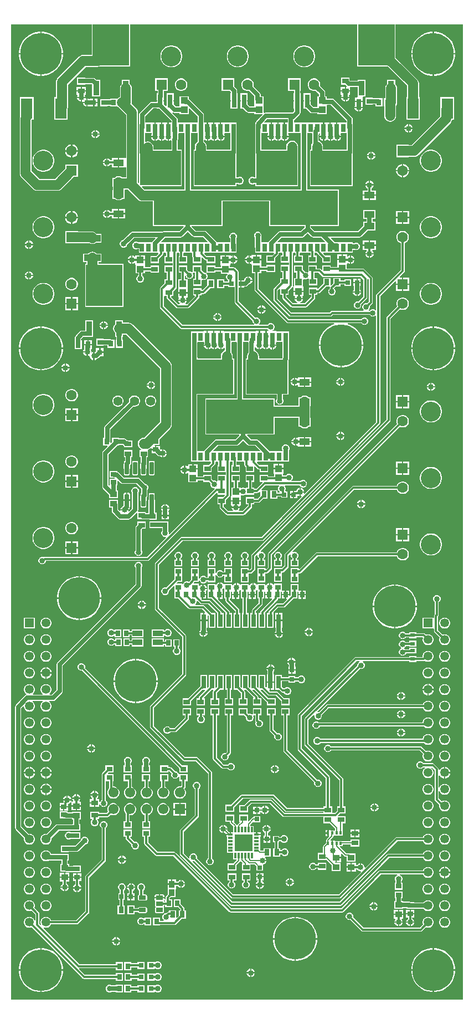
<source format=gtl>
G04*
G04 #@! TF.GenerationSoftware,Altium Limited,Altium Designer,23.7.1 (13)*
G04*
G04 Layer_Physical_Order=1*
G04 Layer_Color=255*
%FSLAX25Y25*%
%MOIN*%
G70*
G04*
G04 #@! TF.SameCoordinates,971C37BE-97D5-4A50-9DA2-DA4AE9E2F4D9*
G04*
G04*
G04 #@! TF.FilePolarity,Positive*
G04*
G01*
G75*
%ADD17R,0.03740X0.03150*%
%ADD18R,0.03937X0.03150*%
%ADD19R,0.03347X0.02953*%
%ADD20R,0.04134X0.03543*%
%ADD21R,0.03543X0.02953*%
%ADD22R,0.03150X0.03740*%
%ADD23R,0.02756X0.02756*%
G04:AMPARAMS|DCode=24|XSize=74.8mil|YSize=23.62mil|CornerRadius=2.95mil|HoleSize=0mil|Usage=FLASHONLY|Rotation=270.000|XOffset=0mil|YOffset=0mil|HoleType=Round|Shape=RoundedRectangle|*
%AMROUNDEDRECTD24*
21,1,0.07480,0.01772,0,0,270.0*
21,1,0.06890,0.02362,0,0,270.0*
1,1,0.00591,-0.00886,-0.03445*
1,1,0.00591,-0.00886,0.03445*
1,1,0.00591,0.00886,0.03445*
1,1,0.00591,0.00886,-0.03445*
%
%ADD24ROUNDEDRECTD24*%
%ADD25R,0.02756X0.02756*%
%ADD26R,0.02756X0.03347*%
%ADD27R,0.05906X0.03543*%
%ADD28R,0.21850X0.24803*%
%ADD29R,0.03543X0.08858*%
%ADD30R,0.06299X0.04134*%
%ADD31R,0.02677X0.05118*%
%ADD32R,0.24528X0.20669*%
%ADD33R,0.40551X0.20669*%
%ADD34R,0.03150X0.03150*%
%ADD35R,0.03150X0.01378*%
%ADD36R,0.01378X0.03347*%
%ADD37R,0.10630X0.10236*%
%ADD38R,0.02756X0.02559*%
%ADD39R,0.03150X0.03937*%
%ADD40R,0.02953X0.03347*%
%ADD41R,0.04331X0.03937*%
%ADD42R,0.03150X0.03150*%
%ADD43R,0.09843X0.03937*%
%ADD44R,0.07008X0.12402*%
%ADD45R,0.03150X0.02362*%
G04:AMPARAMS|DCode=46|XSize=43.31mil|YSize=23.62mil|CornerRadius=2.01mil|HoleSize=0mil|Usage=FLASHONLY|Rotation=180.000|XOffset=0mil|YOffset=0mil|HoleType=Round|Shape=RoundedRectangle|*
%AMROUNDEDRECTD46*
21,1,0.04331,0.01961,0,0,180.0*
21,1,0.03929,0.02362,0,0,180.0*
1,1,0.00402,-0.01965,0.00980*
1,1,0.00402,0.01965,0.00980*
1,1,0.00402,0.01965,-0.00980*
1,1,0.00402,-0.01965,-0.00980*
%
%ADD46ROUNDEDRECTD46*%
%ADD47R,0.03591X0.04453*%
%ADD48R,0.01378X0.01968*%
%ADD49R,0.04134X0.03740*%
%ADD50R,0.02756X0.07677*%
%ADD51R,0.04134X0.03150*%
%ADD53C,0.25000*%
%ADD54C,0.05512*%
%ADD55C,0.12008*%
%ADD56C,0.06319*%
%ADD57R,0.06319X0.06319*%
%ADD58R,0.06319X0.06319*%
%ADD59C,0.06102*%
%ADD60R,0.06102X0.06102*%
%ADD61R,0.05315X0.05315*%
%ADD62C,0.05315*%
%ADD63C,0.03347*%
%ADD64C,0.01968*%
%ADD65C,0.01200*%
%ADD66C,0.02500*%
%ADD67C,0.00800*%
%ADD68C,0.05906*%
%ADD69C,0.05000*%
G36*
X273714Y1877D02*
X1877D01*
Y588675D01*
X50384D01*
Y570180D01*
X45106D01*
X44181Y570058D01*
X43319Y569701D01*
X42579Y569133D01*
X29819Y556374D01*
X29251Y555633D01*
X28894Y554772D01*
X28773Y553847D01*
Y544791D01*
X27701D01*
Y531209D01*
X35890D01*
Y538319D01*
X35920Y538551D01*
X35920Y538551D01*
Y552366D01*
X46587Y563032D01*
X53928D01*
X54160Y563063D01*
X73416D01*
Y588675D01*
X210084D01*
Y563063D01*
X228646D01*
X240131Y551579D01*
Y544791D01*
X239610D01*
Y531209D01*
X247799D01*
Y544791D01*
X247279D01*
Y553059D01*
X247157Y553984D01*
X246800Y554846D01*
X246232Y555586D01*
X246232Y555586D01*
X233116Y568702D01*
Y588675D01*
X273714D01*
Y1877D01*
D02*
G37*
%LPC*%
G36*
X256951Y584154D02*
X256299D01*
Y571260D01*
X269193D01*
Y571912D01*
X268866Y573978D01*
X268219Y575967D01*
X267270Y577830D01*
X266041Y579522D01*
X264562Y581001D01*
X262870Y582231D01*
X261006Y583180D01*
X259017Y583826D01*
X256951Y584154D01*
D02*
G37*
G36*
X255512D02*
X254860D01*
X252794Y583826D01*
X250805Y583180D01*
X248941Y582231D01*
X247249Y581001D01*
X245770Y579522D01*
X244541Y577830D01*
X243592Y575967D01*
X242945Y573978D01*
X242618Y571912D01*
Y571260D01*
X255512D01*
Y584154D01*
D02*
G37*
G36*
X20731D02*
X20079D01*
Y571260D01*
X32972D01*
Y571912D01*
X32645Y573978D01*
X31999Y575967D01*
X31049Y577830D01*
X29820Y579522D01*
X28341Y581001D01*
X26649Y582231D01*
X24786Y583180D01*
X22796Y583826D01*
X20731Y584154D01*
D02*
G37*
G36*
X19291D02*
X18639D01*
X16574Y583826D01*
X14584Y583180D01*
X12721Y582231D01*
X11029Y581001D01*
X9550Y579522D01*
X8321Y577830D01*
X7371Y575967D01*
X6725Y573978D01*
X6398Y571912D01*
Y571260D01*
X19291D01*
Y584154D01*
D02*
G37*
G36*
X98844Y575902D02*
X97545D01*
X96271Y575649D01*
X95071Y575152D01*
X93991Y574430D01*
X93072Y573512D01*
X92351Y572432D01*
X91853Y571231D01*
X91600Y569957D01*
Y568658D01*
X91853Y567384D01*
X92351Y566184D01*
X93072Y565104D01*
X93991Y564186D01*
X95071Y563464D01*
X96271Y562967D01*
X97545Y562713D01*
X98844D01*
X100118Y562967D01*
X101318Y563464D01*
X102398Y564186D01*
X103317Y565104D01*
X104038Y566184D01*
X104535Y567384D01*
X104789Y568658D01*
Y569957D01*
X104535Y571231D01*
X104038Y572432D01*
X103317Y573512D01*
X102398Y574430D01*
X101318Y575152D01*
X100118Y575649D01*
X98844Y575902D01*
D02*
G37*
G36*
X178849Y575894D02*
X177550D01*
X176277Y575641D01*
X175076Y575144D01*
X173996Y574422D01*
X173078Y573504D01*
X172356Y572424D01*
X171859Y571223D01*
X171606Y569949D01*
Y568650D01*
X171859Y567377D01*
X172356Y566176D01*
X173078Y565096D01*
X173996Y564178D01*
X175076Y563456D01*
X176277Y562959D01*
X177550Y562706D01*
X178849D01*
X180123Y562959D01*
X181324Y563456D01*
X182404Y564178D01*
X183322Y565096D01*
X184044Y566176D01*
X184541Y567377D01*
X184794Y568650D01*
Y569949D01*
X184541Y571223D01*
X184044Y572424D01*
X183322Y573504D01*
X182404Y574422D01*
X181324Y575144D01*
X180123Y575641D01*
X178849Y575894D01*
D02*
G37*
G36*
X138849D02*
X137550D01*
X136276Y575641D01*
X135076Y575144D01*
X133996Y574422D01*
X133078Y573504D01*
X132356Y572424D01*
X131859Y571223D01*
X131606Y569949D01*
Y568650D01*
X131859Y567377D01*
X132356Y566176D01*
X133078Y565096D01*
X133996Y564178D01*
X135076Y563456D01*
X136276Y562959D01*
X137550Y562706D01*
X138849D01*
X140123Y562959D01*
X141324Y563456D01*
X142404Y564178D01*
X143322Y565096D01*
X144044Y566176D01*
X144541Y567377D01*
X144794Y568650D01*
Y569949D01*
X144541Y571223D01*
X144044Y572424D01*
X143322Y573504D01*
X142404Y574422D01*
X141324Y575144D01*
X140123Y575641D01*
X138849Y575894D01*
D02*
G37*
G36*
X269193Y570472D02*
X256299D01*
Y557579D01*
X256951D01*
X259017Y557906D01*
X261006Y558552D01*
X262870Y559502D01*
X264562Y560731D01*
X266041Y562210D01*
X267270Y563902D01*
X268219Y565765D01*
X268866Y567755D01*
X269193Y569820D01*
Y570472D01*
D02*
G37*
G36*
X255512D02*
X242618D01*
Y569820D01*
X242945Y567755D01*
X243592Y565765D01*
X244541Y563902D01*
X245770Y562210D01*
X247249Y560731D01*
X248941Y559502D01*
X250805Y558552D01*
X252794Y557906D01*
X254860Y557579D01*
X255512D01*
Y570472D01*
D02*
G37*
G36*
X32972D02*
X20079D01*
Y557579D01*
X20731D01*
X22796Y557906D01*
X24786Y558552D01*
X26649Y559502D01*
X28341Y560731D01*
X29820Y562210D01*
X31049Y563902D01*
X31999Y565765D01*
X32645Y567755D01*
X32972Y569820D01*
Y570472D01*
D02*
G37*
G36*
X19291D02*
X6398D01*
Y569820D01*
X6725Y567755D01*
X7371Y565765D01*
X8321Y563902D01*
X9550Y562210D01*
X11029Y560731D01*
X12721Y559502D01*
X14584Y558552D01*
X16574Y557906D01*
X18639Y557579D01*
X19291D01*
Y570472D01*
D02*
G37*
G36*
X46756Y550909D02*
X44394D01*
Y548941D01*
X46756D01*
Y550909D01*
D02*
G37*
G36*
X202606D02*
X200244D01*
Y548941D01*
X202606D01*
Y550909D01*
D02*
G37*
G36*
X43606D02*
X41244D01*
Y548941D01*
X43606D01*
Y550909D01*
D02*
G37*
G36*
X104594Y556050D02*
X103606D01*
X102653Y555794D01*
X101797Y555301D01*
X101099Y554602D01*
X100606Y553748D01*
X100350Y552794D01*
Y551806D01*
X100606Y550852D01*
X101099Y549998D01*
X101797Y549299D01*
X102653Y548806D01*
X103606Y548550D01*
X104594D01*
X105547Y548806D01*
X106403Y549299D01*
X107101Y549998D01*
X107594Y550852D01*
X107850Y551806D01*
Y552794D01*
X107594Y553748D01*
X107101Y554602D01*
X106403Y555301D01*
X105547Y555794D01*
X104594Y556050D01*
D02*
G37*
G36*
X46559Y556618D02*
X41441D01*
Y552287D01*
X46559D01*
Y552576D01*
X50422D01*
X50561Y552437D01*
Y545051D01*
X55286D01*
Y555091D01*
X53215D01*
X52526Y555780D01*
X51917Y556186D01*
X51199Y556329D01*
X46559D01*
Y556618D01*
D02*
G37*
G36*
X205756Y548153D02*
X203000D01*
X200244D01*
Y546185D01*
X200535D01*
X200565Y546162D01*
X200828Y545685D01*
X200539Y544989D01*
Y544894D01*
X205461D01*
Y544989D01*
X205172Y545685D01*
X205435Y546162D01*
X205465Y546185D01*
X205756D01*
Y548153D01*
D02*
G37*
G36*
X46756D02*
X44000D01*
X41244D01*
Y546185D01*
X41535D01*
X41565Y546162D01*
X41827Y545685D01*
X41539Y544989D01*
Y544894D01*
X46461D01*
Y544989D01*
X46172Y545685D01*
X46435Y546162D01*
X46465Y546185D01*
X46756D01*
Y548153D01*
D02*
G37*
G36*
X205559Y556618D02*
X200441D01*
Y552287D01*
X202905D01*
X203783Y551409D01*
X203782Y551375D01*
X203627Y550909D01*
X203394D01*
Y548941D01*
X205756D01*
Y550852D01*
X210261D01*
Y545162D01*
X210261Y545051D01*
X209993Y544662D01*
X208838D01*
Y542694D01*
X213562D01*
Y544551D01*
X213562Y544662D01*
X213830Y545051D01*
X214986D01*
Y555091D01*
X210261D01*
Y554605D01*
X205895D01*
X205559Y554941D01*
Y556618D01*
D02*
G37*
G36*
X205461Y544106D02*
X203394D01*
Y542039D01*
X203489D01*
X204394Y542414D01*
X205086Y543106D01*
X205461Y544010D01*
Y544106D01*
D02*
G37*
G36*
X202606D02*
X200539D01*
Y544010D01*
X200914Y543106D01*
X201606Y542414D01*
X202510Y542039D01*
X202606D01*
Y544106D01*
D02*
G37*
G36*
X43606D02*
X41539D01*
Y544010D01*
X41914Y543106D01*
X42606Y542414D01*
X43511Y542039D01*
X43606D01*
Y544106D01*
D02*
G37*
G36*
X46684D02*
X44394D01*
Y542039D01*
X44489D01*
X44575Y542075D01*
X44816Y541894D01*
X47106D01*
Y543961D01*
X47011D01*
X46925Y543925D01*
X46684Y544106D01*
D02*
G37*
G36*
X53909Y543862D02*
X51941D01*
Y541893D01*
X53909D01*
Y543862D01*
D02*
G37*
G36*
X213562Y541906D02*
X208838D01*
Y539938D01*
X208838Y539938D01*
X208838D01*
X208733Y539457D01*
X208539Y538989D01*
Y538894D01*
X213461D01*
Y538989D01*
X213275Y539438D01*
X213562Y539938D01*
X213562D01*
Y541906D01*
D02*
G37*
G36*
X219271Y544465D02*
X214940D01*
Y540135D01*
X219271D01*
Y540423D01*
X220976D01*
Y539139D01*
X225306D01*
Y544061D01*
X223319D01*
X222736Y544177D01*
X219271D01*
Y544465D01*
D02*
G37*
G36*
X53909Y541106D02*
X51941D01*
Y539138D01*
X53909D01*
Y541106D01*
D02*
G37*
G36*
X47989Y543961D02*
X47894D01*
Y541500D01*
Y539039D01*
X47989D01*
X48685Y539327D01*
X49185Y539138D01*
Y539138D01*
X51153D01*
Y541500D01*
Y543862D01*
X49185D01*
X49185Y543862D01*
X48685Y543673D01*
X47989Y543961D01*
D02*
G37*
G36*
X47106Y541106D02*
X45039D01*
Y541011D01*
X45414Y540106D01*
X46106Y539414D01*
X47011Y539039D01*
X47106D01*
Y541106D01*
D02*
G37*
G36*
X136045Y556042D02*
X128544D01*
Y548542D01*
X133391D01*
X134123Y547809D01*
Y547166D01*
X133882D01*
Y542835D01*
X134171D01*
Y542165D01*
X133882D01*
Y537834D01*
X138212D01*
Y542165D01*
X137924D01*
Y542835D01*
X138213D01*
Y547166D01*
X137877D01*
Y548587D01*
X137734Y549305D01*
X137327Y549914D01*
X136045Y551196D01*
Y556042D01*
D02*
G37*
G36*
X213461Y538106D02*
X211394D01*
Y536039D01*
X211489D01*
X212394Y536414D01*
X213086Y537106D01*
X213461Y538011D01*
Y538106D01*
D02*
G37*
G36*
X210606D02*
X208539D01*
Y538011D01*
X208914Y537106D01*
X209606Y536414D01*
X210511Y536039D01*
X210606D01*
Y538106D01*
D02*
G37*
G36*
X232939Y555091D02*
X228214D01*
Y552725D01*
X228049Y552598D01*
X227481Y551858D01*
X227124Y550996D01*
X227003Y550071D01*
Y544061D01*
X226094D01*
Y539139D01*
X226426D01*
Y533500D01*
X226548Y532575D01*
X226905Y531713D01*
X227473Y530973D01*
X228213Y530405D01*
X229075Y530048D01*
X230000Y529926D01*
X230925Y530048D01*
X231787Y530405D01*
X232527Y530973D01*
X233095Y531713D01*
X233452Y532575D01*
X233574Y533500D01*
Y539686D01*
X233671Y539813D01*
X234029Y540675D01*
X234150Y541600D01*
Y550071D01*
X234029Y550996D01*
X233671Y551858D01*
X233103Y552598D01*
X232939Y552725D01*
Y555091D01*
D02*
G37*
G36*
X241489Y528461D02*
X241394D01*
Y526394D01*
X243461D01*
Y526489D01*
X243086Y527394D01*
X242394Y528086D01*
X241489Y528461D01*
D02*
G37*
G36*
X240606D02*
X240511D01*
X239606Y528086D01*
X238914Y527394D01*
X238539Y526489D01*
Y526394D01*
X240606D01*
Y528461D01*
D02*
G37*
G36*
X243461Y525606D02*
X241394D01*
Y523539D01*
X241489D01*
X242394Y523914D01*
X243086Y524606D01*
X243461Y525511D01*
Y525606D01*
D02*
G37*
G36*
X240606D02*
X238539D01*
Y525511D01*
X238914Y524606D01*
X239606Y523914D01*
X240511Y523539D01*
X240606D01*
Y525606D01*
D02*
G37*
G36*
X52989Y524961D02*
X52894D01*
Y522894D01*
X54961D01*
Y522990D01*
X54586Y523894D01*
X53894Y524586D01*
X52989Y524961D01*
D02*
G37*
G36*
X52106D02*
X52011D01*
X51106Y524586D01*
X50414Y523894D01*
X50039Y522990D01*
Y522894D01*
X52106D01*
Y524961D01*
D02*
G37*
G36*
X54961Y522106D02*
X52894D01*
Y520039D01*
X52989D01*
X53894Y520414D01*
X54586Y521106D01*
X54961Y522011D01*
Y522106D01*
D02*
G37*
G36*
X52106D02*
X50039D01*
Y522011D01*
X50414Y521106D01*
X51106Y520414D01*
X52011Y520039D01*
X52106D01*
Y522106D01*
D02*
G37*
G36*
X168961Y520606D02*
X166894D01*
Y518539D01*
X166990D01*
X167894Y518914D01*
X168586Y519606D01*
X168961Y520510D01*
Y520606D01*
D02*
G37*
G36*
X158106D02*
X156039D01*
Y520510D01*
X156414Y519606D01*
X157106Y518914D01*
X158010Y518539D01*
X158106D01*
Y520606D01*
D02*
G37*
G36*
X268390Y544791D02*
X260201D01*
Y537681D01*
X260170Y537449D01*
Y533224D01*
X242975Y516029D01*
X241220D01*
Y516155D01*
X233720D01*
Y508656D01*
X241220D01*
Y508882D01*
X244456D01*
X245380Y509003D01*
X246242Y509360D01*
X246983Y509928D01*
X266271Y529217D01*
X266839Y529957D01*
X267196Y530819D01*
X267248Y531209D01*
X268390D01*
Y544791D01*
D02*
G37*
G36*
X38750Y516352D02*
X38624D01*
Y512799D01*
X42177D01*
Y512925D01*
X41908Y513929D01*
X41388Y514829D01*
X40653Y515564D01*
X39753Y516083D01*
X38750Y516352D01*
D02*
G37*
G36*
X37836D02*
X37710D01*
X36707Y516083D01*
X35807Y515564D01*
X35072Y514829D01*
X34552Y513929D01*
X34283Y512925D01*
Y512799D01*
X37836D01*
Y516352D01*
D02*
G37*
G36*
X218989Y511961D02*
X218894D01*
Y509894D01*
X220961D01*
Y509990D01*
X220586Y510894D01*
X219894Y511586D01*
X218989Y511961D01*
D02*
G37*
G36*
X218106D02*
X218011D01*
X217106Y511586D01*
X216414Y510894D01*
X216039Y509990D01*
Y509894D01*
X218106D01*
Y511961D01*
D02*
G37*
G36*
X42177Y512012D02*
X38624D01*
Y508459D01*
X38750D01*
X39753Y508728D01*
X40653Y509247D01*
X41388Y509982D01*
X41908Y510882D01*
X42177Y511886D01*
Y512012D01*
D02*
G37*
G36*
X37836D02*
X34283D01*
Y511886D01*
X34552Y510882D01*
X35072Y509982D01*
X35807Y509247D01*
X36707Y508728D01*
X37710Y508459D01*
X37836D01*
Y512012D01*
D02*
G37*
G36*
X220961Y509106D02*
X218894D01*
Y507039D01*
X218989D01*
X219894Y507414D01*
X220586Y508106D01*
X220961Y509011D01*
Y509106D01*
D02*
G37*
G36*
X218106D02*
X216039D01*
Y509011D01*
X216414Y508106D01*
X217106Y507414D01*
X218011Y507039D01*
X218106D01*
Y509106D01*
D02*
G37*
G36*
X66106Y508161D02*
X62563D01*
Y506714D01*
X61661D01*
X61586Y506894D01*
X60894Y507586D01*
X59989Y507961D01*
X59894D01*
Y505500D01*
Y503039D01*
X59989D01*
X60894Y503414D01*
X61586Y504106D01*
X61661Y504286D01*
X62563D01*
Y502453D01*
X66106D01*
Y505307D01*
Y508161D01*
D02*
G37*
G36*
X59106Y507961D02*
X59011D01*
X58106Y507586D01*
X57414Y506894D01*
X57039Y505990D01*
Y505894D01*
X59106D01*
Y507961D01*
D02*
G37*
G36*
Y505106D02*
X57039D01*
Y505011D01*
X57414Y504106D01*
X58106Y503414D01*
X59011Y503039D01*
X59106D01*
Y505106D01*
D02*
G37*
G36*
X237990Y504541D02*
X237864D01*
Y500988D01*
X241417D01*
Y501114D01*
X241148Y502118D01*
X240628Y503018D01*
X239894Y503753D01*
X238994Y504272D01*
X237990Y504541D01*
D02*
G37*
G36*
X237076D02*
X236950D01*
X235947Y504272D01*
X235047Y503753D01*
X234312Y503018D01*
X233792Y502118D01*
X233523Y501114D01*
Y500988D01*
X237076D01*
Y504541D01*
D02*
G37*
G36*
X255127Y513095D02*
X253829D01*
X252554Y512841D01*
X251354Y512344D01*
X250274Y511622D01*
X249356Y510704D01*
X248634Y509624D01*
X248137Y508424D01*
X247884Y507150D01*
Y505851D01*
X248137Y504576D01*
X248634Y503376D01*
X249356Y502296D01*
X250274Y501378D01*
X251354Y500656D01*
X252554Y500159D01*
X253829Y499905D01*
X255127D01*
X256401Y500159D01*
X257602Y500656D01*
X258682Y501378D01*
X259600Y502296D01*
X260322Y503376D01*
X260819Y504576D01*
X261072Y505851D01*
Y507150D01*
X260819Y508424D01*
X260322Y509624D01*
X259600Y510704D01*
X258682Y511622D01*
X257602Y512344D01*
X256401Y512841D01*
X255127Y513095D01*
D02*
G37*
G36*
X21871D02*
X20573D01*
X19298Y512841D01*
X18098Y512344D01*
X17018Y511622D01*
X16100Y510704D01*
X15378Y509624D01*
X14881Y508424D01*
X14628Y507150D01*
Y505851D01*
X14881Y504576D01*
X15378Y503376D01*
X16100Y502296D01*
X17018Y501378D01*
X18098Y500656D01*
X19298Y500159D01*
X20573Y499905D01*
X21871D01*
X23146Y500159D01*
X24346Y500656D01*
X25426Y501378D01*
X26344Y502296D01*
X27066Y503376D01*
X27563Y504576D01*
X27817Y505851D01*
Y507150D01*
X27563Y508424D01*
X27066Y509624D01*
X26344Y510704D01*
X25426Y511622D01*
X24346Y512344D01*
X23146Y512841D01*
X21871Y513095D01*
D02*
G37*
G36*
X241417Y500201D02*
X237864D01*
Y496648D01*
X237990D01*
X238994Y496917D01*
X239894Y497436D01*
X240628Y498171D01*
X241148Y499071D01*
X241417Y500075D01*
Y500201D01*
D02*
G37*
G36*
X237076D02*
X233523D01*
Y500075D01*
X233792Y499071D01*
X234312Y498171D01*
X235047Y497436D01*
X235947Y496917D01*
X236950Y496648D01*
X237076D01*
Y500201D01*
D02*
G37*
G36*
X96039Y556050D02*
X88539D01*
Y548550D01*
X89996D01*
Y547166D01*
X89382D01*
Y542835D01*
X89671D01*
Y542165D01*
X89382D01*
Y541876D01*
X86500D01*
X85782Y541733D01*
X85173Y541327D01*
X79317Y535471D01*
X78911Y534863D01*
X78768Y534144D01*
Y529451D01*
X78590D01*
Y523152D01*
X78679D01*
Y511564D01*
X78822Y510846D01*
X78826Y510840D01*
Y493407D01*
X78344Y493194D01*
X78074Y493410D01*
Y535559D01*
X77952Y536484D01*
X77595Y537346D01*
X77027Y538086D01*
X74353Y540760D01*
X74450Y541500D01*
Y550071D01*
X74329Y550996D01*
X73971Y551858D01*
X73404Y552598D01*
X73239Y552725D01*
Y555091D01*
X68514D01*
Y552725D01*
X68349Y552598D01*
X67781Y551858D01*
X67424Y550996D01*
X67303Y550071D01*
Y544815D01*
X66772Y544595D01*
X66067Y544054D01*
X65606Y543961D01*
X65606Y543961D01*
X65606Y543961D01*
X61276D01*
Y543376D01*
X59618D01*
Y543665D01*
X55287D01*
Y539334D01*
X59618D01*
Y539623D01*
X61276D01*
Y539039D01*
X65606D01*
X65606Y539039D01*
X66065Y538940D01*
X70926Y534079D01*
Y508188D01*
X70437Y508161D01*
X70426Y508161D01*
X66894D01*
Y505307D01*
Y502453D01*
X70426D01*
X70437Y502453D01*
X70926Y502426D01*
Y496381D01*
X68817D01*
X68287Y496788D01*
X67425Y497145D01*
X66500Y497267D01*
X65575Y497145D01*
X64713Y496788D01*
X64143Y496350D01*
X62760D01*
Y491035D01*
X62926D01*
Y488965D01*
X62760D01*
Y483650D01*
X64143D01*
X64713Y483212D01*
X65575Y482855D01*
X66500Y482733D01*
X67425Y482855D01*
X68287Y483212D01*
X68857Y483650D01*
X70240D01*
Y488965D01*
X70629Y489233D01*
X72069D01*
X78148Y483155D01*
X78888Y482587D01*
X79750Y482230D01*
X80675Y482108D01*
X87212D01*
Y467345D01*
X105484D01*
X105691Y466845D01*
X102967Y464121D01*
X93819D01*
X93101Y463978D01*
X92949Y463877D01*
X75000D01*
X74282Y463734D01*
X73673Y463327D01*
X69110Y458764D01*
X69050D01*
X68218Y458419D01*
X67581Y457782D01*
X67236Y456950D01*
Y456050D01*
X67581Y455218D01*
X68218Y454581D01*
X69050Y454236D01*
X69950D01*
X70782Y454581D01*
X71419Y455218D01*
X71764Y456050D01*
Y456110D01*
X75777Y460123D01*
X88391D01*
X88582Y459661D01*
X87155Y458233D01*
X86776Y457667D01*
X86571Y457529D01*
X86340Y457404D01*
X85964Y457404D01*
X82948D01*
X82527Y457404D01*
X82027Y457404D01*
X78590D01*
X78590Y457404D01*
X78123Y457485D01*
X77450Y457764D01*
X76550D01*
X75718Y457419D01*
X75081Y456782D01*
X74736Y455950D01*
Y455050D01*
X75081Y454218D01*
X75718Y453581D01*
X76550Y453236D01*
X77450D01*
X77994Y453461D01*
X78590D01*
Y451105D01*
X82027D01*
X82448Y451105D01*
X82948Y451105D01*
X85964D01*
X86385Y451105D01*
X86885Y451105D01*
X90122D01*
X90334Y450610D01*
X89042Y449318D01*
X85641D01*
Y444987D01*
X90759D01*
Y447601D01*
X92943Y449786D01*
X92943Y449786D01*
X93206Y450179D01*
X93299Y450644D01*
X93350Y451105D01*
X94259Y451105D01*
X94736Y451105D01*
X95090Y450751D01*
Y449365D01*
X94141D01*
Y445035D01*
X99027D01*
Y443460D01*
X94141D01*
Y439129D01*
X95486D01*
Y435371D01*
X94141D01*
Y432757D01*
X91642Y430258D01*
X91378Y429864D01*
X91286Y429399D01*
X91286Y429399D01*
Y418500D01*
X91286Y418500D01*
X91378Y418036D01*
X91642Y417642D01*
X103642Y405642D01*
X103642Y405642D01*
X104035Y405378D01*
X104500Y405286D01*
X156052D01*
X156081Y405218D01*
X156718Y404581D01*
X156797Y404548D01*
X156697Y404048D01*
X155620D01*
Y400702D01*
X154832D01*
Y404048D01*
X151683D01*
Y400702D01*
X150895D01*
Y404048D01*
X149163D01*
Y403851D01*
X145844D01*
X145423Y403851D01*
Y403851D01*
X145344D01*
Y403851D01*
X141907D01*
X141486Y403851D01*
X140986Y403851D01*
X137970D01*
X137549Y403851D01*
X137049Y403851D01*
X133612D01*
X133612Y403851D01*
X133533D01*
Y403851D01*
X133112Y403851D01*
X129793D01*
Y404048D01*
X128061D01*
Y400702D01*
X127273D01*
Y404048D01*
X124124D01*
Y400702D01*
X123336D01*
Y404048D01*
X120187D01*
Y400702D01*
X119399D01*
Y404048D01*
X117667D01*
Y403851D01*
X113927D01*
Y403851D01*
X113848D01*
Y403851D01*
X109990D01*
Y397552D01*
X110064D01*
Y387877D01*
X110207Y387159D01*
X110212Y387152D01*
Y385800D01*
X110226Y385730D01*
Y368233D01*
X110185Y368172D01*
X110042Y367454D01*
Y331804D01*
X109990D01*
Y325505D01*
X113427D01*
X113848Y325505D01*
X114348Y325505D01*
X117364D01*
X117785Y325505D01*
X118285Y325505D01*
X121722D01*
X121722Y325505D01*
X122152Y325336D01*
Y324828D01*
X120842Y323518D01*
X117441D01*
Y319187D01*
X122559D01*
Y321801D01*
X124224Y323467D01*
X124224Y323467D01*
X124488Y323861D01*
X124580Y324325D01*
Y325151D01*
X124934Y325505D01*
X125659Y325505D01*
X126122Y325505D01*
X126475Y325151D01*
Y323518D01*
X125941D01*
Y319187D01*
X130961D01*
Y317613D01*
X125941D01*
Y313809D01*
X125441Y313601D01*
X125219Y313823D01*
X124387Y314168D01*
X123487D01*
X123418Y314139D01*
X122559Y314999D01*
Y317613D01*
X117441D01*
Y316661D01*
X113956D01*
Y317937D01*
X114153Y318356D01*
X114153Y318578D01*
Y320718D01*
X111200D01*
Y321112D01*
X110806D01*
Y323868D01*
X108247D01*
Y322786D01*
X107785Y322595D01*
X107594Y322786D01*
X106690Y323161D01*
X106594D01*
Y320700D01*
Y318239D01*
X106690D01*
X107594Y318614D01*
X107785Y318806D01*
X108247Y318614D01*
X108247Y318356D01*
X108444Y317937D01*
Y317856D01*
Y313041D01*
X113956D01*
Y314233D01*
X117441D01*
Y313282D01*
X120842D01*
X121702Y312423D01*
X121673Y312354D01*
Y311454D01*
X122018Y310622D01*
X122655Y309985D01*
X123487Y309640D01*
X124216D01*
X124449Y309166D01*
X97226Y281942D01*
X97175Y281954D01*
X96764Y282188D01*
Y282950D01*
X96419Y283782D01*
X96377Y283825D01*
Y285520D01*
X96469D01*
Y289457D01*
X92532D01*
Y289391D01*
X89464D01*
Y289608D01*
X84936D01*
Y285474D01*
X89464D01*
Y285638D01*
X92532D01*
Y285520D01*
X92623D01*
Y283825D01*
X92581Y283782D01*
X92236Y282950D01*
Y282050D01*
X92581Y281218D01*
X93218Y280581D01*
X94050Y280236D01*
X94812D01*
X95046Y279825D01*
X95058Y279774D01*
X83497Y268214D01*
X22081D01*
X21616Y268122D01*
X21493Y268039D01*
X20950Y268264D01*
X20050D01*
X19218Y267919D01*
X18581Y267282D01*
X18236Y266450D01*
Y265550D01*
X18581Y264718D01*
X19218Y264081D01*
X20050Y263736D01*
X20950D01*
X21782Y264081D01*
X22419Y264718D01*
X22764Y265550D01*
Y265786D01*
X84000D01*
X84000Y265786D01*
X84465Y265879D01*
X84858Y266142D01*
X125441Y306724D01*
X125941Y306517D01*
Y305687D01*
X130264D01*
X130455Y305225D01*
X129342Y304113D01*
X125941D01*
Y299782D01*
X127286D01*
Y298000D01*
X127286Y298000D01*
X127378Y297535D01*
X127642Y297142D01*
X131145Y293639D01*
X131538Y293376D01*
X132003Y293283D01*
X132003Y293283D01*
X132997D01*
X132997Y293283D01*
X133012Y293286D01*
X141500D01*
X141500Y293286D01*
X141964Y293378D01*
X142358Y293642D01*
X146358Y297642D01*
X146358Y297642D01*
X146622Y298036D01*
X146714Y298500D01*
Y299782D01*
X148159D01*
Y300733D01*
X150635D01*
X150635Y300733D01*
X151100Y300826D01*
X151494Y301089D01*
X153646Y303241D01*
X156213D01*
Y308359D01*
X152729D01*
X152538Y308821D01*
X155003Y311286D01*
X162946D01*
X163153Y310786D01*
X162876Y310509D01*
X162531Y309677D01*
Y308776D01*
X162876Y307944D01*
X163406Y307414D01*
X163259Y306922D01*
X163253Y306914D01*
X162118D01*
Y308359D01*
X157787D01*
Y303241D01*
X162118D01*
Y304486D01*
X164276D01*
Y303731D01*
X168213D01*
Y307668D01*
X167100D01*
X167086Y307679D01*
X166807Y308169D01*
X167059Y308776D01*
Y309677D01*
X166714Y310509D01*
X166437Y310786D01*
X166644Y311286D01*
X175543D01*
X175662Y311000D01*
X176298Y310363D01*
X177131Y310019D01*
X178031D01*
X178863Y310363D01*
X179500Y311000D01*
X179845Y311832D01*
Y312733D01*
X179500Y313565D01*
X178863Y314201D01*
X178031Y314546D01*
X177131D01*
X176298Y314201D01*
X175811Y313714D01*
X170603D01*
X170415Y314214D01*
X170919Y314718D01*
X171264Y315550D01*
Y316450D01*
X170919Y317282D01*
X170282Y317919D01*
X169450Y318264D01*
X168550D01*
X167718Y317919D01*
X167081Y317282D01*
X167052Y317214D01*
X165810D01*
X165456Y317567D01*
Y318182D01*
X165653Y318600D01*
X165653Y318822D01*
Y320962D01*
X159747D01*
Y318822D01*
X159747Y318600D01*
X159944Y318182D01*
Y316661D01*
X156559D01*
Y317613D01*
X151441D01*
Y313282D01*
X152912D01*
X153103Y312820D01*
X149350Y309067D01*
X148159D01*
Y310018D01*
X146814D01*
Y313282D01*
X148059D01*
Y317613D01*
X142941D01*
Y313282D01*
X144386D01*
Y310018D01*
X143041D01*
Y309682D01*
X142541Y309464D01*
X141818Y309764D01*
X140917D01*
X140356Y309531D01*
X139856Y309843D01*
Y310015D01*
X138314D01*
Y313282D01*
X139559D01*
Y317613D01*
X134441D01*
Y313282D01*
X135886D01*
Y310015D01*
X134344D01*
Y305118D01*
X134147Y304700D01*
X134147D01*
X134147Y304700D01*
Y302338D01*
X137100D01*
X140053D01*
Y304700D01*
X140053D01*
X140034Y304718D01*
X140069Y305102D01*
X140543Y305391D01*
X140917Y305236D01*
X141818D01*
X142570Y305548D01*
X143041Y305687D01*
X143041Y305687D01*
X143041Y305687D01*
X148159D01*
Y306639D01*
X149853D01*
X149853Y306639D01*
X150317Y306731D01*
X150711Y306994D01*
X151420Y307703D01*
X151882Y307512D01*
Y304910D01*
X150133Y303161D01*
X148159D01*
Y304113D01*
X143041D01*
Y299782D01*
X144286D01*
Y299003D01*
X140997Y295714D01*
X138901D01*
X138694Y296214D01*
X139086Y296606D01*
X139461Y297511D01*
Y297606D01*
X134539D01*
Y297511D01*
X134914Y296606D01*
X135306Y296214D01*
X135099Y295714D01*
X133000D01*
X132985Y295711D01*
X132506D01*
X129714Y298503D01*
Y299782D01*
X131059D01*
Y302396D01*
X133033Y304370D01*
X133296Y304764D01*
X133389Y305228D01*
X133389Y305228D01*
Y325097D01*
X133612Y325505D01*
X134033Y325505D01*
X135088D01*
Y323518D01*
X134441D01*
Y319187D01*
X139559D01*
Y323518D01*
X137515D01*
Y325019D01*
X137549Y325505D01*
X138015Y325505D01*
X140986D01*
X141407Y325505D01*
X141870Y325505D01*
X142223Y325151D01*
Y323421D01*
X142223Y323421D01*
X142316Y322956D01*
X142579Y322563D01*
X142941Y322200D01*
Y319187D01*
X148059D01*
Y322571D01*
X148521Y322762D01*
X150121Y321163D01*
X150121Y321163D01*
X150515Y320899D01*
X150979Y320807D01*
X151441D01*
Y319187D01*
X156559D01*
Y323518D01*
X151441D01*
X151441Y323518D01*
Y323518D01*
X151013Y323704D01*
X149712Y325005D01*
X149919Y325505D01*
X153218D01*
X153218Y325505D01*
X153297D01*
Y325505D01*
X153718Y325505D01*
X157155D01*
Y325505D01*
X157234D01*
Y325505D01*
X160671D01*
X161092Y325505D01*
X161592Y325505D01*
X164608D01*
X165029Y325505D01*
X165529Y325505D01*
X168966D01*
Y331804D01*
X168966Y331804D01*
X168961Y332304D01*
X169264Y333036D01*
Y333937D01*
X168919Y334769D01*
X168282Y335405D01*
X167450Y335750D01*
X166550D01*
X165718Y335405D01*
X165081Y334769D01*
X164736Y333937D01*
Y333036D01*
X165042Y332299D01*
X164897Y331964D01*
X164774Y331804D01*
X164608Y331804D01*
X161592D01*
X161171Y331804D01*
X160671Y331804D01*
X157350D01*
X150827Y338327D01*
X150218Y338734D01*
X149500Y338877D01*
X146277D01*
X143871Y341283D01*
X144062Y341745D01*
X160344D01*
Y351926D01*
X174729D01*
Y349311D01*
X174760Y349079D01*
Y346457D01*
X176143D01*
X176713Y346019D01*
X177575Y345662D01*
X178500Y345540D01*
X179425Y345662D01*
X180287Y346019D01*
X180857Y346457D01*
X182240D01*
Y351772D01*
X181877D01*
Y355197D01*
X181837Y355500D01*
X181877Y355803D01*
Y359035D01*
X182240D01*
Y364350D01*
X180857D01*
X180287Y364788D01*
X179425Y365145D01*
X178500Y365267D01*
X177575Y365145D01*
X176713Y364788D01*
X176143Y364350D01*
X174760D01*
Y361728D01*
X174729Y361496D01*
Y359074D01*
X160344D01*
Y363595D01*
X141377D01*
Y397097D01*
X141486Y397552D01*
X141907Y397552D01*
X144405D01*
X144623Y397286D01*
Y391236D01*
X144279Y390787D01*
X143922Y389925D01*
X143800Y389000D01*
Y387611D01*
X143021D01*
Y365761D01*
X161623D01*
Y363325D01*
X161581Y363282D01*
X161236Y362450D01*
Y361550D01*
X161581Y360718D01*
X162218Y360081D01*
X163050Y359736D01*
X163950D01*
X164782Y360081D01*
X165419Y360718D01*
X165764Y361550D01*
Y362450D01*
X165419Y363282D01*
X165377Y363325D01*
Y365761D01*
X168730D01*
Y385508D01*
X168788Y385800D01*
Y386540D01*
X168793Y386547D01*
X168936Y387265D01*
Y397552D01*
X168966D01*
Y403851D01*
X165108D01*
Y403851D01*
X165029D01*
Y403851D01*
X161289D01*
Y404048D01*
X159302D01*
X159203Y404548D01*
X159282Y404581D01*
X159919Y405218D01*
X160264Y406050D01*
Y406950D01*
X159919Y407782D01*
X159282Y408419D01*
X158450Y408764D01*
X157550D01*
X156718Y408419D01*
X156081Y407782D01*
X156052Y407714D01*
X151103D01*
X150915Y408214D01*
X151419Y408718D01*
X151764Y409550D01*
Y410450D01*
X151419Y411282D01*
X150782Y411919D01*
X149950Y412264D01*
X149050D01*
X148628Y412089D01*
X138701Y422015D01*
Y430335D01*
X139662D01*
Y432500D01*
Y434665D01*
X138701D01*
Y439513D01*
X138701Y439513D01*
X138609Y439977D01*
X138346Y440371D01*
X138346Y440371D01*
X136614Y442102D01*
X136220Y442366D01*
X135756Y442458D01*
X135756Y442458D01*
X133556D01*
Y443581D01*
X133753Y444000D01*
X133753Y444222D01*
Y444614D01*
X134253Y444853D01*
X135011Y444539D01*
X135106D01*
Y447000D01*
Y449461D01*
X135011D01*
X134253Y449147D01*
X133753Y449386D01*
Y449512D01*
X131194D01*
Y446756D01*
X130800D01*
Y446362D01*
X127847D01*
Y444222D01*
X127847Y444000D01*
X128044Y443581D01*
Y442461D01*
X124659D01*
Y443413D01*
X119541D01*
Y439566D01*
X119541Y439221D01*
X119537Y439198D01*
X119189Y438962D01*
X119108Y438920D01*
X119025Y438954D01*
X118287Y439260D01*
X117798D01*
X116259Y440799D01*
Y443413D01*
X111141D01*
Y439609D01*
X110641Y439401D01*
X110419Y439623D01*
X109587Y439968D01*
X108687D01*
X108618Y439939D01*
X107759Y440799D01*
Y443413D01*
X102641D01*
Y439082D01*
X103986D01*
Y435115D01*
X102444D01*
Y430219D01*
X102247Y429800D01*
X102247Y429578D01*
Y427438D01*
X105200D01*
X108153D01*
Y429578D01*
X108153Y429800D01*
X107956Y430219D01*
Y430300D01*
Y435115D01*
X106414D01*
Y437056D01*
X106914Y437155D01*
X107218Y436422D01*
X107855Y435785D01*
X108687Y435440D01*
X109587D01*
X110419Y435785D01*
X111056Y436422D01*
X111401Y437254D01*
Y438154D01*
X111224Y438582D01*
X111558Y439082D01*
X112486D01*
Y435618D01*
X111341D01*
Y431287D01*
X116459D01*
Y434575D01*
X116959Y434909D01*
X117387Y434732D01*
X118287D01*
X119119Y435077D01*
X119756Y435714D01*
X120101Y436546D01*
Y437446D01*
X119756Y438278D01*
X119479Y438555D01*
X119471Y438660D01*
X119817Y439082D01*
X119992Y439082D01*
X124659D01*
Y440033D01*
X128044D01*
Y438685D01*
X131776D01*
X131984Y438185D01*
X131581Y437782D01*
X131236Y436950D01*
Y436050D01*
X131581Y435218D01*
X132218Y434581D01*
X132576Y434433D01*
Y433714D01*
X130118D01*
Y435059D01*
X125787D01*
Y429941D01*
X130118D01*
Y431286D01*
X132576D01*
Y430532D01*
X136274D01*
Y421513D01*
X136274Y421513D01*
X136366Y421048D01*
X136629Y420654D01*
X147236Y410047D01*
Y409550D01*
X147581Y408718D01*
X148085Y408214D01*
X147897Y407714D01*
X105003D01*
X93714Y419003D01*
Y424959D01*
X94141Y425135D01*
Y425135D01*
X95486D01*
Y424300D01*
X95486Y424300D01*
X95578Y423836D01*
X95842Y423442D01*
X101142Y418142D01*
X101142Y418142D01*
X101535Y417878D01*
X102000Y417786D01*
X108100D01*
X108100Y417786D01*
X108564Y417878D01*
X108958Y418142D01*
X114758Y423942D01*
X114758Y423942D01*
X115022Y424335D01*
X115114Y424800D01*
X115114Y424800D01*
Y425382D01*
X116459D01*
Y426333D01*
X117488D01*
X117488Y426333D01*
X117953Y426426D01*
X118347Y426689D01*
X121599Y429941D01*
X124213D01*
Y435059D01*
X119882D01*
Y431658D01*
X116985Y428761D01*
X116459D01*
Y429713D01*
X111341D01*
Y425382D01*
X112058D01*
X112265Y424882D01*
X107597Y420214D01*
X106901D01*
X106694Y420714D01*
X107086Y421106D01*
X107461Y422011D01*
Y422106D01*
X102539D01*
Y422011D01*
X102914Y421106D01*
X103306Y420714D01*
X103099Y420214D01*
X102503D01*
X98082Y424635D01*
X98289Y425135D01*
X99259D01*
Y427749D01*
X101099Y429589D01*
X101099Y429589D01*
X101362Y429983D01*
X101455Y430447D01*
Y450751D01*
X101808Y451105D01*
X102133D01*
X102611Y451105D01*
X102964Y450751D01*
Y449318D01*
X102641D01*
Y444987D01*
X107759D01*
Y449318D01*
X105392D01*
Y450751D01*
X105745Y451105D01*
X106070D01*
X106570Y451105D01*
X109586D01*
X110007Y451105D01*
X110485Y451105D01*
X110838Y450751D01*
Y448831D01*
X110838Y448831D01*
X110931Y448366D01*
X111129Y448068D01*
X111141Y448010D01*
Y444987D01*
X116259D01*
Y448371D01*
X116721Y448562D01*
X118271Y447013D01*
X118665Y446749D01*
X119129Y446657D01*
X119541Y446377D01*
Y444987D01*
X124659D01*
Y449318D01*
X119541D01*
X119541Y449318D01*
Y449318D01*
X119151Y449566D01*
X118112Y450605D01*
X118319Y451105D01*
X121818D01*
X121818Y451105D01*
X121897D01*
Y451105D01*
X122318Y451105D01*
X125755D01*
Y451105D01*
X125834D01*
Y451105D01*
X129271D01*
X129692Y451105D01*
X130192Y451105D01*
X133208D01*
X133629Y451105D01*
X134129Y451105D01*
X137566D01*
Y457404D01*
X137445D01*
Y459780D01*
X137764Y460550D01*
Y461450D01*
X137419Y462282D01*
X136782Y462919D01*
X135950Y463264D01*
X135050D01*
X134218Y462919D01*
X133581Y462282D01*
X133236Y461450D01*
Y460550D01*
X133581Y459718D01*
X133692Y459607D01*
Y457878D01*
X133629Y457404D01*
X133192Y457404D01*
X130192D01*
X129771Y457404D01*
X129271Y457404D01*
X125834D01*
X125443Y457667D01*
X125064Y458233D01*
X119523Y463774D01*
X118915Y464181D01*
X118196Y464324D01*
X112830D01*
X110309Y466845D01*
X110516Y467345D01*
X128944D01*
Y482108D01*
X157212D01*
Y467345D01*
X178444D01*
Y466457D01*
X176107Y464121D01*
X163811D01*
X163093Y463978D01*
X162484Y463571D01*
X157177Y458263D01*
X156777Y457665D01*
X156488Y457473D01*
X156382Y457404D01*
X155964Y457404D01*
X152948D01*
X152527Y457404D01*
X152307Y457813D01*
Y460469D01*
X152547Y461050D01*
Y461950D01*
X152203Y462782D01*
X151566Y463419D01*
X150734Y463764D01*
X149833D01*
X149001Y463419D01*
X148364Y462782D01*
X148020Y461950D01*
Y461050D01*
X148364Y460218D01*
X148554Y460028D01*
Y454343D01*
X148590Y454162D01*
Y451105D01*
X152027D01*
X152448Y451105D01*
X152948Y451105D01*
X155964D01*
X156385Y451105D01*
X156885Y451105D01*
X159722D01*
X159929Y450605D01*
X158942Y449618D01*
X155541D01*
Y445287D01*
X160659D01*
Y447901D01*
X162472Y449714D01*
X162472Y449714D01*
X162735Y450108D01*
X162827Y450572D01*
Y450751D01*
X163181Y451105D01*
X164259Y451105D01*
X164722Y451105D01*
X165075Y450751D01*
Y449618D01*
X163941D01*
Y445287D01*
X168990D01*
Y443713D01*
X163941D01*
Y439382D01*
X165086D01*
Y435971D01*
X163741D01*
Y433357D01*
X160142Y429757D01*
X159879Y429364D01*
X159786Y428899D01*
X159786Y428899D01*
Y423000D01*
X159786Y423000D01*
X159879Y422536D01*
X160142Y422142D01*
X169142Y413142D01*
X169142Y413142D01*
X169536Y412879D01*
X170000Y412786D01*
X193959D01*
X193960Y412786D01*
X194424Y412879D01*
X194818Y413142D01*
X195462Y413786D01*
X217552D01*
X217581Y413718D01*
X218218Y413081D01*
X219050Y412736D01*
X219950D01*
X220782Y413081D01*
X221059Y413358D01*
X221559Y413151D01*
Y349276D01*
X178513Y306229D01*
X178089Y306512D01*
X178209Y306804D01*
Y306899D01*
X176142D01*
Y304833D01*
X176238D01*
X176529Y304953D01*
X176813Y304529D01*
X152497Y280214D01*
X104500D01*
X104035Y280121D01*
X103642Y279858D01*
X103642Y279858D01*
X88642Y264858D01*
X88379Y264464D01*
X88286Y264000D01*
X88286Y264000D01*
Y237000D01*
X88286Y237000D01*
X88379Y236536D01*
X88642Y236142D01*
X104786Y219997D01*
Y198003D01*
X85642Y178858D01*
X85378Y178464D01*
X85286Y178000D01*
X85286Y178000D01*
Y166032D01*
X85286Y166032D01*
X85378Y165568D01*
X85642Y165174D01*
X105174Y145642D01*
X105568Y145378D01*
X106032Y145286D01*
X106032Y145286D01*
X112997D01*
X120286Y137997D01*
Y86948D01*
X120218Y86919D01*
X119581Y86282D01*
X119236Y85450D01*
Y84550D01*
X119581Y83718D01*
X120218Y83081D01*
X121050Y82736D01*
X121950D01*
X122782Y83081D01*
X123419Y83718D01*
X123764Y84550D01*
Y85450D01*
X123419Y86282D01*
X122782Y86919D01*
X122714Y86948D01*
Y138500D01*
X122714Y138500D01*
X122622Y138964D01*
X122358Y139358D01*
X122358Y139358D01*
X114358Y147358D01*
X113964Y147622D01*
X113500Y147714D01*
X113500Y147714D01*
X106535D01*
X87714Y166535D01*
Y177497D01*
X106858Y196642D01*
X106858Y196642D01*
X107122Y197036D01*
X107214Y197500D01*
Y220500D01*
X107122Y220965D01*
X106858Y221358D01*
X106858Y221358D01*
X90714Y237503D01*
Y263497D01*
X105003Y277786D01*
X153000D01*
X153000Y277786D01*
X153464Y277878D01*
X153858Y278142D01*
X223632Y347915D01*
X223632Y347915D01*
X223895Y348309D01*
X223987Y348773D01*
X223987Y348773D01*
Y425108D01*
X233061Y434183D01*
X233523Y433991D01*
Y432699D01*
X237076D01*
Y436252D01*
X235784D01*
X235593Y436714D01*
X238328Y439450D01*
X238328Y439450D01*
X238592Y439844D01*
X238684Y440308D01*
Y457037D01*
X238917Y457100D01*
X239773Y457594D01*
X240471Y458292D01*
X240965Y459147D01*
X241220Y460101D01*
Y461088D01*
X240965Y462042D01*
X240471Y462897D01*
X239773Y463595D01*
X238917Y464089D01*
X237964Y464345D01*
X236976D01*
X236023Y464089D01*
X235168Y463595D01*
X234469Y462897D01*
X233976Y462042D01*
X233720Y461088D01*
Y460101D01*
X233976Y459147D01*
X234469Y458292D01*
X235168Y457594D01*
X236023Y457100D01*
X236256Y457037D01*
Y440811D01*
X221915Y426470D01*
X221652Y426076D01*
X221559Y425611D01*
X221559Y425611D01*
Y416849D01*
X221059Y416642D01*
X220782Y416919D01*
X219950Y417264D01*
X219050D01*
X218218Y416919D01*
X217581Y416282D01*
X217567Y416248D01*
X217091Y416248D01*
X216915Y416714D01*
X217419Y417218D01*
X217764Y418050D01*
Y418950D01*
X217735Y419019D01*
X219117Y420400D01*
X219117Y420400D01*
X219380Y420794D01*
X219472Y421258D01*
X219472Y421258D01*
Y435742D01*
X219380Y436206D01*
X219117Y436600D01*
X219117Y436600D01*
X214439Y441278D01*
X214045Y441541D01*
X213580Y441634D01*
X213580Y441634D01*
X203756D01*
Y444126D01*
X203953Y444544D01*
X203953Y444914D01*
X204415Y445106D01*
X204606Y444914D01*
X205511Y444539D01*
X205606D01*
Y447000D01*
Y449461D01*
X205511D01*
X204606Y449086D01*
X204415Y448895D01*
X203953Y449086D01*
Y450056D01*
X201394D01*
Y447300D01*
X201000D01*
Y446906D01*
X198047D01*
Y444766D01*
X198047Y444544D01*
X198244Y444126D01*
Y442661D01*
X194159D01*
Y443613D01*
X189041D01*
Y441149D01*
X188579Y440958D01*
X188272Y441265D01*
X187879Y441528D01*
X187414Y441620D01*
X187414Y441620D01*
X185759D01*
Y443613D01*
X180641D01*
Y439652D01*
X180641Y439594D01*
X180442Y439462D01*
X180141Y439343D01*
X179384Y439657D01*
X178654D01*
X177259Y441051D01*
Y443665D01*
X172141D01*
Y439335D01*
X173486D01*
Y436015D01*
X172044D01*
Y431118D01*
X171847Y430700D01*
X171847Y430478D01*
Y428338D01*
X174800D01*
X177753D01*
Y430478D01*
X177753Y430700D01*
X177556Y431118D01*
Y431200D01*
Y434972D01*
X178056Y435306D01*
X178484Y435129D01*
X179384D01*
X180216Y435474D01*
X180441Y435699D01*
X180941Y435491D01*
Y431635D01*
X186059D01*
Y435965D01*
X184414D01*
Y439192D01*
X186911D01*
X189173Y436930D01*
X189567Y436667D01*
X190032Y436575D01*
X190032Y436575D01*
X212209D01*
X213786Y434997D01*
Y424844D01*
X210830Y421888D01*
X210762Y421917D01*
X209861D01*
X209029Y421572D01*
X208393Y420935D01*
X208048Y420103D01*
Y419203D01*
X208393Y418371D01*
X209029Y417734D01*
X209861Y417389D01*
X210762D01*
X211594Y417734D01*
X212231Y418371D01*
X212575Y419203D01*
Y420103D01*
X212547Y420172D01*
X215858Y423483D01*
X215858Y423483D01*
X216122Y423877D01*
X216214Y424341D01*
X216214Y424341D01*
Y435362D01*
X216558Y435558D01*
X216701Y435582D01*
X217045Y435239D01*
Y421761D01*
X216019Y420735D01*
X215950Y420764D01*
X215050D01*
X214218Y420419D01*
X213581Y419782D01*
X213236Y418950D01*
Y418050D01*
X213581Y417218D01*
X214085Y416714D01*
X213896Y416214D01*
X194960D01*
X194495Y416121D01*
X194101Y415858D01*
X194101Y415858D01*
X193457Y415214D01*
X170503D01*
X162214Y423503D01*
Y428396D01*
X163279Y429461D01*
X163741Y429270D01*
Y425735D01*
X165086D01*
Y424200D01*
X165086Y424200D01*
X165179Y423736D01*
X165442Y423342D01*
X170142Y418642D01*
X170142Y418642D01*
X170536Y418378D01*
X171000Y418286D01*
X179000D01*
X179000Y418286D01*
X179464Y418378D01*
X179858Y418642D01*
X184358Y423142D01*
X184358Y423142D01*
X184622Y423535D01*
X184714Y424000D01*
X184714Y424000D01*
Y425729D01*
X186059D01*
Y426779D01*
X186834D01*
X186834Y426779D01*
X187298Y426871D01*
X187692Y427135D01*
X191399Y430841D01*
X193375D01*
X193732Y430341D01*
X193697Y430164D01*
X193697Y430164D01*
Y429858D01*
X193628Y429830D01*
X192992Y429193D01*
X192647Y428361D01*
Y427460D01*
X192992Y426628D01*
X193628Y425992D01*
X194460Y425647D01*
X195361D01*
X196193Y425992D01*
X196830Y426628D01*
X197175Y427460D01*
Y428361D01*
X196830Y429193D01*
X196243Y429780D01*
X197304Y430841D01*
X199918D01*
Y432086D01*
X202576D01*
Y431331D01*
X206513D01*
Y435268D01*
X202576D01*
Y434514D01*
X199918D01*
Y435959D01*
X195587D01*
Y432558D01*
X194513Y431483D01*
X194013Y431690D01*
Y435959D01*
X189682D01*
Y432558D01*
X186559Y429435D01*
X186059Y429642D01*
Y430060D01*
X180941D01*
Y425729D01*
X182286D01*
Y424503D01*
X178497Y420714D01*
X176010D01*
X175911Y421214D01*
X176394Y421414D01*
X177086Y422106D01*
X177461Y423010D01*
Y423106D01*
X172539D01*
Y423010D01*
X172914Y422106D01*
X173606Y421414D01*
X174089Y421214D01*
X173990Y420714D01*
X171503D01*
X167514Y424703D01*
Y425735D01*
X168859D01*
Y428349D01*
X171062Y430552D01*
X171325Y430946D01*
X171418Y431410D01*
X171418Y431410D01*
Y450751D01*
X171771Y451105D01*
X172133Y451105D01*
X172596Y451105D01*
X172949Y450751D01*
Y449571D01*
X172141D01*
Y445240D01*
X177259D01*
Y449571D01*
X175377D01*
Y450751D01*
X175730Y451105D01*
X176070D01*
X176570Y451105D01*
X179586D01*
X180007Y451105D01*
X180507Y451105D01*
X181986D01*
Y449518D01*
X180641D01*
Y445187D01*
X185759D01*
Y449518D01*
X184414D01*
Y451105D01*
X185776D01*
X185854Y450988D01*
X189041Y447801D01*
Y445187D01*
X194159D01*
Y449518D01*
X190758D01*
X189633Y450643D01*
X189824Y451105D01*
X191818D01*
X191818Y451105D01*
X191897D01*
Y451105D01*
X192318Y451105D01*
X195755D01*
Y451105D01*
X195834D01*
Y451105D01*
X199271D01*
X199692Y451105D01*
X200192Y451105D01*
X203208D01*
X203629Y451105D01*
X204129Y451105D01*
X207566D01*
Y452961D01*
X208506D01*
X209050Y452736D01*
X209950D01*
X210782Y453081D01*
X211419Y453718D01*
X211764Y454550D01*
Y455450D01*
X211419Y456282D01*
X210782Y456919D01*
X209950Y457264D01*
X209050D01*
X208218Y456919D01*
X208066Y456768D01*
X207566Y456843D01*
Y457404D01*
X204129D01*
X203708Y457404D01*
X203208Y457404D01*
X200192D01*
X199771Y457404D01*
X199271Y457404D01*
X197856D01*
X197674Y457440D01*
X196602D01*
X194136Y459905D01*
X194328Y460367D01*
X211354D01*
X212072Y460510D01*
X212681Y460917D01*
X216414Y464650D01*
X221240D01*
Y469965D01*
X219377D01*
Y471535D01*
X221240D01*
Y476850D01*
X213760D01*
Y471535D01*
X215623D01*
Y469965D01*
X213760D01*
Y467304D01*
X210577Y464121D01*
X184533D01*
X182197Y466457D01*
Y467345D01*
X198944D01*
Y489195D01*
X179977D01*
Y522697D01*
X180086Y523152D01*
X180507Y523152D01*
X182823D01*
X183123Y522786D01*
Y517072D01*
X182905Y516787D01*
X182548Y515925D01*
X182426Y515000D01*
Y513211D01*
X181621D01*
Y491361D01*
X207330D01*
Y510736D01*
X207393Y510830D01*
X207536Y511548D01*
Y523152D01*
X207566D01*
Y529451D01*
X207447D01*
Y531429D01*
X207304Y532148D01*
X206897Y532757D01*
X196290Y543364D01*
X195681Y543771D01*
X194963Y543914D01*
X191756D01*
Y545315D01*
X190877D01*
Y547398D01*
X190734Y548116D01*
X190327Y548725D01*
X187728Y551323D01*
X187856Y551798D01*
Y552786D01*
X187600Y553740D01*
X187106Y554595D01*
X186408Y555293D01*
X185553Y555787D01*
X184599Y556042D01*
X183612D01*
X182658Y555787D01*
X181803Y555293D01*
X181105Y554595D01*
X180611Y553740D01*
X180356Y552786D01*
Y551798D01*
X180611Y550845D01*
X181105Y549990D01*
X181803Y549291D01*
X182658Y548798D01*
X183612Y548542D01*
X184599D01*
X185074Y548669D01*
X187123Y546620D01*
Y545315D01*
X186244D01*
Y540303D01*
X186244Y540197D01*
Y539803D01*
X186244Y539697D01*
Y538877D01*
X183729D01*
X182118Y540488D01*
Y542165D01*
X181829D01*
Y542835D01*
X182118D01*
Y547166D01*
X177788D01*
Y542835D01*
X178076D01*
Y542165D01*
X177787D01*
Y537834D01*
X179464D01*
X181625Y535673D01*
X182234Y535266D01*
X182952Y535123D01*
X186244D01*
Y534685D01*
X191756D01*
Y539661D01*
X191756Y539803D01*
X192100Y540161D01*
X194185D01*
X203694Y530652D01*
Y529924D01*
X203629Y529451D01*
X199889D01*
Y529648D01*
X198157D01*
Y526302D01*
X197369D01*
Y529648D01*
X194220D01*
Y526302D01*
X193432D01*
Y529648D01*
X190283D01*
Y526302D01*
X189495D01*
Y529648D01*
X187763D01*
Y529451D01*
X184444D01*
X184023Y529451D01*
Y529451D01*
X183944D01*
Y529451D01*
X180507D01*
X180086Y529451D01*
X179586Y529451D01*
X176570D01*
X176149Y529451D01*
X175649Y529451D01*
X172633D01*
X172212Y529451D01*
X172103Y529906D01*
Y530949D01*
X173327Y532173D01*
X175374Y534220D01*
X175781Y534829D01*
X175924Y535547D01*
Y537834D01*
X176212D01*
Y542165D01*
X175924D01*
Y542835D01*
X176213D01*
Y547166D01*
X175877D01*
Y548542D01*
X176044D01*
Y556042D01*
X168544D01*
Y548542D01*
X172123D01*
Y547166D01*
X171882D01*
Y542835D01*
X172171D01*
Y542165D01*
X171882D01*
Y537834D01*
X172170D01*
Y536324D01*
X171223Y535377D01*
X155146D01*
X154428Y535234D01*
X154256Y535119D01*
X153756Y535386D01*
Y539697D01*
X153756Y539803D01*
Y540197D01*
X153756Y540303D01*
Y545315D01*
X151979D01*
Y546295D01*
X151836Y547014D01*
X151429Y547622D01*
X147728Y551323D01*
X147855Y551798D01*
Y552786D01*
X147600Y553740D01*
X147106Y554595D01*
X146408Y555293D01*
X145553Y555787D01*
X144599Y556042D01*
X143612D01*
X142658Y555787D01*
X141803Y555293D01*
X141105Y554595D01*
X140611Y553740D01*
X140356Y552786D01*
Y551798D01*
X140611Y550845D01*
X141105Y549990D01*
X141803Y549291D01*
X142658Y548798D01*
X143612Y548542D01*
X144599D01*
X145074Y548669D01*
X148226Y545518D01*
Y543474D01*
X148244Y543382D01*
Y540303D01*
X148244Y540197D01*
Y539803D01*
X148244Y539697D01*
Y539121D01*
X145485D01*
X144118Y540488D01*
Y542165D01*
X143829D01*
Y542835D01*
X144118D01*
Y547166D01*
X139788D01*
Y542835D01*
X140076D01*
Y542165D01*
X139787D01*
Y537834D01*
X141464D01*
X143381Y535917D01*
X143990Y535510D01*
X144708Y535367D01*
X148244D01*
Y534685D01*
X153024D01*
X153215Y534223D01*
X149303Y530311D01*
X148896Y529702D01*
X148846Y529451D01*
X148590D01*
Y523152D01*
X148664D01*
Y511548D01*
X148807Y510830D01*
X148826Y510802D01*
Y496377D01*
X148325D01*
X148282Y496419D01*
X147450Y496764D01*
X146550D01*
X145718Y496419D01*
X145081Y495782D01*
X144736Y494950D01*
Y494050D01*
X145081Y493218D01*
X145718Y492581D01*
X146550Y492236D01*
X147450D01*
X148282Y492581D01*
X148325Y492623D01*
X148826D01*
Y491361D01*
X174535D01*
Y509436D01*
X174565Y509668D01*
Y514934D01*
X174574Y515000D01*
X174452Y515925D01*
X174095Y516787D01*
X173527Y517527D01*
X172787Y518095D01*
X171925Y518452D01*
X171000Y518574D01*
X170075Y518452D01*
X169213Y518095D01*
X168473Y517527D01*
X168464Y517518D01*
X167896Y516778D01*
X167539Y515916D01*
X167418Y514991D01*
Y513211D01*
X152418D01*
Y522697D01*
X152527Y523152D01*
X156267D01*
Y522955D01*
X156326D01*
X156475Y522455D01*
X156414Y522394D01*
X156039Y521489D01*
Y521394D01*
X158500D01*
Y521000D01*
X158894D01*
Y518539D01*
X158990D01*
X159894Y518914D01*
X160500Y519520D01*
X161106Y518914D01*
X162011Y518539D01*
X162106D01*
Y521000D01*
X162894D01*
Y518539D01*
X162989D01*
X163894Y518914D01*
X164500Y519520D01*
X165106Y518914D01*
X166010Y518539D01*
X166106D01*
Y521000D01*
X166500D01*
Y521394D01*
X168961D01*
Y521489D01*
X168586Y522394D01*
X168486Y522494D01*
X168454Y522652D01*
X168805Y523135D01*
X168844Y523152D01*
X171712D01*
X172133Y523152D01*
X172633Y523152D01*
X175649D01*
X176070Y523152D01*
X176223Y522716D01*
Y489256D01*
X109992D01*
Y522691D01*
X110086Y523152D01*
X110507Y523152D01*
X113523D01*
X113944Y523152D01*
X114075Y522706D01*
Y518026D01*
X113425Y517527D01*
X112857Y516787D01*
X112500Y515925D01*
X112378Y515000D01*
Y513211D01*
X111621D01*
Y491361D01*
X137330D01*
Y492623D01*
X138175D01*
X138218Y492581D01*
X139050Y492236D01*
X139950D01*
X140782Y492581D01*
X141419Y493218D01*
X141764Y494050D01*
Y494950D01*
X141419Y495782D01*
X140782Y496419D01*
X139950Y496764D01*
X139050D01*
X138218Y496419D01*
X138175Y496377D01*
X137330D01*
Y510729D01*
X137408Y510846D01*
X137551Y511564D01*
Y523152D01*
X137566D01*
Y529451D01*
X133708D01*
Y529451D01*
X133629D01*
Y529451D01*
X129889D01*
Y529648D01*
X128157D01*
Y526302D01*
X127369D01*
Y529648D01*
X124220D01*
Y526302D01*
X123432D01*
Y529648D01*
X120283D01*
Y526302D01*
X119495D01*
Y529648D01*
X117866D01*
Y533992D01*
X117723Y534710D01*
X117316Y535319D01*
X109271Y543364D01*
X108756Y543708D01*
Y545315D01*
X103244D01*
Y540303D01*
X103244Y540197D01*
X103244D01*
Y539803D01*
X103244D01*
Y539121D01*
X100985D01*
X99618Y540488D01*
Y542165D01*
X99329D01*
Y542835D01*
X99618D01*
Y547166D01*
X95288D01*
Y542835D01*
X95576D01*
Y542165D01*
X95287D01*
Y539567D01*
X94825Y539375D01*
X93712Y540488D01*
Y542165D01*
X93424D01*
Y542835D01*
X93713D01*
Y545144D01*
X93749Y545325D01*
Y548550D01*
X96039D01*
Y556050D01*
D02*
G37*
G36*
X217989Y494461D02*
X217894D01*
Y492394D01*
X219961D01*
Y492489D01*
X219586Y493394D01*
X218894Y494086D01*
X217989Y494461D01*
D02*
G37*
G36*
X217106D02*
X217011D01*
X216106Y494086D01*
X215414Y493394D01*
X215039Y492489D01*
Y492394D01*
X217106D01*
Y494461D01*
D02*
G37*
G36*
X15299Y544791D02*
X7110D01*
Y537681D01*
X7080Y537449D01*
Y532768D01*
X7048Y532691D01*
X6926Y531766D01*
Y499000D01*
X7048Y498075D01*
X7405Y497213D01*
X7973Y496473D01*
X14973Y489473D01*
X14973Y489473D01*
X15713Y488905D01*
X16575Y488548D01*
X17500Y488426D01*
X29635D01*
X30560Y488548D01*
X31422Y488905D01*
X32162Y489473D01*
X39534Y496844D01*
X41980D01*
Y504345D01*
X34480D01*
Y501899D01*
X28155Y495574D01*
X18980D01*
X14074Y500480D01*
Y530918D01*
X14106Y530995D01*
X14134Y531209D01*
X15299D01*
Y544791D01*
D02*
G37*
G36*
X219961Y491606D02*
X215039D01*
Y491510D01*
X215414Y490606D01*
X216106Y489914D01*
X216286Y489839D01*
Y488661D01*
X213563D01*
Y486201D01*
X217500D01*
X221437D01*
Y488661D01*
X218714D01*
Y489839D01*
X218894Y489914D01*
X219586Y490606D01*
X219961Y491510D01*
Y491606D01*
D02*
G37*
G36*
X221437Y485413D02*
X217894D01*
Y482953D01*
X221437D01*
Y485413D01*
D02*
G37*
G36*
X217106D02*
X213563D01*
Y482953D01*
X217106D01*
Y485413D01*
D02*
G37*
G36*
X66106Y477547D02*
X62563D01*
Y475714D01*
X61661D01*
X61586Y475894D01*
X60894Y476586D01*
X59989Y476961D01*
X59894D01*
Y474500D01*
Y472039D01*
X59989D01*
X60894Y472414D01*
X61586Y473106D01*
X61661Y473286D01*
X62563D01*
Y471839D01*
X66106D01*
Y474693D01*
Y477547D01*
D02*
G37*
G36*
X70437D02*
X66894D01*
Y475087D01*
X70437D01*
Y477547D01*
D02*
G37*
G36*
X59106Y476961D02*
X59011D01*
X58106Y476586D01*
X57414Y475894D01*
X57039Y474990D01*
Y474894D01*
X59106D01*
Y476961D01*
D02*
G37*
G36*
X38750Y476352D02*
X38624D01*
Y472799D01*
X42177D01*
Y472925D01*
X41908Y473929D01*
X41388Y474829D01*
X40653Y475564D01*
X39753Y476083D01*
X38750Y476352D01*
D02*
G37*
G36*
X37836D02*
X37710D01*
X36707Y476083D01*
X35807Y475564D01*
X35072Y474829D01*
X34552Y473929D01*
X34283Y472925D01*
Y472799D01*
X37836D01*
Y476352D01*
D02*
G37*
G36*
X241417D02*
X237864D01*
Y472799D01*
X241417D01*
Y476352D01*
D02*
G37*
G36*
X237076D02*
X233523D01*
Y472799D01*
X237076D01*
Y476352D01*
D02*
G37*
G36*
X59106Y474106D02*
X57039D01*
Y474011D01*
X57414Y473106D01*
X58106Y472414D01*
X59011Y472039D01*
X59106D01*
Y474106D01*
D02*
G37*
G36*
X70437Y474299D02*
X66894D01*
Y471839D01*
X70437D01*
Y474299D01*
D02*
G37*
G36*
X241417Y472012D02*
X237864D01*
Y468459D01*
X241417D01*
Y472012D01*
D02*
G37*
G36*
X237076D02*
X233523D01*
Y468459D01*
X237076D01*
Y472012D01*
D02*
G37*
G36*
X42177Y472012D02*
X38624D01*
Y468459D01*
X38750D01*
X39753Y468728D01*
X40653Y469247D01*
X41388Y469982D01*
X41908Y470882D01*
X42177Y471886D01*
Y472012D01*
D02*
G37*
G36*
X37836D02*
X34283D01*
Y471886D01*
X34552Y470882D01*
X35072Y469982D01*
X35807Y469247D01*
X36707Y468728D01*
X37710Y468459D01*
X37836D01*
Y472012D01*
D02*
G37*
G36*
X255127Y473095D02*
X253829D01*
X252554Y472841D01*
X251354Y472344D01*
X250274Y471622D01*
X249356Y470704D01*
X248634Y469624D01*
X248137Y468424D01*
X247884Y467149D01*
Y465850D01*
X248137Y464576D01*
X248634Y463376D01*
X249356Y462296D01*
X250274Y461378D01*
X251354Y460656D01*
X252554Y460159D01*
X253829Y459905D01*
X255127D01*
X256401Y460159D01*
X257602Y460656D01*
X258682Y461378D01*
X259600Y462296D01*
X260322Y463376D01*
X260819Y464576D01*
X261072Y465850D01*
Y467149D01*
X260819Y468424D01*
X260322Y469624D01*
X259600Y470704D01*
X258682Y471622D01*
X257602Y472344D01*
X256401Y472841D01*
X255127Y473095D01*
D02*
G37*
G36*
X21871D02*
X20573D01*
X19298Y472841D01*
X18098Y472344D01*
X17018Y471622D01*
X16100Y470704D01*
X15378Y469624D01*
X14881Y468424D01*
X14628Y467149D01*
Y465850D01*
X14881Y464576D01*
X15378Y463376D01*
X16100Y462296D01*
X17018Y461378D01*
X18098Y460656D01*
X19298Y460159D01*
X20573Y459905D01*
X21871D01*
X23146Y460159D01*
X24346Y460656D01*
X25426Y461378D01*
X26344Y462296D01*
X27066Y463376D01*
X27563Y464576D01*
X27817Y465850D01*
Y467149D01*
X27563Y468424D01*
X27066Y469624D01*
X26344Y470704D01*
X25426Y471622D01*
X24346Y472344D01*
X23146Y472841D01*
X21871Y473095D01*
D02*
G37*
G36*
X41980Y464345D02*
X34480D01*
Y456845D01*
X38205D01*
X38437Y456814D01*
X49146D01*
X49775Y456553D01*
X50700Y456432D01*
X51625Y456553D01*
X52487Y456911D01*
X53055Y457346D01*
X56212D01*
Y462465D01*
X53279D01*
X53227Y462533D01*
X52845Y462915D01*
X52105Y463483D01*
X51243Y463840D01*
X50318Y463962D01*
X41980D01*
Y464345D01*
D02*
G37*
G36*
X12989Y458461D02*
X12894D01*
Y456394D01*
X14961D01*
Y456490D01*
X14586Y457394D01*
X13894Y458086D01*
X12989Y458461D01*
D02*
G37*
G36*
X12106D02*
X12011D01*
X11106Y458086D01*
X10414Y457394D01*
X10039Y456490D01*
Y456394D01*
X12106D01*
Y458461D01*
D02*
G37*
G36*
X221437Y458547D02*
X217894D01*
Y456087D01*
X221437D01*
Y458547D01*
D02*
G37*
G36*
X217106D02*
X213563D01*
Y456087D01*
X217106D01*
Y458547D01*
D02*
G37*
G36*
X14961Y455606D02*
X12894D01*
Y453539D01*
X12989D01*
X13894Y453914D01*
X14586Y454606D01*
X14961Y455511D01*
Y455606D01*
D02*
G37*
G36*
X12106D02*
X10039D01*
Y455511D01*
X10414Y454606D01*
X11106Y453914D01*
X12011Y453539D01*
X12106D01*
Y455606D01*
D02*
G37*
G36*
X221437Y455299D02*
X217500D01*
X213563D01*
Y452839D01*
X215652D01*
X215859Y452339D01*
X215414Y451894D01*
X215039Y450989D01*
Y450894D01*
X219961D01*
Y450989D01*
X219586Y451894D01*
X219141Y452339D01*
X219348Y452839D01*
X221437D01*
Y455299D01*
D02*
G37*
G36*
X149106Y449768D02*
X146547D01*
Y449564D01*
X146047Y449230D01*
X145490Y449461D01*
X145394D01*
Y447000D01*
Y444539D01*
X145490D01*
X146047Y444770D01*
X146547Y444436D01*
X146547Y444256D01*
X146744Y443837D01*
Y443756D01*
Y438941D01*
X148286D01*
Y429000D01*
X148286Y429000D01*
X148379Y428536D01*
X148642Y428142D01*
X167642Y409142D01*
X167642Y409142D01*
X168035Y408879D01*
X168500Y408786D01*
X168500Y408786D01*
X196229D01*
X196308Y408286D01*
X195206Y407928D01*
X193343Y406979D01*
X191651Y405749D01*
X190172Y404270D01*
X188943Y402578D01*
X187993Y400715D01*
X187347Y398726D01*
X187020Y396660D01*
Y396008D01*
X213595D01*
Y396660D01*
X213267Y398726D01*
X212621Y400715D01*
X211671Y402578D01*
X210442Y404270D01*
X208963Y405749D01*
X207271Y406979D01*
X205408Y407928D01*
X204306Y408286D01*
X204385Y408786D01*
X212552D01*
X212581Y408718D01*
X213218Y408081D01*
X214050Y407736D01*
X214950D01*
X215782Y408081D01*
X216419Y408718D01*
X216764Y409550D01*
Y410450D01*
X216419Y411282D01*
X215782Y411919D01*
X214950Y412264D01*
X214050D01*
X213218Y411919D01*
X212581Y411282D01*
X212552Y411214D01*
X169003D01*
X150714Y429503D01*
Y438941D01*
X152256D01*
Y440333D01*
X155541D01*
Y439382D01*
X160659D01*
Y443713D01*
X155541D01*
Y442761D01*
X152256D01*
Y443837D01*
X152453Y444256D01*
X152453Y444478D01*
Y446618D01*
X149500D01*
Y447012D01*
X149106D01*
Y449768D01*
D02*
G37*
G36*
X79106Y449612D02*
X76547D01*
Y449086D01*
X76085Y448895D01*
X75894Y449086D01*
X74989Y449461D01*
X74894D01*
Y447000D01*
Y444539D01*
X74989D01*
X75894Y444914D01*
X76085Y445106D01*
X76547Y444914D01*
X76547Y444100D01*
X76744Y443681D01*
Y443600D01*
Y438785D01*
X78286D01*
Y437448D01*
X78218Y437419D01*
X77581Y436782D01*
X77236Y435950D01*
Y435050D01*
X77581Y434218D01*
X78218Y433581D01*
X79050Y433236D01*
X79950D01*
X80782Y433581D01*
X81419Y434218D01*
X81764Y435050D01*
Y435950D01*
X81419Y436782D01*
X80782Y437419D01*
X80714Y437448D01*
Y438785D01*
X82256D01*
Y440033D01*
X85641D01*
Y439082D01*
X90759D01*
Y443413D01*
X85641D01*
Y442461D01*
X82256D01*
Y443681D01*
X82453Y444100D01*
X82453Y444322D01*
Y446462D01*
X79500D01*
Y446856D01*
X79106D01*
Y449612D01*
D02*
G37*
G36*
X219961Y450106D02*
X217894D01*
Y448039D01*
X217989D01*
X218894Y448414D01*
X219586Y449106D01*
X219961Y450010D01*
Y450106D01*
D02*
G37*
G36*
X217106D02*
X215039D01*
Y450010D01*
X215414Y449106D01*
X216106Y448414D01*
X217011Y448039D01*
X217106D01*
Y450106D01*
D02*
G37*
G36*
X200606Y450056D02*
X198047D01*
Y447694D01*
X200606D01*
Y450056D01*
D02*
G37*
G36*
X152453Y449768D02*
X149894D01*
Y447405D01*
X152453D01*
Y449768D01*
D02*
G37*
G36*
X206489Y449461D02*
X206394D01*
Y447394D01*
X208461D01*
Y447490D01*
X208086Y448394D01*
X207394Y449086D01*
X206489Y449461D01*
D02*
G37*
G36*
X144606D02*
X144510D01*
X143606Y449086D01*
X142914Y448394D01*
X142539Y447490D01*
Y447394D01*
X144606D01*
Y449461D01*
D02*
G37*
G36*
X135989D02*
X135894D01*
Y447394D01*
X137961D01*
Y447490D01*
X137586Y448394D01*
X136894Y449086D01*
X135989Y449461D01*
D02*
G37*
G36*
X74106D02*
X74011D01*
X73106Y449086D01*
X72414Y448394D01*
X72039Y447490D01*
Y447394D01*
X74106D01*
Y449461D01*
D02*
G37*
G36*
X82453Y449612D02*
X79894D01*
Y447250D01*
X82453D01*
Y449612D01*
D02*
G37*
G36*
X130406Y449512D02*
X127847D01*
Y447150D01*
X130406D01*
Y449512D01*
D02*
G37*
G36*
X208461Y446606D02*
X206394D01*
Y444539D01*
X206489D01*
X207394Y444914D01*
X208086Y445606D01*
X208461Y446511D01*
Y446606D01*
D02*
G37*
G36*
X144606D02*
X142539D01*
Y446511D01*
X142914Y445606D01*
X143606Y444914D01*
X144510Y444539D01*
X144606D01*
Y446606D01*
D02*
G37*
G36*
X137961D02*
X135894D01*
Y444539D01*
X135989D01*
X136894Y444914D01*
X137586Y445606D01*
X137961Y446511D01*
Y446606D01*
D02*
G37*
G36*
X74106D02*
X72039D01*
Y446511D01*
X72414Y445606D01*
X73106Y444914D01*
X74011Y444539D01*
X74106D01*
Y446606D01*
D02*
G37*
G36*
X12989Y439961D02*
X12894D01*
Y437894D01*
X14961D01*
Y437990D01*
X14586Y438894D01*
X13894Y439586D01*
X12989Y439961D01*
D02*
G37*
G36*
X12106D02*
X12011D01*
X11106Y439586D01*
X10414Y438894D01*
X10039Y437990D01*
Y437894D01*
X12106D01*
Y439961D01*
D02*
G37*
G36*
X14961Y437106D02*
X12894D01*
Y435039D01*
X12989D01*
X13894Y435414D01*
X14586Y436106D01*
X14961Y437010D01*
Y437106D01*
D02*
G37*
G36*
X12106D02*
X10039D01*
Y437010D01*
X10414Y436106D01*
X11106Y435414D01*
X12011Y435039D01*
X12106D01*
Y437106D01*
D02*
G37*
G36*
X144990Y436961D02*
X144894D01*
Y434894D01*
X146961D01*
Y434990D01*
X146586Y435894D01*
X145894Y436586D01*
X144990Y436961D01*
D02*
G37*
G36*
X212221Y435465D02*
X210450D01*
Y433694D01*
X212221D01*
Y435465D01*
D02*
G37*
G36*
X209662D02*
X207891D01*
Y433694D01*
X209662D01*
Y435465D01*
D02*
G37*
G36*
X241417Y436252D02*
X237864D01*
Y432699D01*
X241417D01*
Y436252D01*
D02*
G37*
G36*
X144106Y436961D02*
X144010D01*
X143106Y436586D01*
X142414Y435894D01*
X142039Y434990D01*
Y434709D01*
X141996Y434665D01*
X140450D01*
Y432500D01*
Y430335D01*
X142221D01*
Y430751D01*
X142612D01*
X143330Y430894D01*
X143939Y431301D01*
X144678Y432039D01*
X144990D01*
X145894Y432414D01*
X146586Y433106D01*
X146961Y434011D01*
Y434106D01*
X144500D01*
Y434500D01*
X144106D01*
Y436961D01*
D02*
G37*
G36*
X38724Y436056D02*
X37736D01*
X36783Y435800D01*
X35927Y435306D01*
X35229Y434608D01*
X34736Y433753D01*
X34480Y432799D01*
Y431812D01*
X34736Y430858D01*
X35229Y430003D01*
X35927Y429305D01*
X36783Y428811D01*
X37736Y428555D01*
X38724D01*
X39677Y428811D01*
X40532Y429305D01*
X41231Y430003D01*
X41724Y430858D01*
X41980Y431812D01*
Y432799D01*
X41724Y433753D01*
X41231Y434608D01*
X40532Y435306D01*
X39677Y435800D01*
X38724Y436056D01*
D02*
G37*
G36*
X241417Y431912D02*
X237864D01*
Y428359D01*
X241417D01*
Y431912D01*
D02*
G37*
G36*
X237076D02*
X233523D01*
Y428359D01*
X237076D01*
Y431912D01*
D02*
G37*
G36*
X212221Y432906D02*
X207891D01*
Y431135D01*
X208151D01*
Y429131D01*
X207914Y428894D01*
X207539Y427989D01*
Y427894D01*
X212461D01*
Y427989D01*
X212086Y428894D01*
X211905Y429075D01*
Y431135D01*
X212221D01*
Y432906D01*
D02*
G37*
G36*
X212461Y427106D02*
X210394D01*
Y425039D01*
X210489D01*
X211394Y425414D01*
X212086Y426106D01*
X212461Y427010D01*
Y427106D01*
D02*
G37*
G36*
X209606D02*
X207539D01*
Y427010D01*
X207914Y426106D01*
X208606Y425414D01*
X209511Y425039D01*
X209606D01*
Y427106D01*
D02*
G37*
G36*
X177753Y427550D02*
X174800D01*
X171847D01*
Y425188D01*
X172555D01*
X172829Y424688D01*
X172539Y423989D01*
Y423894D01*
X177461D01*
Y423989D01*
X177171Y424688D01*
X177445Y425188D01*
X177753D01*
Y427550D01*
D02*
G37*
G36*
X108153Y426650D02*
X105200D01*
X102247D01*
Y424288D01*
X102655D01*
X102870Y423788D01*
X102539Y422990D01*
Y422894D01*
X107461D01*
Y422990D01*
X107130Y423788D01*
X107345Y424288D01*
X108153D01*
Y426650D01*
D02*
G37*
G36*
X42177Y424441D02*
X38624D01*
Y420888D01*
X42177D01*
Y424441D01*
D02*
G37*
G36*
X37836D02*
X34283D01*
Y420888D01*
X37836D01*
Y424441D01*
D02*
G37*
G36*
X255127Y432995D02*
X253829D01*
X252554Y432741D01*
X251354Y432244D01*
X250274Y431522D01*
X249356Y430604D01*
X248634Y429524D01*
X248137Y428324D01*
X247884Y427049D01*
Y425750D01*
X248137Y424476D01*
X248634Y423276D01*
X249356Y422196D01*
X250274Y421278D01*
X251354Y420556D01*
X252554Y420059D01*
X253829Y419805D01*
X255127D01*
X256401Y420059D01*
X257602Y420556D01*
X258682Y421278D01*
X259600Y422196D01*
X260322Y423276D01*
X260819Y424476D01*
X261072Y425750D01*
Y427049D01*
X260819Y428324D01*
X260322Y429524D01*
X259600Y430604D01*
X258682Y431522D01*
X257602Y432244D01*
X256401Y432741D01*
X255127Y432995D01*
D02*
G37*
G36*
X21871D02*
X20573D01*
X19298Y432741D01*
X18098Y432244D01*
X17018Y431522D01*
X16100Y430604D01*
X15378Y429524D01*
X14881Y428324D01*
X14628Y427049D01*
Y425750D01*
X14881Y424476D01*
X15378Y423276D01*
X16100Y422196D01*
X17018Y421278D01*
X18098Y420556D01*
X19298Y420059D01*
X20573Y419805D01*
X21871D01*
X23146Y420059D01*
X24346Y420556D01*
X25426Y421278D01*
X26344Y422196D01*
X27066Y423276D01*
X27563Y424476D01*
X27817Y425750D01*
Y427049D01*
X27563Y428324D01*
X27066Y429524D01*
X26344Y430604D01*
X25426Y431522D01*
X24346Y432244D01*
X23146Y432741D01*
X21871Y432995D01*
D02*
G37*
G36*
X50700Y451768D02*
X49775Y451647D01*
X48913Y451290D01*
X48173Y450722D01*
X48121Y450654D01*
X45188D01*
Y445535D01*
X47126D01*
Y444547D01*
X46284D01*
Y418563D01*
X69316D01*
Y444547D01*
X54274D01*
Y445535D01*
X56212D01*
Y450654D01*
X53279D01*
X53227Y450722D01*
X52487Y451290D01*
X51625Y451647D01*
X50700Y451768D01*
D02*
G37*
G36*
X152989Y419461D02*
X152894D01*
Y417394D01*
X154961D01*
Y417489D01*
X154586Y418394D01*
X153894Y419086D01*
X152989Y419461D01*
D02*
G37*
G36*
X152106D02*
X152011D01*
X151106Y419086D01*
X150414Y418394D01*
X150039Y417489D01*
Y417394D01*
X152106D01*
Y419461D01*
D02*
G37*
G36*
X237964Y424244D02*
X236976D01*
X236023Y423989D01*
X235168Y423495D01*
X234469Y422797D01*
X233976Y421942D01*
X233720Y420988D01*
Y420001D01*
X233976Y419047D01*
X234097Y418838D01*
X228142Y412883D01*
X227878Y412489D01*
X227786Y412024D01*
X227786Y412024D01*
Y351003D01*
X146642Y269858D01*
X146379Y269464D01*
X146286Y269000D01*
X146286Y269000D01*
Y261503D01*
X145438Y260655D01*
X144764D01*
Y261508D01*
X140236D01*
Y257374D01*
X140236D01*
Y257067D01*
X140236D01*
Y252933D01*
X144764D01*
Y257067D01*
X144764D01*
Y257374D01*
X144764D01*
Y258227D01*
X145941D01*
X145941Y258227D01*
X146405Y258319D01*
X146799Y258583D01*
X148358Y260142D01*
X148358Y260142D01*
X148621Y260536D01*
X148714Y261000D01*
Y268497D01*
X149774Y269558D01*
X149825Y269546D01*
X150236Y269312D01*
Y268550D01*
X150581Y267718D01*
X151173Y267126D01*
X151146Y266916D01*
X151019Y266626D01*
X150236D01*
Y262492D01*
X154764D01*
Y266626D01*
X153981D01*
X153854Y266916D01*
X153827Y267126D01*
X154419Y267718D01*
X154764Y268550D01*
Y269450D01*
X154419Y270282D01*
X153782Y270919D01*
X152950Y271264D01*
X152188D01*
X151954Y271675D01*
X151942Y271726D01*
X229858Y349642D01*
X229858Y349642D01*
X230121Y350036D01*
X230214Y350500D01*
X230214Y350500D01*
Y411522D01*
X235813Y417121D01*
X236023Y417000D01*
X236976Y416745D01*
X237964D01*
X238917Y417000D01*
X239773Y417494D01*
X240471Y418192D01*
X240965Y419047D01*
X241220Y420001D01*
Y420988D01*
X240965Y421942D01*
X240471Y422797D01*
X239773Y423495D01*
X238917Y423989D01*
X237964Y424244D01*
D02*
G37*
G36*
X42177Y420101D02*
X38624D01*
Y416548D01*
X42177D01*
Y420101D01*
D02*
G37*
G36*
X37836D02*
X34283D01*
Y416548D01*
X37836D01*
Y420101D01*
D02*
G37*
G36*
X154961Y416606D02*
X152894D01*
Y414539D01*
X152989D01*
X153894Y414914D01*
X154586Y415606D01*
X154961Y416510D01*
Y416606D01*
D02*
G37*
G36*
X152106D02*
X150039D01*
Y416510D01*
X150414Y415606D01*
X151106Y414914D01*
X152011Y414539D01*
X152106D01*
Y416606D01*
D02*
G37*
G36*
X126489Y414961D02*
X126394D01*
Y412894D01*
X128461D01*
Y412990D01*
X128086Y413894D01*
X127394Y414586D01*
X126489Y414961D01*
D02*
G37*
G36*
X125606D02*
X125511D01*
X124606Y414586D01*
X123914Y413894D01*
X123539Y412990D01*
Y412894D01*
X125606D01*
Y414961D01*
D02*
G37*
G36*
X128461Y412106D02*
X126394D01*
Y410039D01*
X126489D01*
X127394Y410414D01*
X128086Y411106D01*
X128461Y412010D01*
Y412106D01*
D02*
G37*
G36*
X125606D02*
X123539D01*
Y412010D01*
X123914Y411106D01*
X124606Y410414D01*
X125511Y410039D01*
X125606D01*
Y412106D01*
D02*
G37*
G36*
X57989Y409961D02*
X57894D01*
Y407894D01*
X59961D01*
Y407989D01*
X59586Y408894D01*
X58894Y409586D01*
X57989Y409961D01*
D02*
G37*
G36*
X57106D02*
X57011D01*
X56106Y409586D01*
X55414Y408894D01*
X55039Y407989D01*
Y407894D01*
X57106D01*
Y409961D01*
D02*
G37*
G36*
X59961Y407106D02*
X57894D01*
Y405039D01*
X57989D01*
X58894Y405414D01*
X59586Y406106D01*
X59961Y407011D01*
Y407106D01*
D02*
G37*
G36*
X57106D02*
X55039D01*
Y407011D01*
X55414Y406106D01*
X56106Y405414D01*
X57011Y405039D01*
X57106D01*
Y407106D01*
D02*
G37*
G36*
X51186Y410591D02*
X46461D01*
Y404313D01*
X44437D01*
X43718Y404170D01*
X43110Y403764D01*
X40673Y401327D01*
X40266Y400718D01*
X40123Y400000D01*
Y398459D01*
X39982D01*
Y393341D01*
X44313D01*
Y398459D01*
X43877D01*
Y399223D01*
X45214Y400560D01*
X46461D01*
Y400551D01*
X51186D01*
Y410591D01*
D02*
G37*
G36*
X50415Y398656D02*
X48446D01*
Y396294D01*
X50415D01*
Y398656D01*
D02*
G37*
G36*
X47659D02*
X45691D01*
Y396294D01*
X47659D01*
Y398656D01*
D02*
G37*
G36*
X256951Y406988D02*
X256299D01*
Y394094D01*
X269193D01*
Y394746D01*
X268866Y396812D01*
X268219Y398801D01*
X267270Y400665D01*
X266041Y402357D01*
X264562Y403836D01*
X262870Y405065D01*
X261006Y406015D01*
X259017Y406661D01*
X256951Y406988D01*
D02*
G37*
G36*
X255512D02*
X254860D01*
X252794Y406661D01*
X250805Y406015D01*
X248941Y405065D01*
X247249Y403836D01*
X245770Y402357D01*
X244541Y400665D01*
X243592Y398801D01*
X242945Y396812D01*
X242618Y394746D01*
Y394094D01*
X255512D01*
Y406988D01*
D02*
G37*
G36*
X20731D02*
X20079D01*
Y394094D01*
X32972D01*
Y394746D01*
X32645Y396812D01*
X31999Y398801D01*
X31049Y400665D01*
X29820Y402357D01*
X28341Y403836D01*
X26649Y405065D01*
X24786Y406015D01*
X22796Y406661D01*
X20731Y406988D01*
D02*
G37*
G36*
X19291D02*
X18639D01*
X16574Y406661D01*
X14584Y406015D01*
X12721Y405065D01*
X11029Y403836D01*
X9550Y402357D01*
X8321Y400665D01*
X7371Y398801D01*
X6725Y396812D01*
X6398Y394746D01*
Y394094D01*
X19291D01*
Y406988D01*
D02*
G37*
G36*
X57366Y399418D02*
X53035D01*
Y395087D01*
X57366D01*
Y395376D01*
X59676D01*
Y393939D01*
X64006D01*
Y398861D01*
X62190D01*
X62002Y398986D01*
X61284Y399129D01*
X57366D01*
Y399418D01*
D02*
G37*
G36*
X57563Y393709D02*
X55594D01*
Y391741D01*
X57563D01*
Y393709D01*
D02*
G37*
G36*
X54807D02*
X52838D01*
Y391765D01*
X52421Y391439D01*
X52112Y391567D01*
X52016D01*
Y389106D01*
Y386646D01*
X52112D01*
X53017Y387020D01*
X53454Y387458D01*
X53840Y387534D01*
X54449Y387941D01*
X55492Y388985D01*
X57563D01*
Y390953D01*
X55200D01*
Y391347D01*
X54807D01*
Y393709D01*
D02*
G37*
G36*
X47213Y391106D02*
X45146D01*
Y391011D01*
X45520Y390106D01*
X46213Y389414D01*
X47117Y389039D01*
X47213D01*
Y391106D01*
D02*
G37*
G36*
X50415Y395506D02*
X48053D01*
X45691D01*
Y393144D01*
X45580Y392954D01*
X45520Y392894D01*
X45146Y391989D01*
Y391894D01*
X47606D01*
Y391500D01*
X48000D01*
Y389039D01*
X48096D01*
X48662Y389274D01*
X49162Y388940D01*
Y388617D01*
X49537Y387713D01*
X50229Y387020D01*
X51133Y386646D01*
X51229D01*
Y389106D01*
Y391567D01*
X51133D01*
X50567Y391332D01*
X50067Y391666D01*
Y391989D01*
X49796Y392644D01*
X50095Y393144D01*
X50415D01*
Y395506D01*
D02*
G37*
G36*
X34989Y384461D02*
X34894D01*
Y382394D01*
X36961D01*
Y382489D01*
X36586Y383394D01*
X35894Y384086D01*
X34989Y384461D01*
D02*
G37*
G36*
X34106D02*
X34011D01*
X33106Y384086D01*
X32414Y383394D01*
X32039Y382489D01*
Y382394D01*
X34106D01*
Y384461D01*
D02*
G37*
G36*
X213595Y395220D02*
X200701D01*
Y382327D01*
X201353D01*
X203419Y382654D01*
X205408Y383300D01*
X207271Y384250D01*
X208963Y385479D01*
X210442Y386958D01*
X211671Y388650D01*
X212621Y390514D01*
X213267Y392503D01*
X213595Y394568D01*
Y395220D01*
D02*
G37*
G36*
X199913D02*
X187020D01*
Y394568D01*
X187347Y392503D01*
X187993Y390514D01*
X188943Y388650D01*
X190172Y386958D01*
X191651Y385479D01*
X193343Y384250D01*
X195206Y383300D01*
X197196Y382654D01*
X199261Y382327D01*
X199913D01*
Y395220D01*
D02*
G37*
G36*
X269193Y393307D02*
X256299D01*
Y380413D01*
X256951D01*
X259017Y380741D01*
X261006Y381387D01*
X262870Y382336D01*
X264562Y383566D01*
X266041Y385045D01*
X267270Y386737D01*
X268219Y388600D01*
X268866Y390589D01*
X269193Y392655D01*
Y393307D01*
D02*
G37*
G36*
X255512D02*
X242618D01*
Y392655D01*
X242945Y390589D01*
X243592Y388600D01*
X244541Y386737D01*
X245770Y385045D01*
X247249Y383566D01*
X248941Y382336D01*
X250805Y381387D01*
X252794Y380741D01*
X254860Y380413D01*
X255512D01*
Y393307D01*
D02*
G37*
G36*
X32972D02*
X20079D01*
Y380413D01*
X20731D01*
X22796Y380741D01*
X24786Y381387D01*
X26649Y382336D01*
X28341Y383566D01*
X29820Y385045D01*
X31049Y386737D01*
X31999Y388600D01*
X32645Y390589D01*
X32972Y392655D01*
Y393307D01*
D02*
G37*
G36*
X19291D02*
X6398D01*
Y392655D01*
X6725Y390589D01*
X7371Y388600D01*
X8321Y386737D01*
X9550Y385045D01*
X11029Y383566D01*
X12721Y382336D01*
X14584Y381387D01*
X16574Y380741D01*
X18639Y380413D01*
X19291D01*
Y393307D01*
D02*
G37*
G36*
X36961Y381606D02*
X34894D01*
Y379539D01*
X34989D01*
X35894Y379914D01*
X36586Y380606D01*
X36961Y381511D01*
Y381606D01*
D02*
G37*
G36*
X34106D02*
X32039D01*
Y381511D01*
X32414Y380606D01*
X33106Y379914D01*
X34011Y379539D01*
X34106D01*
Y381606D01*
D02*
G37*
G36*
X178106Y376161D02*
X174563D01*
Y375570D01*
X174101Y375379D01*
X173894Y375586D01*
X172989Y375961D01*
X172894D01*
Y373500D01*
Y371039D01*
X172989D01*
X173894Y371414D01*
X174101Y371621D01*
X174563Y371430D01*
Y370453D01*
X178106D01*
Y373307D01*
Y376161D01*
D02*
G37*
G36*
X200489Y375961D02*
X200394D01*
Y373894D01*
X202461D01*
Y373989D01*
X202086Y374894D01*
X201394Y375586D01*
X200489Y375961D01*
D02*
G37*
G36*
X199606D02*
X199511D01*
X198606Y375586D01*
X197914Y374894D01*
X197539Y373989D01*
Y373894D01*
X199606D01*
Y375961D01*
D02*
G37*
G36*
X172106D02*
X172011D01*
X171106Y375586D01*
X170414Y374894D01*
X170039Y373989D01*
Y373894D01*
X172106D01*
Y375961D01*
D02*
G37*
G36*
X182437Y376161D02*
X178894D01*
Y373701D01*
X182437D01*
Y376161D01*
D02*
G37*
G36*
X86489Y373961D02*
X86394D01*
Y371894D01*
X88461D01*
Y371989D01*
X88086Y372894D01*
X87394Y373586D01*
X86489Y373961D01*
D02*
G37*
G36*
X85606D02*
X85511D01*
X84606Y373586D01*
X83914Y372894D01*
X83539Y371989D01*
Y371894D01*
X85606D01*
Y373961D01*
D02*
G37*
G36*
X202461Y373106D02*
X200394D01*
Y371039D01*
X200489D01*
X201394Y371414D01*
X202086Y372106D01*
X202461Y373011D01*
Y373106D01*
D02*
G37*
G36*
X199606D02*
X197539D01*
Y373011D01*
X197914Y372106D01*
X198606Y371414D01*
X199511Y371039D01*
X199606D01*
Y373106D01*
D02*
G37*
G36*
X172106D02*
X170039D01*
Y373011D01*
X170414Y372106D01*
X171106Y371414D01*
X172011Y371039D01*
X172106D01*
Y373106D01*
D02*
G37*
G36*
X254989Y372961D02*
X254894D01*
Y370894D01*
X256961D01*
Y370989D01*
X256586Y371894D01*
X255894Y372586D01*
X254989Y372961D01*
D02*
G37*
G36*
X254106D02*
X254011D01*
X253106Y372586D01*
X252414Y371894D01*
X252039Y370989D01*
Y370894D01*
X254106D01*
Y372961D01*
D02*
G37*
G36*
X182437Y372913D02*
X178894D01*
Y370453D01*
X182437D01*
Y372913D01*
D02*
G37*
G36*
X88461Y371106D02*
X86394D01*
Y369039D01*
X86489D01*
X87394Y369414D01*
X88086Y370106D01*
X88461Y371011D01*
Y371106D01*
D02*
G37*
G36*
X85606D02*
X83539D01*
Y371011D01*
X83914Y370106D01*
X84606Y369414D01*
X85511Y369039D01*
X85606D01*
Y371106D01*
D02*
G37*
G36*
X256961Y370106D02*
X254894D01*
Y368039D01*
X254989D01*
X255894Y368414D01*
X256586Y369106D01*
X256961Y370011D01*
Y370106D01*
D02*
G37*
G36*
X254106D02*
X252039D01*
Y370011D01*
X252414Y369106D01*
X253106Y368414D01*
X254011Y368039D01*
X254106D01*
Y370106D01*
D02*
G37*
G36*
X241417Y365552D02*
X237864D01*
Y361999D01*
X241417D01*
Y365552D01*
D02*
G37*
G36*
X237076D02*
X233523D01*
Y361999D01*
X237076D01*
Y365552D01*
D02*
G37*
G36*
X38724Y369255D02*
X37736D01*
X36783Y369000D01*
X35927Y368506D01*
X35229Y367808D01*
X34736Y366953D01*
X34480Y365999D01*
Y365012D01*
X34736Y364058D01*
X35229Y363203D01*
X35927Y362505D01*
X36783Y362011D01*
X37736Y361755D01*
X38724D01*
X39677Y362011D01*
X40532Y362505D01*
X41231Y363203D01*
X41724Y364058D01*
X41980Y365012D01*
Y365999D01*
X41724Y366953D01*
X41231Y367808D01*
X40532Y368506D01*
X39677Y369000D01*
X38724Y369255D01*
D02*
G37*
G36*
X86226Y365347D02*
X85344D01*
X84493Y365118D01*
X83730Y364678D01*
X83107Y364055D01*
X82667Y363292D01*
X82439Y362441D01*
Y361559D01*
X82667Y360708D01*
X83107Y359945D01*
X83730Y359322D01*
X84493Y358882D01*
X85344Y358653D01*
X86226D01*
X87077Y358882D01*
X87840Y359322D01*
X88463Y359945D01*
X88903Y360708D01*
X89131Y361559D01*
Y362441D01*
X88903Y363292D01*
X88463Y364055D01*
X87840Y364678D01*
X87077Y365118D01*
X86226Y365347D01*
D02*
G37*
G36*
X76383D02*
X75502D01*
X74651Y365118D01*
X73888Y364678D01*
X73265Y364055D01*
X72824Y363292D01*
X72596Y362441D01*
Y361559D01*
X72649Y361361D01*
X58340Y347052D01*
X57934Y346443D01*
X57791Y345725D01*
Y339961D01*
X57177D01*
Y335039D01*
X59623D01*
X59815Y334577D01*
X57173Y331936D01*
X56766Y331327D01*
X56623Y330609D01*
Y310559D01*
X56766Y309841D01*
X57173Y309232D01*
X60843Y305563D01*
Y303492D01*
X66158D01*
Y308217D01*
X65377D01*
Y311071D01*
X65862D01*
Y313831D01*
X66324Y314022D01*
X67673Y312673D01*
X68282Y312266D01*
X69000Y312123D01*
X77223D01*
X79736Y309610D01*
Y309550D01*
X80081Y308718D01*
X80123Y308675D01*
Y306584D01*
X79875Y306418D01*
X79680Y306125D01*
X79611Y305780D01*
Y305196D01*
X79523Y304756D01*
Y302335D01*
X79611Y301894D01*
Y298890D01*
X79680Y298544D01*
X79875Y298251D01*
X80169Y298055D01*
X80514Y297987D01*
X82286D01*
X82631Y298055D01*
X82924Y298251D01*
X83120Y298544D01*
X83189Y298890D01*
Y301894D01*
X83277Y302335D01*
Y303979D01*
X83327Y304029D01*
X83734Y304638D01*
X83877Y305356D01*
Y308675D01*
X83919Y308718D01*
X84264Y309550D01*
Y310450D01*
X83919Y311282D01*
X83282Y311919D01*
X82450Y312264D01*
X82390D01*
X79327Y315327D01*
X78718Y315734D01*
X78000Y315877D01*
X69777D01*
X66691Y318963D01*
X66082Y319370D01*
X65862Y319413D01*
Y319929D01*
X61138D01*
Y315795D01*
X63545D01*
X63726Y315759D01*
X64176D01*
X64213Y315705D01*
X63946Y315205D01*
X61138D01*
Y311473D01*
X60649Y311255D01*
X60377Y311467D01*
Y329832D01*
X65584Y335039D01*
X66823D01*
Y335623D01*
X68911D01*
X69331Y335203D01*
X69641Y334997D01*
Y334040D01*
X74759D01*
Y338371D01*
X72057D01*
X71875Y338407D01*
X71436D01*
X71016Y338827D01*
X70407Y339234D01*
X69689Y339377D01*
X66823D01*
Y339961D01*
X62492D01*
Y337255D01*
X61970Y336733D01*
X61508Y336924D01*
Y337644D01*
X61544Y337825D01*
Y344948D01*
X75303Y358707D01*
X75502Y358653D01*
X76383D01*
X77234Y358882D01*
X77997Y359322D01*
X78620Y359945D01*
X79061Y360708D01*
X79289Y361559D01*
Y362441D01*
X79061Y363292D01*
X78620Y364055D01*
X77997Y364678D01*
X77234Y365118D01*
X76383Y365347D01*
D02*
G37*
G36*
X66541D02*
X65659D01*
X64808Y365118D01*
X64045Y364678D01*
X63422Y364055D01*
X62982Y363292D01*
X62753Y362441D01*
Y361559D01*
X62982Y360708D01*
X63422Y359945D01*
X64045Y359322D01*
X64808Y358882D01*
X65659Y358653D01*
X66541D01*
X67392Y358882D01*
X68155Y359322D01*
X68778Y359945D01*
X69218Y360708D01*
X69446Y361559D01*
Y362441D01*
X69218Y363292D01*
X68778Y364055D01*
X68155Y364678D01*
X67392Y365118D01*
X66541Y365347D01*
D02*
G37*
G36*
X241417Y361212D02*
X237864D01*
Y357659D01*
X241417D01*
Y361212D01*
D02*
G37*
G36*
X237076D02*
X233523D01*
Y357659D01*
X237076D01*
Y361212D01*
D02*
G37*
G36*
X42177Y357641D02*
X38624D01*
Y354088D01*
X42177D01*
Y357641D01*
D02*
G37*
G36*
X37836D02*
X34283D01*
Y354088D01*
X37836D01*
Y357641D01*
D02*
G37*
G36*
X21871Y366195D02*
X20573D01*
X19298Y365941D01*
X18098Y365444D01*
X17018Y364722D01*
X16100Y363804D01*
X15378Y362724D01*
X14881Y361524D01*
X14628Y360249D01*
Y358950D01*
X14881Y357677D01*
X15378Y356476D01*
X16100Y355396D01*
X17018Y354478D01*
X18098Y353756D01*
X19298Y353259D01*
X20573Y353006D01*
X21871D01*
X23146Y353259D01*
X24346Y353756D01*
X25426Y354478D01*
X26344Y355396D01*
X27066Y356476D01*
X27563Y357677D01*
X27817Y358950D01*
Y360249D01*
X27563Y361524D01*
X27066Y362724D01*
X26344Y363804D01*
X25426Y364722D01*
X24346Y365444D01*
X23146Y365941D01*
X21871Y366195D01*
D02*
G37*
G36*
X42177Y353301D02*
X38624D01*
Y349748D01*
X42177D01*
Y353301D01*
D02*
G37*
G36*
X37836D02*
X34283D01*
Y349748D01*
X37836D01*
Y353301D01*
D02*
G37*
G36*
X255127Y362295D02*
X253829D01*
X252554Y362041D01*
X251354Y361544D01*
X250274Y360822D01*
X249356Y359904D01*
X248634Y358824D01*
X248137Y357624D01*
X247884Y356349D01*
Y355050D01*
X248137Y353777D01*
X248634Y352576D01*
X249356Y351496D01*
X250274Y350578D01*
X251354Y349856D01*
X252554Y349359D01*
X253829Y349106D01*
X255127D01*
X256401Y349359D01*
X257602Y349856D01*
X258682Y350578D01*
X259600Y351496D01*
X260322Y352576D01*
X260819Y353777D01*
X261072Y355050D01*
Y356349D01*
X260819Y357624D01*
X260322Y358824D01*
X259600Y359904D01*
X258682Y360822D01*
X257602Y361544D01*
X256401Y362041D01*
X255127Y362295D01*
D02*
G37*
G36*
X237964Y353544D02*
X236976D01*
X236023Y353289D01*
X235168Y352795D01*
X234469Y352097D01*
X233976Y351242D01*
X233720Y350288D01*
Y349301D01*
X233976Y348347D01*
X234097Y348138D01*
X156642Y270683D01*
X156378Y270289D01*
X156286Y269824D01*
X156286Y269824D01*
Y262003D01*
X155264Y260981D01*
X154764Y261188D01*
Y261508D01*
X150236D01*
Y257374D01*
X150236D01*
X150197Y257126D01*
X150197Y257126D01*
X150197Y256890D01*
Y252992D01*
X154724D01*
Y257126D01*
X154724D01*
X154764Y257374D01*
X154764Y257374D01*
X154764Y257610D01*
Y258227D01*
X155441D01*
X155441Y258227D01*
X155905Y258319D01*
X156299Y258583D01*
X158358Y260642D01*
X158622Y261035D01*
X158714Y261500D01*
X158714Y261500D01*
Y269322D01*
X235813Y346421D01*
X236023Y346300D01*
X236976Y346044D01*
X237964D01*
X238917Y346300D01*
X239773Y346794D01*
X240471Y347492D01*
X240965Y348347D01*
X241220Y349301D01*
Y350288D01*
X240965Y351242D01*
X240471Y352097D01*
X239773Y352795D01*
X238917Y353289D01*
X237964Y353544D01*
D02*
G37*
G36*
X200489Y343461D02*
X200394D01*
Y341394D01*
X202461D01*
Y341489D01*
X202086Y342394D01*
X201394Y343086D01*
X200489Y343461D01*
D02*
G37*
G36*
X199606D02*
X199511D01*
X198606Y343086D01*
X197914Y342394D01*
X197539Y341489D01*
Y341394D01*
X199606D01*
Y343461D01*
D02*
G37*
G36*
X178106Y340354D02*
X174563D01*
Y340057D01*
X174063Y339723D01*
X173489Y339961D01*
X173394D01*
Y337500D01*
Y335039D01*
X173489D01*
X174063Y335277D01*
X174563Y334943D01*
Y334646D01*
X178106D01*
Y337500D01*
Y340354D01*
D02*
G37*
G36*
X202461Y340606D02*
X200394D01*
Y338539D01*
X200489D01*
X201394Y338914D01*
X202086Y339606D01*
X202461Y340511D01*
Y340606D01*
D02*
G37*
G36*
X199606D02*
X197539D01*
Y340511D01*
X197914Y339606D01*
X198606Y338914D01*
X199511Y338539D01*
X199606D01*
Y340606D01*
D02*
G37*
G36*
X182437Y340354D02*
X178894D01*
Y337894D01*
X182437D01*
Y340354D01*
D02*
G37*
G36*
X172606Y339961D02*
X172511D01*
X171606Y339586D01*
X170914Y338894D01*
X170539Y337989D01*
Y337894D01*
X172606D01*
Y339961D01*
D02*
G37*
G36*
Y337106D02*
X170539D01*
Y337011D01*
X170914Y336106D01*
X171606Y335414D01*
X172511Y335039D01*
X172606D01*
Y337106D01*
D02*
G37*
G36*
X182437Y337106D02*
X178894D01*
Y334646D01*
X182437D01*
Y337106D01*
D02*
G37*
G36*
X69139Y410591D02*
X64414D01*
Y408269D01*
X64249Y408143D01*
X63681Y407403D01*
X63324Y406541D01*
X63203Y405616D01*
X63324Y404691D01*
X63681Y403829D01*
X64249Y403089D01*
X64341Y402997D01*
X64341Y402997D01*
X64365Y402973D01*
X64414Y402935D01*
Y400551D01*
X64991D01*
Y398861D01*
X64794D01*
Y393939D01*
X69124D01*
Y398861D01*
X68744D01*
Y400551D01*
X69139D01*
Y401926D01*
X71020D01*
X77573Y395373D01*
X91426Y381520D01*
Y349376D01*
X81876Y339827D01*
X81600D01*
X80675Y339705D01*
X79813Y339348D01*
X79073Y338780D01*
X78505Y338040D01*
X78148Y337178D01*
X78026Y336253D01*
X78148Y335328D01*
X78505Y334466D01*
X79073Y333726D01*
X79813Y333158D01*
X80163Y333013D01*
X80064Y332513D01*
X79041D01*
Y328182D01*
X79723D01*
Y325521D01*
X79680Y325456D01*
X79611Y325110D01*
Y324527D01*
X79523Y324087D01*
Y321665D01*
X79611Y321225D01*
Y318220D01*
X79680Y317875D01*
X79875Y317582D01*
X80169Y317386D01*
X80514Y317317D01*
X82286D01*
X82631Y317386D01*
X82924Y317582D01*
X83120Y317875D01*
X83189Y318220D01*
Y321225D01*
X83277Y321665D01*
Y323483D01*
X83334Y323569D01*
X83477Y324287D01*
Y328182D01*
X84159D01*
X84159Y332339D01*
X84226Y332590D01*
X84476Y332881D01*
X85144Y333158D01*
X85839Y333692D01*
X86086Y333642D01*
X86339Y333537D01*
Y333133D01*
X88406D01*
Y335003D01*
X88318D01*
X88051Y335503D01*
X88111Y335594D01*
X91064D01*
Y338906D01*
X97527Y345369D01*
X98095Y346109D01*
X98452Y346971D01*
X98574Y347896D01*
X98574Y347896D01*
Y383000D01*
X98452Y383925D01*
X98095Y384787D01*
X97527Y385527D01*
X82627Y400427D01*
X75027Y408027D01*
X74287Y408595D01*
X73425Y408952D01*
X72500Y409074D01*
X69139D01*
Y410591D01*
D02*
G37*
G36*
X93489Y332961D02*
X93394D01*
Y330894D01*
X95461D01*
Y330989D01*
X95086Y331894D01*
X94394Y332586D01*
X93489Y332961D01*
D02*
G37*
G36*
X95461Y330106D02*
X93394D01*
Y328039D01*
X93489D01*
X94394Y328414D01*
X95086Y329106D01*
X95461Y330011D01*
Y330106D01*
D02*
G37*
G36*
X91261Y335003D02*
X89194D01*
Y332739D01*
X88800D01*
Y332346D01*
X86339D01*
Y330476D01*
X88607D01*
X89747Y329335D01*
X90356Y328928D01*
X91074Y328785D01*
X91235D01*
X91606Y328414D01*
X92511Y328039D01*
X92606D01*
Y330500D01*
Y332961D01*
X92511D01*
X91746Y332644D01*
X91261Y333130D01*
Y335003D01*
D02*
G37*
G36*
X241417Y325552D02*
X237864D01*
Y321999D01*
X241417D01*
Y325552D01*
D02*
G37*
G36*
X237076D02*
X233523D01*
Y321999D01*
X237076D01*
Y325552D01*
D02*
G37*
G36*
X38724Y329256D02*
X37736D01*
X36783Y329000D01*
X35927Y328506D01*
X35229Y327808D01*
X34736Y326953D01*
X34480Y325999D01*
Y325012D01*
X34736Y324058D01*
X35229Y323203D01*
X35927Y322505D01*
X36783Y322011D01*
X37736Y321756D01*
X38724D01*
X39677Y322011D01*
X40532Y322505D01*
X41231Y323203D01*
X41724Y324058D01*
X41980Y325012D01*
Y325999D01*
X41724Y326953D01*
X41231Y327808D01*
X40532Y328506D01*
X39677Y329000D01*
X38724Y329256D01*
D02*
G37*
G36*
X165653Y324112D02*
X163094D01*
Y321750D01*
X165653D01*
Y324112D01*
D02*
G37*
G36*
X162306D02*
X159747D01*
Y321750D01*
X162306D01*
Y324112D01*
D02*
G37*
G36*
X114153Y323868D02*
X111594D01*
Y321505D01*
X114153D01*
Y323868D01*
D02*
G37*
G36*
X105806Y323161D02*
X105711D01*
X104806Y322786D01*
X104114Y322094D01*
X103739Y321189D01*
Y321094D01*
X105806D01*
Y323161D01*
D02*
G37*
G36*
Y320306D02*
X103739D01*
Y320211D01*
X104114Y319306D01*
X104806Y318614D01*
X105711Y318239D01*
X105806D01*
Y320306D01*
D02*
G37*
G36*
X241417Y321212D02*
X237864D01*
Y317659D01*
X241417D01*
Y321212D01*
D02*
G37*
G36*
X237076D02*
X233523D01*
Y317659D01*
X237076D01*
Y321212D01*
D02*
G37*
G36*
X87286Y326013D02*
X85514D01*
X85169Y325945D01*
X84876Y325749D01*
X84680Y325456D01*
X84611Y325110D01*
Y318220D01*
X84680Y317875D01*
X84876Y317582D01*
X85169Y317386D01*
X85514Y317317D01*
X87286D01*
X87631Y317386D01*
X87924Y317582D01*
X88120Y317875D01*
X88189Y318220D01*
Y325110D01*
X88120Y325456D01*
X87924Y325749D01*
X87631Y325945D01*
X87286Y326013D01*
D02*
G37*
G36*
X77286D02*
X75514D01*
X75169Y325945D01*
X74875Y325749D01*
X74680Y325456D01*
X74611Y325110D01*
Y318220D01*
X74680Y317875D01*
X74875Y317582D01*
X75169Y317386D01*
X75514Y317317D01*
X77286D01*
X77631Y317386D01*
X77925Y317582D01*
X78120Y317875D01*
X78189Y318220D01*
Y325110D01*
X78120Y325456D01*
X77925Y325749D01*
X77631Y325945D01*
X77286Y326013D01*
D02*
G37*
G36*
X74759Y332465D02*
X69641D01*
Y328135D01*
X70323D01*
Y325975D01*
X70169Y325945D01*
X69876Y325749D01*
X69680Y325456D01*
X69611Y325110D01*
Y324527D01*
X69523Y324087D01*
Y321665D01*
X69611Y321225D01*
Y318220D01*
X69680Y317875D01*
X69876Y317582D01*
X70169Y317386D01*
X70514Y317317D01*
X72286D01*
X72631Y317386D01*
X72925Y317582D01*
X73120Y317875D01*
X73189Y318220D01*
Y321225D01*
X73277Y321665D01*
Y323309D01*
X73527Y323560D01*
X73934Y324168D01*
X74077Y324887D01*
Y328135D01*
X74759D01*
Y332465D01*
D02*
G37*
G36*
X42177Y317641D02*
X38624D01*
Y314088D01*
X42177D01*
Y317641D01*
D02*
G37*
G36*
X37836D02*
X34283D01*
Y314088D01*
X37836D01*
Y317641D01*
D02*
G37*
G36*
X21871Y326195D02*
X20573D01*
X19298Y325941D01*
X18098Y325444D01*
X17018Y324722D01*
X16100Y323804D01*
X15378Y322724D01*
X14881Y321523D01*
X14628Y320250D01*
Y318951D01*
X14881Y317676D01*
X15378Y316476D01*
X16100Y315396D01*
X17018Y314478D01*
X18098Y313756D01*
X19298Y313259D01*
X20573Y313005D01*
X21871D01*
X23146Y313259D01*
X24346Y313756D01*
X25426Y314478D01*
X26344Y315396D01*
X27066Y316476D01*
X27563Y317676D01*
X27817Y318951D01*
Y320250D01*
X27563Y321523D01*
X27066Y322724D01*
X26344Y323804D01*
X25426Y324722D01*
X24346Y325444D01*
X23146Y325941D01*
X21871Y326195D01*
D02*
G37*
G36*
X42177Y313301D02*
X38624D01*
Y309748D01*
X42177D01*
Y313301D01*
D02*
G37*
G36*
X37836D02*
X34283D01*
Y309748D01*
X37836D01*
Y313301D01*
D02*
G37*
G36*
X255127Y322294D02*
X253829D01*
X252554Y322041D01*
X251354Y321544D01*
X250274Y320822D01*
X249356Y319904D01*
X248634Y318824D01*
X248137Y317623D01*
X247884Y316350D01*
Y315051D01*
X248137Y313776D01*
X248634Y312576D01*
X249356Y311496D01*
X250274Y310578D01*
X251354Y309856D01*
X252554Y309359D01*
X253829Y309105D01*
X255127D01*
X256401Y309359D01*
X257602Y309856D01*
X258682Y310578D01*
X259600Y311496D01*
X260322Y312576D01*
X260819Y313776D01*
X261072Y315051D01*
Y316350D01*
X260819Y317623D01*
X260322Y318824D01*
X259600Y319904D01*
X258682Y320822D01*
X257602Y321544D01*
X256401Y322041D01*
X255127Y322294D01*
D02*
G37*
G36*
X176238Y309754D02*
X176142D01*
Y307687D01*
X178209D01*
Y307783D01*
X177835Y308687D01*
X177143Y309379D01*
X176238Y309754D01*
D02*
G37*
G36*
X171362Y307865D02*
X169591D01*
Y306094D01*
X171362D01*
Y307865D01*
D02*
G37*
G36*
X237964Y313545D02*
X236976D01*
X236023Y313289D01*
X235168Y312795D01*
X234469Y312097D01*
X233976Y311242D01*
X233913Y311008D01*
X207794D01*
X207330Y310916D01*
X206936Y310653D01*
X206936Y310653D01*
X166642Y270358D01*
X166378Y269965D01*
X166286Y269500D01*
X166286Y269500D01*
Y263003D01*
X165107Y261824D01*
X164764Y261508D01*
Y261508D01*
X164764Y261508D01*
X160236D01*
Y257374D01*
X160236D01*
Y257185D01*
X160236D01*
Y253051D01*
X164764D01*
Y257185D01*
X164764D01*
Y257374D01*
X164764D01*
Y258585D01*
X165118Y258904D01*
X165583Y258997D01*
X165976Y259260D01*
X168358Y261642D01*
X168358Y261642D01*
X168622Y262035D01*
X168714Y262500D01*
Y268997D01*
X170068Y270352D01*
X170492Y270069D01*
X170236Y269450D01*
Y268550D01*
X170581Y267718D01*
X171173Y267126D01*
X171146Y266916D01*
X171019Y266626D01*
X170236D01*
Y262492D01*
X174764D01*
Y266626D01*
X173981D01*
X173854Y266916D01*
X173827Y267126D01*
X174419Y267718D01*
X174764Y268550D01*
Y269450D01*
X174419Y270282D01*
X173782Y270919D01*
X172950Y271264D01*
X172050D01*
X171432Y271008D01*
X171148Y271432D01*
X208297Y308581D01*
X233913D01*
X233976Y308347D01*
X234469Y307492D01*
X235168Y306794D01*
X236023Y306300D01*
X236976Y306045D01*
X237964D01*
X238917Y306300D01*
X239773Y306794D01*
X240471Y307492D01*
X240965Y308347D01*
X241220Y309301D01*
Y310288D01*
X240965Y311242D01*
X240471Y312097D01*
X239773Y312795D01*
X238917Y313289D01*
X237964Y313545D01*
D02*
G37*
G36*
X175355Y309754D02*
X175259D01*
X174355Y309379D01*
X173663Y308687D01*
X173322Y307865D01*
X172150D01*
Y305700D01*
Y303535D01*
X173921D01*
Y304966D01*
X174045Y305035D01*
X174421Y305180D01*
X175259Y304833D01*
X175355D01*
Y307293D01*
Y309754D01*
D02*
G37*
G36*
X171362Y305306D02*
X169591D01*
Y303535D01*
X171362D01*
Y305306D01*
D02*
G37*
G36*
X72286Y306883D02*
X71794D01*
Y302728D01*
X73390D01*
Y305780D01*
X73306Y306202D01*
X73066Y306560D01*
X72708Y306799D01*
X72286Y306883D01*
D02*
G37*
G36*
X71006D02*
X70514D01*
X70092Y306799D01*
X69734Y306560D01*
X69494Y306202D01*
X69410Y305780D01*
Y302728D01*
X71006D01*
Y306883D01*
D02*
G37*
G36*
X212989Y302461D02*
X212894D01*
Y300394D01*
X214961D01*
Y300489D01*
X214586Y301394D01*
X213894Y302086D01*
X212989Y302461D01*
D02*
G37*
G36*
X212106D02*
X212011D01*
X211106Y302086D01*
X210414Y301394D01*
X210039Y300489D01*
Y300394D01*
X212106D01*
Y302461D01*
D02*
G37*
G36*
X140053Y301550D02*
X137100D01*
X134147D01*
Y299188D01*
X134379D01*
X134657Y298772D01*
X134539Y298489D01*
Y298394D01*
X139461D01*
Y298489D01*
X139343Y298772D01*
X139621Y299188D01*
X140053D01*
Y301550D01*
D02*
G37*
G36*
X94989Y299961D02*
X94894D01*
Y297894D01*
X96961D01*
Y297989D01*
X96586Y298894D01*
X95894Y299586D01*
X94989Y299961D01*
D02*
G37*
G36*
X94106D02*
X94011D01*
X93106Y299586D01*
X92414Y298894D01*
X92039Y297989D01*
Y297894D01*
X94106D01*
Y299961D01*
D02*
G37*
G36*
X214961Y299606D02*
X212894D01*
Y297539D01*
X212989D01*
X213894Y297914D01*
X214586Y298606D01*
X214961Y299511D01*
Y299606D01*
D02*
G37*
G36*
X212106D02*
X210039D01*
Y299511D01*
X210414Y298606D01*
X211106Y297914D01*
X212011Y297539D01*
X212106D01*
Y299606D01*
D02*
G37*
G36*
X73390Y301941D02*
X71400D01*
X69410D01*
Y298919D01*
X68606Y298586D01*
X67914Y297894D01*
X67539Y296989D01*
Y296894D01*
X72765D01*
X73065Y297342D01*
X73208Y298060D01*
Y298321D01*
X73306Y298467D01*
X73390Y298890D01*
Y301941D01*
D02*
G37*
G36*
X76950Y310264D02*
X76050D01*
X75218Y309919D01*
X74581Y309282D01*
X74236Y308450D01*
Y307550D01*
X74573Y306736D01*
Y302586D01*
X74523Y302335D01*
Y297177D01*
X72751Y295405D01*
X72327Y295688D01*
X72461Y296011D01*
Y296106D01*
X67539D01*
Y296011D01*
X67673Y295688D01*
X67249Y295405D01*
X66125Y296529D01*
Y297783D01*
X66158D01*
Y302508D01*
X60843D01*
Y297783D01*
X62371D01*
Y295752D01*
X62514Y295034D01*
X62921Y294425D01*
X66173Y291173D01*
X66782Y290766D01*
X67500Y290623D01*
X72500D01*
X73218Y290766D01*
X73827Y291173D01*
X77241Y294587D01*
X77741Y294380D01*
Y290987D01*
X80376D01*
X80469Y290925D01*
X81187Y290782D01*
X84936D01*
Y290592D01*
X89464D01*
Y294726D01*
X88487D01*
X88277Y295041D01*
Y302335D01*
X88189Y302775D01*
Y305780D01*
X88120Y306125D01*
X87924Y306418D01*
X87631Y306614D01*
X87286Y306683D01*
X85514D01*
X85169Y306614D01*
X84876Y306418D01*
X84680Y306125D01*
X84611Y305780D01*
Y302775D01*
X84523Y302335D01*
Y294536D01*
X82859D01*
Y295318D01*
X78446D01*
X78161Y295818D01*
X78277Y296400D01*
Y302133D01*
X78327Y302385D01*
Y306625D01*
X78419Y306718D01*
X78764Y307550D01*
Y308450D01*
X78419Y309282D01*
X77782Y309919D01*
X76950Y310264D01*
D02*
G37*
G36*
X96961Y297106D02*
X92039D01*
Y297011D01*
X92414Y296106D01*
X92623Y295897D01*
Y295165D01*
X92335D01*
Y293394D01*
X94500D01*
X96665D01*
Y295165D01*
X96377D01*
Y295897D01*
X96586Y296106D01*
X96961Y297011D01*
Y297106D01*
D02*
G37*
G36*
X96665Y292606D02*
X94894D01*
Y290835D01*
X96665D01*
Y292606D01*
D02*
G37*
G36*
X94106D02*
X92335D01*
Y290835D01*
X94106D01*
Y292606D01*
D02*
G37*
G36*
X241417Y285552D02*
X237864D01*
Y281999D01*
X241417D01*
Y285552D01*
D02*
G37*
G36*
X237076D02*
X233523D01*
Y281999D01*
X237076D01*
Y285552D01*
D02*
G37*
G36*
X38724Y289255D02*
X37736D01*
X36783Y289000D01*
X35927Y288506D01*
X35229Y287808D01*
X34736Y286953D01*
X34480Y285999D01*
Y285012D01*
X34736Y284058D01*
X35229Y283203D01*
X35927Y282505D01*
X36783Y282011D01*
X37736Y281755D01*
X38724D01*
X39677Y282011D01*
X40532Y282505D01*
X41231Y283203D01*
X41724Y284058D01*
X41980Y285012D01*
Y285999D01*
X41724Y286953D01*
X41231Y287808D01*
X40532Y288506D01*
X39677Y289000D01*
X38724Y289255D01*
D02*
G37*
G36*
X241417Y281212D02*
X237864D01*
Y277659D01*
X241417D01*
Y281212D01*
D02*
G37*
G36*
X237076D02*
X233523D01*
Y277659D01*
X237076D01*
Y281212D01*
D02*
G37*
G36*
X42177Y277641D02*
X38624D01*
Y274088D01*
X42177D01*
Y277641D01*
D02*
G37*
G36*
X37836D02*
X34283D01*
Y274088D01*
X37836D01*
Y277641D01*
D02*
G37*
G36*
X21871Y286194D02*
X20573D01*
X19298Y285941D01*
X18098Y285444D01*
X17018Y284722D01*
X16100Y283804D01*
X15378Y282724D01*
X14881Y281523D01*
X14628Y280250D01*
Y278951D01*
X14881Y277677D01*
X15378Y276476D01*
X16100Y275396D01*
X17018Y274478D01*
X18098Y273756D01*
X19298Y273259D01*
X20573Y273006D01*
X21871D01*
X23146Y273259D01*
X24346Y273756D01*
X25426Y274478D01*
X26344Y275396D01*
X27066Y276476D01*
X27563Y277677D01*
X27817Y278951D01*
Y280250D01*
X27563Y281523D01*
X27066Y282724D01*
X26344Y283804D01*
X25426Y284722D01*
X24346Y285444D01*
X23146Y285941D01*
X21871Y286194D01*
D02*
G37*
G36*
X237964Y273545D02*
X236976D01*
X236023Y273289D01*
X235168Y272795D01*
X234469Y272097D01*
X233976Y271242D01*
X233913Y271008D01*
X185794D01*
X185794Y271008D01*
X185330Y270916D01*
X184936Y270653D01*
X175264Y260981D01*
X174764Y261188D01*
Y261508D01*
X170236D01*
Y257374D01*
X170236D01*
Y257008D01*
X170236D01*
Y252874D01*
X174764D01*
Y257008D01*
X174764D01*
Y257374D01*
X174764D01*
Y258227D01*
X175441D01*
X175441Y258227D01*
X175906Y258319D01*
X176299Y258583D01*
X186297Y268581D01*
X233913D01*
X233976Y268347D01*
X234469Y267492D01*
X235168Y266794D01*
X236023Y266300D01*
X236976Y266044D01*
X237964D01*
X238917Y266300D01*
X239773Y266794D01*
X240471Y267492D01*
X240965Y268347D01*
X241220Y269301D01*
Y270288D01*
X240965Y271242D01*
X240471Y272097D01*
X239773Y272795D01*
X238917Y273289D01*
X237964Y273545D01*
D02*
G37*
G36*
X42177Y273301D02*
X38624D01*
Y269748D01*
X42177D01*
Y273301D01*
D02*
G37*
G36*
X37836D02*
X34283D01*
Y269748D01*
X37836D01*
Y273301D01*
D02*
G37*
G36*
X255127Y282295D02*
X253829D01*
X252554Y282041D01*
X251354Y281544D01*
X250274Y280822D01*
X249356Y279904D01*
X248634Y278824D01*
X248137Y277624D01*
X247884Y276349D01*
Y275050D01*
X248137Y273777D01*
X248634Y272576D01*
X249356Y271496D01*
X250274Y270578D01*
X251354Y269856D01*
X252554Y269359D01*
X253829Y269106D01*
X255127D01*
X256401Y269359D01*
X257602Y269856D01*
X258682Y270578D01*
X259600Y271496D01*
X260322Y272576D01*
X260819Y273777D01*
X261072Y275050D01*
Y276349D01*
X260819Y277624D01*
X260322Y278824D01*
X259600Y279904D01*
X258682Y280822D01*
X257602Y281544D01*
X256401Y282041D01*
X255127Y282295D01*
D02*
G37*
G36*
X82859Y289413D02*
X77741D01*
Y287342D01*
X77173Y286774D01*
X76766Y286165D01*
X76623Y285447D01*
Y272325D01*
X76581Y272282D01*
X76236Y271450D01*
Y270550D01*
X76581Y269718D01*
X77218Y269081D01*
X78050Y268736D01*
X78950D01*
X79782Y269081D01*
X80419Y269718D01*
X80764Y270550D01*
Y271450D01*
X80419Y272282D01*
X80377Y272325D01*
Y284670D01*
X80789Y285082D01*
X82859D01*
Y289413D01*
D02*
G37*
G36*
X162950Y271264D02*
X162050D01*
X161218Y270919D01*
X160581Y270282D01*
X160236Y269450D01*
Y268550D01*
X160581Y267718D01*
X161173Y267126D01*
X161146Y266916D01*
X161019Y266626D01*
X160236D01*
Y262492D01*
X164764D01*
Y266626D01*
X163981D01*
X163854Y266916D01*
X163827Y267126D01*
X164419Y267718D01*
X164764Y268550D01*
Y269450D01*
X164419Y270282D01*
X163782Y270919D01*
X162950Y271264D01*
D02*
G37*
G36*
X142950D02*
X142050D01*
X141218Y270919D01*
X140581Y270282D01*
X140236Y269450D01*
Y268550D01*
X140581Y267718D01*
X141173Y267126D01*
X141146Y266916D01*
X141019Y266626D01*
X140236D01*
Y262492D01*
X144764D01*
Y266626D01*
X143981D01*
X143854Y266916D01*
X143827Y267126D01*
X144419Y267718D01*
X144764Y268550D01*
Y269450D01*
X144419Y270282D01*
X143782Y270919D01*
X142950Y271264D01*
D02*
G37*
G36*
X132950D02*
X132050D01*
X131218Y270919D01*
X130581Y270282D01*
X130236Y269450D01*
Y268550D01*
X130581Y267718D01*
X131173Y267126D01*
X131146Y266916D01*
X131019Y266626D01*
X130236D01*
Y262492D01*
X134764D01*
Y266626D01*
X133981D01*
X133854Y266916D01*
X133827Y267126D01*
X134419Y267718D01*
X134764Y268550D01*
Y269450D01*
X134419Y270282D01*
X133782Y270919D01*
X132950Y271264D01*
D02*
G37*
G36*
X122950D02*
X122050D01*
X121218Y270919D01*
X120581Y270282D01*
X120236Y269450D01*
Y268550D01*
X120581Y267718D01*
X121173Y267126D01*
X121146Y266916D01*
X121019Y266626D01*
X120236D01*
Y262492D01*
X124764D01*
Y266626D01*
X123981D01*
X123854Y266916D01*
X123827Y267126D01*
X124419Y267718D01*
X124764Y268550D01*
Y269450D01*
X124419Y270282D01*
X123782Y270919D01*
X122950Y271264D01*
D02*
G37*
G36*
X112950D02*
X112050D01*
X111218Y270919D01*
X110581Y270282D01*
X110236Y269450D01*
Y268550D01*
X110581Y267718D01*
X111173Y267126D01*
X111146Y266916D01*
X111019Y266626D01*
X110236D01*
Y262492D01*
X114764D01*
Y266626D01*
X113981D01*
X113854Y266916D01*
X113827Y267126D01*
X114419Y267718D01*
X114764Y268550D01*
Y269450D01*
X114419Y270282D01*
X113782Y270919D01*
X112950Y271264D01*
D02*
G37*
G36*
X102950D02*
X102050D01*
X101218Y270919D01*
X100581Y270282D01*
X100236Y269450D01*
Y268550D01*
X100581Y267718D01*
X101173Y267126D01*
X101146Y266916D01*
X101019Y266626D01*
X100236D01*
Y262492D01*
X104764D01*
Y266626D01*
X103981D01*
X103854Y266916D01*
X103827Y267126D01*
X104419Y267718D01*
X104764Y268550D01*
Y269450D01*
X104419Y270282D01*
X103782Y270919D01*
X102950Y271264D01*
D02*
G37*
G36*
X134764Y261508D02*
X130236D01*
Y259275D01*
X129422D01*
X129419Y259282D01*
X128782Y259919D01*
X127950Y260264D01*
X127050D01*
X126218Y259919D01*
X125581Y259282D01*
X125236Y258450D01*
X124764Y258517D01*
Y261508D01*
X120236D01*
Y257374D01*
X120236D01*
Y257126D01*
X120236D01*
Y255993D01*
X119208D01*
X118782Y256419D01*
X117950Y256764D01*
X117050D01*
X116218Y256419D01*
X115581Y255782D01*
X115236Y254950D01*
X114764Y255017D01*
Y257185D01*
X114764D01*
Y257374D01*
X114764D01*
Y261508D01*
X110236D01*
Y257374D01*
X110236D01*
Y257185D01*
X110236D01*
Y254571D01*
X108774Y253108D01*
X108693Y253092D01*
X107950Y253400D01*
X107050D01*
X106218Y253055D01*
X105581Y252419D01*
X105236Y251587D01*
X104764Y251653D01*
Y252067D01*
X101622D01*
X101431Y252529D01*
X101953Y253051D01*
X104764D01*
Y257185D01*
X104764D01*
Y257374D01*
X104764D01*
Y261508D01*
X100236D01*
Y257374D01*
X100236D01*
Y257185D01*
X100236D01*
Y254768D01*
X95150Y249681D01*
X94950Y249764D01*
X94050D01*
X93218Y249419D01*
X92581Y248782D01*
X92236Y247950D01*
Y247050D01*
X92581Y246218D01*
X93218Y245581D01*
X94050Y245236D01*
X94950D01*
X95782Y245581D01*
X96419Y246218D01*
X96764Y247050D01*
Y247862D01*
X99774Y250873D01*
X100236Y250681D01*
Y247933D01*
X99972Y247823D01*
Y243295D01*
X102390D01*
X108543Y237142D01*
X108543Y237142D01*
X108937Y236878D01*
X109402Y236786D01*
X109402Y236786D01*
X116760D01*
X118456Y235090D01*
X118265Y234628D01*
X118194D01*
Y230396D01*
X119965D01*
Y232928D01*
X120427Y233119D01*
X120832Y232715D01*
Y225573D01*
X124768D01*
Y234432D01*
X122548D01*
X118121Y238858D01*
X117727Y239122D01*
X117263Y239214D01*
X117263Y239214D01*
X112901D01*
X112694Y239714D01*
X113086Y240106D01*
X113461Y241011D01*
Y241517D01*
X113961Y241724D01*
X115543Y240142D01*
X115543Y240142D01*
X115937Y239879D01*
X116402Y239786D01*
X116402Y239786D01*
X120524D01*
X125527Y234783D01*
X125831Y234432D01*
X125831D01*
X125831Y234432D01*
Y225573D01*
X129769D01*
Y234432D01*
X128757D01*
X128445Y234795D01*
X128352Y235260D01*
X128089Y235654D01*
X128089Y235654D01*
X121885Y241858D01*
X121491Y242122D01*
X121026Y242214D01*
X121026Y242214D01*
X116904D01*
X116482Y242636D01*
X116567Y242842D01*
Y245559D01*
X116961D01*
Y245953D01*
X119224D01*
Y247706D01*
X119316Y247798D01*
X119691Y248702D01*
Y248798D01*
X117230D01*
Y249192D01*
X116837D01*
Y251653D01*
X116741D01*
X115837Y251278D01*
X115264Y250705D01*
X114764Y250874D01*
Y252067D01*
X111819D01*
X111627Y252529D01*
X112150Y253051D01*
X114764D01*
Y253983D01*
X115236Y254050D01*
X115581Y253218D01*
X116218Y252581D01*
X117050Y252236D01*
X117950D01*
X118782Y252581D01*
X119419Y253218D01*
X119563Y253566D01*
X120236D01*
Y252992D01*
X124764D01*
Y257126D01*
X124764D01*
Y257374D01*
X125194Y257544D01*
X125236Y257550D01*
X125581Y256718D01*
X126218Y256081D01*
X127050Y255736D01*
X127950D01*
X128782Y256081D01*
X129419Y256718D01*
X129473Y256847D01*
X130236D01*
Y252933D01*
X134764D01*
Y257067D01*
X134764D01*
Y257374D01*
X134764D01*
Y261508D01*
D02*
G37*
G36*
X127989Y252961D02*
X127894D01*
Y250500D01*
X127106D01*
Y252961D01*
X127011D01*
X126106Y252586D01*
X125414Y251894D01*
X125264Y251531D01*
X124764Y251631D01*
Y252008D01*
X120236D01*
Y247874D01*
X119972Y247705D01*
X119972D01*
Y243177D01*
X122390D01*
X130680Y234887D01*
X130832Y234432D01*
X130832D01*
X130832Y234432D01*
Y225573D01*
X134768D01*
Y234432D01*
X133573D01*
Y234924D01*
X133481Y235388D01*
X133218Y235782D01*
X133218Y235782D01*
X126482Y242518D01*
X126567Y242724D01*
Y245441D01*
X126961D01*
Y245835D01*
X129224D01*
Y247902D01*
X128963D01*
X128864Y248402D01*
X128894Y248414D01*
X129586Y249106D01*
X129736Y249469D01*
X130236Y249369D01*
Y247815D01*
X129972Y247705D01*
Y243177D01*
X130825D01*
Y241961D01*
X130825Y241961D01*
X130918Y241496D01*
X131181Y241102D01*
X136586Y235697D01*
Y234432D01*
X135831D01*
Y225573D01*
X139769D01*
Y234432D01*
X139014D01*
Y236200D01*
X139014Y236200D01*
X138921Y236665D01*
X138658Y237058D01*
X138658Y237058D01*
X133253Y242463D01*
Y243177D01*
X134106D01*
Y247199D01*
X134391Y247411D01*
X134606Y247446D01*
X134697Y247342D01*
Y245835D01*
X136961D01*
X139224D01*
Y247902D01*
X139224Y247902D01*
X139224D01*
X139224Y247902D01*
X139335Y248356D01*
X139586Y248606D01*
X139736Y248969D01*
X140236Y248869D01*
Y247815D01*
X139972Y247705D01*
Y243177D01*
X141206D01*
Y234432D01*
X140831D01*
Y225573D01*
X144769D01*
Y234432D01*
X143633D01*
Y243177D01*
X144106D01*
Y247199D01*
X144391Y247411D01*
X144606Y247446D01*
X144697Y247342D01*
Y245835D01*
X146961D01*
X149224D01*
Y247902D01*
X149224Y247902D01*
X149224D01*
X149224Y247902D01*
X149335Y248356D01*
X149586Y248606D01*
X149697Y248874D01*
X150197Y248774D01*
Y247874D01*
X149933Y247764D01*
Y243236D01*
X150786D01*
Y240503D01*
X146942Y236658D01*
X146678Y236264D01*
X146586Y235800D01*
X146586Y235800D01*
Y234432D01*
X145832D01*
Y225573D01*
X149768D01*
Y234432D01*
X149014D01*
Y235297D01*
X152858Y239142D01*
X152858Y239142D01*
X153121Y239535D01*
X153214Y240000D01*
X153214Y240000D01*
Y243236D01*
X154067D01*
Y247258D01*
X154352Y247470D01*
X154567Y247506D01*
X154657Y247401D01*
Y245894D01*
X156921D01*
Y245500D01*
X157315D01*
Y243039D01*
X158616D01*
X158823Y242539D01*
X152080Y235796D01*
X151816Y235402D01*
X151724Y234938D01*
X151724Y234938D01*
Y234432D01*
X150831D01*
Y225573D01*
X154769D01*
Y234432D01*
X154769D01*
X154648Y234931D01*
X162021Y242305D01*
X162021Y242305D01*
X162285Y242699D01*
X162377Y243163D01*
Y243295D01*
X164106D01*
Y247317D01*
X164391Y247529D01*
X164606Y247565D01*
X164697Y247461D01*
Y245953D01*
X166567D01*
Y248020D01*
X165161D01*
X164764Y248020D01*
X164764Y248089D01*
X164764Y248405D01*
Y252067D01*
X160236D01*
Y251131D01*
X159736Y251031D01*
X159586Y251394D01*
X158894Y252086D01*
X157990Y252461D01*
X157894D01*
Y250000D01*
X157106D01*
Y252461D01*
X157010D01*
X156106Y252086D01*
X155414Y251394D01*
X155224Y250936D01*
X154724Y251036D01*
Y252008D01*
X150197D01*
Y251226D01*
X149697Y251126D01*
X149586Y251394D01*
X148894Y252086D01*
X147989Y252461D01*
X147894D01*
Y250000D01*
X147106D01*
Y252461D01*
X147011D01*
X146106Y252086D01*
X145414Y251394D01*
X145264Y251031D01*
X144764Y251131D01*
Y251949D01*
X140236D01*
Y251131D01*
X139736Y251031D01*
X139586Y251394D01*
X138894Y252086D01*
X137989Y252461D01*
X137894D01*
Y250000D01*
X137106D01*
Y252461D01*
X137011D01*
X136106Y252086D01*
X135414Y251394D01*
X135264Y251031D01*
X134764Y251131D01*
Y251949D01*
X130236D01*
Y251631D01*
X129736Y251531D01*
X129586Y251894D01*
X128894Y252586D01*
X127989Y252961D01*
D02*
G37*
G36*
X117720Y251653D02*
X117624D01*
Y249586D01*
X119691D01*
Y249681D01*
X119316Y250586D01*
X118624Y251278D01*
X117720Y251653D01*
D02*
G37*
G36*
X167354Y248020D02*
Y245953D01*
X169224D01*
Y248020D01*
X167354D01*
D02*
G37*
G36*
X177354Y247902D02*
Y245835D01*
X179224D01*
Y247902D01*
X177354D01*
D02*
G37*
G36*
X174764Y251890D02*
X170236D01*
Y247756D01*
X169972Y247705D01*
Y244975D01*
X169711Y244767D01*
X169224Y244983D01*
Y245165D01*
X167354D01*
Y243098D01*
X167524D01*
X167715Y242636D01*
X165293Y240214D01*
X162000D01*
X162000Y240214D01*
X161536Y240122D01*
X161142Y239858D01*
X161142Y239858D01*
X157080Y235796D01*
X156816Y235402D01*
X156724Y234938D01*
X156724Y234938D01*
Y234432D01*
X155832D01*
Y225573D01*
X159768D01*
Y234432D01*
X159768D01*
X159648Y234931D01*
X162503Y237786D01*
X165795D01*
X165795Y237786D01*
X166260Y237878D01*
X166654Y238142D01*
X171689Y243177D01*
X174106D01*
Y247190D01*
X174135Y247221D01*
X174606Y247396D01*
X174697Y247291D01*
Y245835D01*
X176567D01*
Y247902D01*
X175136D01*
X174764Y247902D01*
X174764Y247928D01*
X174764Y248228D01*
Y251890D01*
D02*
G37*
G36*
X43841Y256673D02*
X43189D01*
Y243779D01*
X56083D01*
Y244432D01*
X55756Y246497D01*
X55109Y248486D01*
X54160Y250350D01*
X52930Y252042D01*
X51451Y253521D01*
X49759Y254750D01*
X47896Y255700D01*
X45907Y256346D01*
X43841Y256673D01*
D02*
G37*
G36*
X42402D02*
X41750D01*
X39684Y256346D01*
X37695Y255700D01*
X35831Y254750D01*
X34139Y253521D01*
X32660Y252042D01*
X31431Y250350D01*
X30481Y248486D01*
X29835Y246497D01*
X29508Y244432D01*
Y243779D01*
X42402D01*
Y256673D01*
D02*
G37*
G36*
X166567Y245165D02*
X164697D01*
Y243098D01*
X166567D01*
Y245165D01*
D02*
G37*
G36*
X119224D02*
X117354D01*
Y243098D01*
X119224D01*
Y245165D01*
D02*
G37*
G36*
X156527Y245106D02*
X154657D01*
Y243039D01*
X156527D01*
Y245106D01*
D02*
G37*
G36*
X179224Y245047D02*
X177354D01*
Y242980D01*
X179224D01*
Y245047D01*
D02*
G37*
G36*
X176567D02*
X174697D01*
Y242980D01*
X176567D01*
Y245047D01*
D02*
G37*
G36*
X149224D02*
X147354D01*
Y242980D01*
X149224D01*
Y245047D01*
D02*
G37*
G36*
X146567D02*
X144697D01*
Y242980D01*
X146567D01*
Y245047D01*
D02*
G37*
G36*
X139224D02*
X137354D01*
Y242980D01*
X139224D01*
Y245047D01*
D02*
G37*
G36*
X136567D02*
X134697D01*
Y242980D01*
X136567D01*
Y245047D01*
D02*
G37*
G36*
X129224D02*
X127354D01*
Y242980D01*
X129224D01*
Y245047D01*
D02*
G37*
G36*
X80980Y241849D02*
X80885D01*
Y239782D01*
X82952D01*
Y239877D01*
X82577Y240782D01*
X81885Y241474D01*
X80980Y241849D01*
D02*
G37*
G36*
X80097D02*
X80001D01*
X79097Y241474D01*
X78405Y240782D01*
X78030Y239877D01*
Y239782D01*
X80097D01*
Y241849D01*
D02*
G37*
G36*
X233841Y251673D02*
X233189D01*
Y238779D01*
X246083D01*
Y239432D01*
X245756Y241497D01*
X245109Y243486D01*
X244160Y245350D01*
X242930Y247042D01*
X241451Y248521D01*
X239759Y249750D01*
X237896Y250700D01*
X235907Y251346D01*
X233841Y251673D01*
D02*
G37*
G36*
X232402D02*
X231750D01*
X229684Y251346D01*
X227695Y250700D01*
X225831Y249750D01*
X224139Y248521D01*
X222660Y247042D01*
X221431Y245350D01*
X220481Y243486D01*
X219835Y241497D01*
X219508Y239432D01*
Y238779D01*
X232402D01*
Y251673D01*
D02*
G37*
G36*
X82952Y238994D02*
X80885D01*
Y236927D01*
X80980D01*
X81885Y237302D01*
X82577Y237994D01*
X82952Y238898D01*
Y238994D01*
D02*
G37*
G36*
X80097D02*
X78030D01*
Y238898D01*
X78405Y237994D01*
X79097Y237302D01*
X80001Y236927D01*
X80097D01*
Y238994D01*
D02*
G37*
G36*
X164965Y234628D02*
X163194D01*
Y230396D01*
X164965D01*
Y234628D01*
D02*
G37*
G36*
X162406D02*
X160635D01*
Y230396D01*
X162406D01*
Y234628D01*
D02*
G37*
G36*
X117406D02*
X115635D01*
Y230396D01*
X117406D01*
Y234628D01*
D02*
G37*
G36*
X56083Y242992D02*
X43189D01*
Y230098D01*
X43841D01*
X45907Y230426D01*
X47896Y231072D01*
X49759Y232021D01*
X51451Y233251D01*
X52930Y234730D01*
X54160Y236422D01*
X55109Y238285D01*
X55756Y240274D01*
X56083Y242340D01*
Y242992D01*
D02*
G37*
G36*
X42402D02*
X29508D01*
Y242340D01*
X29835Y240274D01*
X30481Y238285D01*
X31431Y236422D01*
X32660Y234730D01*
X34139Y233251D01*
X35831Y232021D01*
X37695Y231072D01*
X39684Y230426D01*
X41750Y230098D01*
X42402D01*
Y242992D01*
D02*
G37*
G36*
X263223Y231634D02*
X262368D01*
X261542Y231413D01*
X260801Y230985D01*
X260196Y230380D01*
X259769Y229640D01*
X259547Y228813D01*
Y227958D01*
X259769Y227132D01*
X260196Y226392D01*
X260801Y225787D01*
X261542Y225359D01*
X262368Y225138D01*
X263223D01*
X264049Y225359D01*
X264790Y225787D01*
X265394Y226392D01*
X265822Y227132D01*
X266043Y227958D01*
Y228813D01*
X265822Y229640D01*
X265394Y230380D01*
X264790Y230985D01*
X264049Y231413D01*
X263223Y231634D01*
D02*
G37*
G36*
X23223D02*
X22368D01*
X21542Y231413D01*
X20801Y230985D01*
X20196Y230380D01*
X19769Y229640D01*
X19547Y228813D01*
Y227958D01*
X19769Y227132D01*
X20196Y226392D01*
X20801Y225787D01*
X21542Y225359D01*
X22368Y225138D01*
X23223D01*
X24049Y225359D01*
X24790Y225787D01*
X25394Y226392D01*
X25822Y227132D01*
X26043Y227958D01*
Y228813D01*
X25822Y229640D01*
X25394Y230380D01*
X24790Y230985D01*
X24049Y231413D01*
X23223Y231634D01*
D02*
G37*
G36*
X16043D02*
X9547D01*
Y225138D01*
X16043D01*
Y231634D01*
D02*
G37*
G36*
X246083Y237992D02*
X233189D01*
Y225098D01*
X233841D01*
X235907Y225426D01*
X237896Y226072D01*
X239759Y227021D01*
X241451Y228251D01*
X242930Y229730D01*
X244160Y231422D01*
X245109Y233285D01*
X245756Y235274D01*
X246083Y237340D01*
Y237992D01*
D02*
G37*
G36*
X232402D02*
X219508D01*
Y237340D01*
X219835Y235274D01*
X220481Y233285D01*
X221431Y231422D01*
X222660Y229730D01*
X224139Y228251D01*
X225831Y227021D01*
X227695Y226072D01*
X229684Y225426D01*
X231750Y225098D01*
X232402D01*
Y237992D01*
D02*
G37*
G36*
X96450Y224764D02*
X95550D01*
X94718Y224419D01*
X94146Y223847D01*
X93840Y223903D01*
X93646Y224000D01*
Y224648D01*
X86559D01*
Y219923D01*
X93646D01*
Y221116D01*
X94146Y221153D01*
X94718Y220581D01*
X95550Y220236D01*
X96450D01*
X97282Y220581D01*
X97919Y221218D01*
X98264Y222050D01*
Y222950D01*
X97919Y223782D01*
X97282Y224419D01*
X96450Y224764D01*
D02*
G37*
G36*
X81441Y224648D02*
X74354D01*
Y223507D01*
X73090D01*
Y224564D01*
X69153D01*
Y220036D01*
X73090D01*
Y221079D01*
X74354D01*
Y219923D01*
X81441D01*
Y224648D01*
D02*
G37*
G36*
X181490Y225461D02*
X181394D01*
Y223394D01*
X183461D01*
Y223489D01*
X183086Y224394D01*
X182394Y225086D01*
X181490Y225461D01*
D02*
G37*
G36*
X180606D02*
X180510D01*
X179606Y225086D01*
X178914Y224394D01*
X178539Y223489D01*
Y223394D01*
X180606D01*
Y225461D01*
D02*
G37*
G36*
X119965Y229609D02*
X117800D01*
X115635D01*
Y225376D01*
X115795D01*
Y224275D01*
X115414Y223894D01*
X115039Y222989D01*
Y222894D01*
X119961D01*
Y222989D01*
X119586Y223894D01*
X119549Y223931D01*
Y225376D01*
X119965D01*
Y229609D01*
D02*
G37*
G36*
X164965D02*
X162800D01*
X160635D01*
Y225376D01*
X161023D01*
Y223503D01*
X160914Y223394D01*
X160539Y222489D01*
Y222394D01*
X165461D01*
Y222489D01*
X165086Y223394D01*
X164777Y223703D01*
Y225376D01*
X164965D01*
Y229609D01*
D02*
G37*
G36*
X183461Y222606D02*
X181394D01*
Y220539D01*
X181490D01*
X182394Y220914D01*
X183086Y221606D01*
X183461Y222511D01*
Y222606D01*
D02*
G37*
G36*
X180606D02*
X178539D01*
Y222511D01*
X178914Y221606D01*
X179606Y220914D01*
X180510Y220539D01*
X180606D01*
Y222606D01*
D02*
G37*
G36*
X119961Y222106D02*
X117894D01*
Y220039D01*
X117990D01*
X118894Y220414D01*
X119586Y221106D01*
X119961Y222011D01*
Y222106D01*
D02*
G37*
G36*
X117106D02*
X115039D01*
Y222011D01*
X115414Y221106D01*
X116106Y220414D01*
X117010Y220039D01*
X117106D01*
Y222106D01*
D02*
G37*
G36*
X62450Y224764D02*
X61550D01*
X60718Y224419D01*
X60081Y223782D01*
X59736Y222950D01*
Y222050D01*
X60081Y221218D01*
X60718Y220581D01*
X61550Y220236D01*
X62450D01*
X63282Y220581D01*
X63731Y221030D01*
X64231Y220823D01*
Y220036D01*
X68168D01*
Y224564D01*
X64231D01*
Y224177D01*
X63731Y223970D01*
X63282Y224419D01*
X62450Y224764D01*
D02*
G37*
G36*
X165461Y221606D02*
X163394D01*
Y219539D01*
X163489D01*
X164394Y219914D01*
X165086Y220606D01*
X165461Y221511D01*
Y221606D01*
D02*
G37*
G36*
X162606D02*
X160539D01*
Y221511D01*
X160914Y220606D01*
X161606Y219914D01*
X162511Y219539D01*
X162606D01*
Y221606D01*
D02*
G37*
G36*
X258450Y245264D02*
X257550D01*
X256718Y244919D01*
X256081Y244282D01*
X255736Y243450D01*
Y242550D01*
X256081Y241718D01*
X256718Y241081D01*
X256786Y241053D01*
Y233803D01*
X256642Y233659D01*
X256379Y233265D01*
X256286Y232800D01*
X256286Y232800D01*
Y232033D01*
X256043Y231634D01*
X255786Y231634D01*
X249547D01*
Y225138D01*
X255786D01*
X256043Y225138D01*
X256286Y224738D01*
Y223681D01*
X256286Y223681D01*
X256379Y223217D01*
X256642Y222823D01*
X259789Y219675D01*
X259769Y219639D01*
X259547Y218813D01*
Y217958D01*
X259769Y217132D01*
X260196Y216391D01*
X260801Y215787D01*
X261542Y215359D01*
X262368Y215138D01*
X263223D01*
X264049Y215359D01*
X264790Y215787D01*
X265394Y216391D01*
X265822Y217132D01*
X266043Y217958D01*
Y218813D01*
X265822Y219639D01*
X265394Y220380D01*
X264790Y220985D01*
X264049Y221412D01*
X263223Y221634D01*
X262368D01*
X261542Y221412D01*
X261506Y221392D01*
X258714Y224184D01*
Y232297D01*
X258858Y232442D01*
X258858Y232442D01*
X259121Y232836D01*
X259214Y233300D01*
X259214Y233300D01*
Y241053D01*
X259282Y241081D01*
X259919Y241718D01*
X260264Y242550D01*
Y243450D01*
X259919Y244282D01*
X259282Y244919D01*
X258450Y245264D01*
D02*
G37*
G36*
X237950Y223264D02*
X237050D01*
X236218Y222919D01*
X235581Y222282D01*
X235236Y221450D01*
Y220550D01*
X235581Y219718D01*
X236218Y219081D01*
X237050Y218736D01*
X237950D01*
X238782Y219081D01*
X239419Y219718D01*
X239460Y219816D01*
X241335D01*
Y219287D01*
X245665D01*
Y219845D01*
X249330D01*
X249352Y219835D01*
X249694Y219361D01*
X249547Y218813D01*
Y217958D01*
X249769Y217132D01*
X250196Y216391D01*
X250801Y215787D01*
X251542Y215359D01*
X252368Y215138D01*
X253223D01*
X254049Y215359D01*
X254790Y215787D01*
X255394Y216391D01*
X255822Y217132D01*
X256043Y217958D01*
Y218813D01*
X255822Y219639D01*
X255394Y220380D01*
X254790Y220985D01*
X254049Y221412D01*
X253223Y221634D01*
X252368D01*
X251542Y221412D01*
X251529Y221405D01*
X251017Y221917D01*
X250623Y222181D01*
X250159Y222273D01*
X250159Y222273D01*
X245665D01*
Y222831D01*
X241335D01*
Y222243D01*
X239435D01*
X239419Y222282D01*
X238782Y222919D01*
X237950Y223264D01*
D02*
G37*
G36*
X23223Y221634D02*
X22368D01*
X21542Y221412D01*
X20801Y220985D01*
X20196Y220380D01*
X19769Y219639D01*
X19547Y218813D01*
Y217958D01*
X19769Y217132D01*
X20196Y216391D01*
X20801Y215787D01*
X21542Y215359D01*
X22368Y215138D01*
X23223D01*
X24049Y215359D01*
X24790Y215787D01*
X25394Y216391D01*
X25822Y217132D01*
X26043Y217958D01*
Y218813D01*
X25822Y219639D01*
X25394Y220380D01*
X24790Y220985D01*
X24049Y221412D01*
X23223Y221634D01*
D02*
G37*
G36*
X13223D02*
X12368D01*
X11542Y221412D01*
X10801Y220985D01*
X10196Y220380D01*
X9769Y219639D01*
X9547Y218813D01*
Y217958D01*
X9769Y217132D01*
X10196Y216391D01*
X10801Y215787D01*
X11542Y215359D01*
X12368Y215138D01*
X13223D01*
X14049Y215359D01*
X14790Y215787D01*
X15394Y216391D01*
X15822Y217132D01*
X16043Y217958D01*
Y218813D01*
X15822Y219639D01*
X15394Y220380D01*
X14790Y220985D01*
X14049Y221412D01*
X13223Y221634D01*
D02*
G37*
G36*
X62450Y219264D02*
X61550D01*
X60718Y218919D01*
X60081Y218282D01*
X59736Y217450D01*
Y216550D01*
X60081Y215718D01*
X60718Y215081D01*
X61550Y214736D01*
X62450D01*
X63282Y215081D01*
X63871Y215669D01*
X64096Y215639D01*
X64371Y215516D01*
Y214636D01*
X68308D01*
Y219164D01*
X64371D01*
Y218484D01*
X64096Y218361D01*
X63871Y218331D01*
X63282Y218919D01*
X62450Y219264D01*
D02*
G37*
G36*
X73229Y219164D02*
X69292D01*
Y214636D01*
X73229D01*
Y215593D01*
X74354D01*
Y214352D01*
X81441D01*
Y219077D01*
X74354D01*
Y218021D01*
X73229D01*
Y219164D01*
D02*
G37*
G36*
X237950Y217949D02*
X237050D01*
X236218Y217604D01*
X235581Y216967D01*
X235236Y216135D01*
Y215235D01*
X235581Y214403D01*
X236218Y213766D01*
X236586Y213613D01*
Y213072D01*
X236218Y212919D01*
X235581Y212282D01*
X235236Y211450D01*
Y210550D01*
X235581Y209718D01*
X236218Y209081D01*
X237050Y208736D01*
X237950D01*
X238782Y209081D01*
X239419Y209718D01*
X239618Y210197D01*
X241335D01*
Y210087D01*
X245665D01*
Y213631D01*
X241335D01*
Y212625D01*
X239077D01*
X238782Y212919D01*
X238414Y213072D01*
Y213613D01*
X238782Y213766D01*
X239419Y214403D01*
X239500Y214599D01*
X241335D01*
Y214169D01*
X245665D01*
Y217713D01*
X241335D01*
Y217027D01*
X239360D01*
X238782Y217604D01*
X237950Y217949D01*
D02*
G37*
G36*
X93646Y219067D02*
X86559D01*
Y214342D01*
X93646D01*
Y215189D01*
X94371D01*
Y214136D01*
X98308D01*
Y215872D01*
X98353Y216100D01*
X98308Y216328D01*
Y218664D01*
X94371D01*
Y217616D01*
X93646D01*
Y219067D01*
D02*
G37*
G36*
X103229Y218664D02*
X99292D01*
Y214136D01*
X100166D01*
Y213368D01*
X99581Y212782D01*
X99236Y211950D01*
Y211050D01*
X99581Y210218D01*
X100218Y209581D01*
X101050Y209236D01*
X101950D01*
X102782Y209581D01*
X103419Y210218D01*
X103764Y211050D01*
Y211950D01*
X103419Y212782D01*
X102782Y213419D01*
X102594Y213497D01*
Y214136D01*
X103229D01*
Y218664D01*
D02*
G37*
G36*
X253223Y211634D02*
X252368D01*
X251542Y211413D01*
X250801Y210985D01*
X250196Y210380D01*
X249769Y209640D01*
X249547Y208813D01*
Y207968D01*
X249534Y207955D01*
X245665D01*
Y208513D01*
X241335D01*
Y207955D01*
X209241D01*
X208776Y207862D01*
X208383Y207599D01*
X208383Y207599D01*
X174642Y173858D01*
X174379Y173465D01*
X174286Y173000D01*
X174286Y173000D01*
Y152414D01*
X174286Y152414D01*
X174379Y151949D01*
X174642Y151555D01*
X191186Y135011D01*
Y118118D01*
X189841D01*
Y117214D01*
X168003D01*
X160358Y124858D01*
X159965Y125121D01*
X159500Y125214D01*
X159500Y125214D01*
X140888D01*
X140424Y125121D01*
X140030Y124858D01*
X140030Y124858D01*
X134242Y119071D01*
X130841D01*
Y114740D01*
X135959D01*
Y117354D01*
X141391Y122786D01*
X158997D01*
X166642Y115142D01*
X166642Y115142D01*
X167035Y114878D01*
X167500Y114786D01*
X167500Y114786D01*
X189841D01*
Y114214D01*
X166503D01*
X158858Y121858D01*
X158465Y122122D01*
X158000Y122214D01*
X158000Y122214D01*
X145947D01*
X145483Y122122D01*
X145089Y121858D01*
X145089Y121858D01*
X142310Y119080D01*
X142269Y119018D01*
X139241D01*
Y114687D01*
X144359D01*
Y117695D01*
X146450Y119786D01*
X157497D01*
X165142Y112142D01*
X165142Y112142D01*
X165535Y111879D01*
X166000Y111786D01*
X166000Y111786D01*
X189841D01*
Y107882D01*
X193531D01*
X196670Y104743D01*
Y104013D01*
X196400Y103624D01*
X195900Y103624D01*
X194038D01*
Y103821D01*
X192955D01*
Y102050D01*
Y99959D01*
X193015Y99816D01*
X191847Y98649D01*
X191628Y98321D01*
X191551Y97935D01*
Y97325D01*
X191282D01*
Y95899D01*
X189854Y94472D01*
X189635Y94144D01*
X189558Y93757D01*
Y90118D01*
X186441D01*
Y85787D01*
X191559D01*
X191559Y85787D01*
Y85787D01*
X191953Y85546D01*
X194843Y82656D01*
Y79185D01*
X200157D01*
Y84106D01*
X196608D01*
X196548Y84197D01*
X196815Y84697D01*
X197106D01*
Y87354D01*
X197500D01*
Y87748D01*
X200354D01*
Y89510D01*
X200854Y89717D01*
X202504Y88068D01*
X202831Y87849D01*
X203218Y87772D01*
X203842D01*
Y84894D01*
X209157D01*
Y89815D01*
X203842D01*
X203422Y90007D01*
X199715Y93714D01*
X199906Y94176D01*
X201518D01*
Y95090D01*
X206141D01*
Y93935D01*
X211259D01*
Y98265D01*
X206141D01*
Y97110D01*
X201518D01*
Y97325D01*
X198959D01*
Y97325D01*
X198459Y97325D01*
X196597D01*
Y97522D01*
X195514D01*
Y95750D01*
X194727D01*
Y97522D01*
X194284D01*
X194077Y98022D01*
X195546Y99491D01*
X195765Y99818D01*
X195842Y100205D01*
X196112Y100475D01*
X196400Y100475D01*
X196900Y100475D01*
X198459D01*
X198959Y100475D01*
Y100475D01*
X198959D01*
Y100475D01*
X201518D01*
Y103624D01*
X201249D01*
Y107882D01*
X203059D01*
Y112213D01*
X198736D01*
X198545Y112674D01*
X199658Y113787D01*
X203059D01*
Y118118D01*
X201714D01*
Y134500D01*
X201622Y134965D01*
X201358Y135358D01*
X201358Y135358D01*
X180714Y156003D01*
Y169997D01*
X183864Y173147D01*
X183915Y173135D01*
X184326Y172902D01*
Y172139D01*
X184670Y171307D01*
X185307Y170670D01*
X186139Y170326D01*
X187040D01*
X187872Y170670D01*
X188508Y171307D01*
X188853Y172139D01*
Y173040D01*
X188825Y173108D01*
X192889Y177172D01*
X249758D01*
X249769Y177132D01*
X250196Y176391D01*
X250801Y175787D01*
X251542Y175359D01*
X252368Y175138D01*
X253223D01*
X254049Y175359D01*
X254790Y175787D01*
X255394Y176391D01*
X255822Y177132D01*
X256043Y177958D01*
Y178813D01*
X255822Y179639D01*
X255394Y180380D01*
X254790Y180985D01*
X254049Y181412D01*
X253223Y181634D01*
X252368D01*
X251542Y181412D01*
X250801Y180985D01*
X250196Y180380D01*
X249769Y179639D01*
X249758Y179600D01*
X192386D01*
X192386Y179600D01*
X191921Y179507D01*
X191527Y179244D01*
X191527Y179244D01*
X187108Y174825D01*
X187040Y174853D01*
X186277D01*
X186044Y175264D01*
X186032Y175315D01*
X211628Y200911D01*
X212050Y200736D01*
X212950D01*
X213782Y201081D01*
X214419Y201718D01*
X214764Y202550D01*
Y203450D01*
X214419Y204282D01*
X213782Y204919D01*
X213522Y205027D01*
X213621Y205527D01*
X241335D01*
Y204969D01*
X245665D01*
Y205527D01*
X250037D01*
X250037Y205527D01*
X250501Y205620D01*
X250781Y205806D01*
X250801Y205787D01*
X251542Y205359D01*
X252368Y205138D01*
X253223D01*
X254049Y205359D01*
X254790Y205787D01*
X255394Y206392D01*
X255822Y207132D01*
X256043Y207958D01*
Y208813D01*
X255822Y209640D01*
X255394Y210380D01*
X254790Y210985D01*
X254049Y211413D01*
X253223Y211634D01*
D02*
G37*
G36*
X170990Y207461D02*
X170894D01*
Y205394D01*
X172961D01*
Y205489D01*
X172586Y206394D01*
X171894Y207086D01*
X170990Y207461D01*
D02*
G37*
G36*
X170106D02*
X170010D01*
X169106Y207086D01*
X168414Y206394D01*
X168039Y205489D01*
Y205394D01*
X170106D01*
Y207461D01*
D02*
G37*
G36*
X263223Y211634D02*
X262368D01*
X261542Y211413D01*
X260801Y210985D01*
X260196Y210380D01*
X259769Y209640D01*
X259547Y208813D01*
Y207958D01*
X259769Y207132D01*
X260196Y206392D01*
X260801Y205787D01*
X261542Y205359D01*
X262368Y205138D01*
X263223D01*
X264049Y205359D01*
X264790Y205787D01*
X265394Y206392D01*
X265822Y207132D01*
X266043Y207958D01*
Y208813D01*
X265822Y209640D01*
X265394Y210380D01*
X264790Y210985D01*
X264049Y211413D01*
X263223Y211634D01*
D02*
G37*
G36*
X23223D02*
X22368D01*
X21542Y211413D01*
X20801Y210985D01*
X20196Y210380D01*
X19769Y209640D01*
X19547Y208813D01*
Y207958D01*
X19769Y207132D01*
X20196Y206392D01*
X20801Y205787D01*
X21542Y205359D01*
X22368Y205138D01*
X23223D01*
X24049Y205359D01*
X24790Y205787D01*
X25394Y206392D01*
X25822Y207132D01*
X26043Y207958D01*
Y208813D01*
X25822Y209640D01*
X25394Y210380D01*
X24790Y210985D01*
X24049Y211413D01*
X23223Y211634D01*
D02*
G37*
G36*
X13223D02*
X12368D01*
X11542Y211413D01*
X10801Y210985D01*
X10196Y210380D01*
X9769Y209640D01*
X9547Y208813D01*
Y207958D01*
X9769Y207132D01*
X10196Y206392D01*
X10801Y205787D01*
X11542Y205359D01*
X12368Y205138D01*
X13223D01*
X14049Y205359D01*
X14790Y205787D01*
X15394Y206392D01*
X15822Y207132D01*
X16043Y207958D01*
Y208813D01*
X15822Y209640D01*
X15394Y210380D01*
X14790Y210985D01*
X14049Y211413D01*
X13223Y211634D01*
D02*
G37*
G36*
X158490Y203461D02*
X158394D01*
Y201394D01*
X160461D01*
Y201489D01*
X160086Y202394D01*
X159394Y203086D01*
X158490Y203461D01*
D02*
G37*
G36*
X157606D02*
X157510D01*
X156606Y203086D01*
X155914Y202394D01*
X155539Y201489D01*
Y201394D01*
X157606D01*
Y203461D01*
D02*
G37*
G36*
X172961Y204606D02*
X168039D01*
Y204510D01*
X168414Y203606D01*
X168923Y203097D01*
Y202321D01*
X168635D01*
Y200550D01*
X170800D01*
X172965D01*
Y202321D01*
X172677D01*
Y203825D01*
X172961Y204510D01*
Y204606D01*
D02*
G37*
G36*
X23249Y201831D02*
X23189D01*
Y198779D01*
X26240D01*
Y198839D01*
X26005Y199715D01*
X25552Y200501D01*
X24911Y201142D01*
X24125Y201596D01*
X23249Y201831D01*
D02*
G37*
G36*
X22402D02*
X22342D01*
X21466Y201596D01*
X20680Y201142D01*
X20039Y200501D01*
X19585Y199715D01*
X19350Y198839D01*
Y198779D01*
X22402D01*
Y201831D01*
D02*
G37*
G36*
X172965Y199762D02*
X171194D01*
Y197991D01*
X172965D01*
Y199762D01*
D02*
G37*
G36*
X170406D02*
X168635D01*
Y197991D01*
X170406D01*
Y199762D01*
D02*
G37*
G36*
X263223Y201634D02*
X262368D01*
X261542Y201413D01*
X260801Y200985D01*
X260196Y200380D01*
X259769Y199639D01*
X259547Y198813D01*
Y197958D01*
X259769Y197132D01*
X260196Y196391D01*
X260801Y195787D01*
X261542Y195359D01*
X262368Y195138D01*
X263223D01*
X264049Y195359D01*
X264790Y195787D01*
X265394Y196391D01*
X265822Y197132D01*
X266043Y197958D01*
Y198813D01*
X265822Y199639D01*
X265394Y200380D01*
X264790Y200985D01*
X264049Y201413D01*
X263223Y201634D01*
D02*
G37*
G36*
X253223D02*
X252368D01*
X251542Y201413D01*
X250801Y200985D01*
X250196Y200380D01*
X249769Y199639D01*
X249547Y198813D01*
Y197958D01*
X249769Y197132D01*
X250196Y196391D01*
X250801Y195787D01*
X251542Y195359D01*
X252368Y195138D01*
X253223D01*
X254049Y195359D01*
X254790Y195787D01*
X255394Y196391D01*
X255822Y197132D01*
X256043Y197958D01*
Y198813D01*
X255822Y199639D01*
X255394Y200380D01*
X254790Y200985D01*
X254049Y201413D01*
X253223Y201634D01*
D02*
G37*
G36*
X13223D02*
X12368D01*
X11542Y201413D01*
X10801Y200985D01*
X10196Y200380D01*
X9769Y199639D01*
X9547Y198813D01*
Y197958D01*
X9769Y197132D01*
X10196Y196391D01*
X10801Y195787D01*
X11542Y195359D01*
X12368Y195138D01*
X13223D01*
X14049Y195359D01*
X14790Y195787D01*
X15394Y196391D01*
X15822Y197132D01*
X16043Y197958D01*
Y198813D01*
X15822Y199639D01*
X15394Y200380D01*
X14790Y200985D01*
X14049Y201413D01*
X13223Y201634D01*
D02*
G37*
G36*
X26240Y197992D02*
X23189D01*
Y194941D01*
X23249D01*
X24125Y195176D01*
X24911Y195629D01*
X25552Y196271D01*
X26005Y197056D01*
X26240Y197932D01*
Y197992D01*
D02*
G37*
G36*
X22402D02*
X19350D01*
Y197932D01*
X19585Y197056D01*
X20039Y196271D01*
X20680Y195629D01*
X21466Y195176D01*
X22342Y194941D01*
X22402D01*
Y197992D01*
D02*
G37*
G36*
X77853Y206713D02*
X77201D01*
Y193819D01*
X90095D01*
Y194471D01*
X89767Y196537D01*
X89121Y198526D01*
X88171Y200389D01*
X86942Y202081D01*
X85463Y203560D01*
X83771Y204790D01*
X81908Y205739D01*
X79919Y206385D01*
X77853Y206713D01*
D02*
G37*
G36*
X76413D02*
X75761D01*
X73696Y206385D01*
X71706Y205739D01*
X69843Y204790D01*
X68151Y203560D01*
X66672Y202081D01*
X65443Y200389D01*
X64493Y198526D01*
X63847Y196537D01*
X63520Y194471D01*
Y193819D01*
X76413D01*
Y206713D01*
D02*
G37*
G36*
X160461Y200606D02*
X155539D01*
Y200511D01*
X155914Y199606D01*
X156023Y199497D01*
Y197424D01*
X155635D01*
Y193191D01*
X157800D01*
X159965D01*
Y197424D01*
X159777D01*
Y199297D01*
X160086Y199606D01*
X160461Y200511D01*
Y200606D01*
D02*
G37*
G36*
X164769Y197227D02*
X160831D01*
Y188368D01*
X163052D01*
X164368Y187052D01*
X164762Y186789D01*
X165226Y186697D01*
X165226Y186697D01*
X165882D01*
X166081Y186218D01*
X166718Y185581D01*
X167550Y185236D01*
X168450D01*
X169282Y185581D01*
X169919Y186218D01*
X170264Y187050D01*
Y187950D01*
X169919Y188782D01*
X169282Y189419D01*
X168450Y189764D01*
X167550D01*
X166718Y189419D01*
X166423Y189125D01*
X165729D01*
X164769Y190085D01*
Y193430D01*
X168832D01*
Y192676D01*
X172768D01*
Y193358D01*
X174523D01*
X174581Y193218D01*
X175218Y192581D01*
X176050Y192236D01*
X176950D01*
X177782Y192581D01*
X178419Y193218D01*
X178764Y194050D01*
Y194950D01*
X178419Y195782D01*
X177782Y196419D01*
X176950Y196764D01*
X176050D01*
X175218Y196419D01*
X174584Y195786D01*
X172768D01*
Y196613D01*
X168832D01*
Y195858D01*
X164769D01*
Y197227D01*
D02*
G37*
G36*
X154769D02*
X150831D01*
Y189675D01*
X150370Y189484D01*
X149768Y190085D01*
Y197227D01*
X145832D01*
Y189675D01*
X145370Y189484D01*
X144769Y190085D01*
Y197227D01*
X140831D01*
Y189675D01*
X140370Y189484D01*
X139769Y190085D01*
Y191902D01*
X139792Y192020D01*
X139769Y192137D01*
Y197227D01*
X135831D01*
Y188368D01*
X138052D01*
X140186Y186234D01*
Y183218D01*
X138841D01*
Y178887D01*
X143959D01*
Y183218D01*
X142614D01*
Y186737D01*
X142614Y186737D01*
X142522Y187201D01*
X142258Y187595D01*
X142258Y187595D01*
X141947Y187907D01*
X142139Y188368D01*
X143052D01*
X147702Y183718D01*
X147495Y183218D01*
X147341D01*
Y178887D01*
X152459D01*
Y183218D01*
X150626D01*
Y183725D01*
X150534Y184189D01*
X150271Y184583D01*
X150271Y184583D01*
X146947Y187907D01*
X147139Y188368D01*
X148052D01*
X155251Y181169D01*
X155251Y181169D01*
X155645Y180906D01*
X155841Y180867D01*
Y178887D01*
X160959D01*
Y183218D01*
X157543D01*
X157425Y183241D01*
X157425Y183241D01*
X156612D01*
X151947Y187907D01*
X152138Y188368D01*
X153052D01*
X156279Y185142D01*
X156279Y185142D01*
X156673Y184879D01*
X157137Y184786D01*
X157137Y184786D01*
X161103D01*
X164341Y181549D01*
Y178935D01*
X169459D01*
Y183265D01*
X166058D01*
X162465Y186858D01*
X162071Y187121D01*
X161606Y187214D01*
X161606Y187214D01*
X157640D01*
X157144Y187710D01*
X157335Y188172D01*
X157406D01*
Y192404D01*
X155635D01*
Y189872D01*
X155173Y189681D01*
X154769Y190085D01*
Y197227D01*
D02*
G37*
G36*
X129769D02*
X125831D01*
Y190085D01*
X125230Y189484D01*
X124768Y189675D01*
Y197227D01*
X120832D01*
Y190085D01*
X120230Y189484D01*
X119769Y189675D01*
Y197227D01*
X115831D01*
Y192137D01*
X115808Y192020D01*
X115831Y191902D01*
Y190544D01*
X115642Y190417D01*
X115642Y190417D01*
X108342Y183118D01*
X104941D01*
Y178787D01*
X110059D01*
Y181401D01*
X117003Y188345D01*
X117022D01*
X117022Y188345D01*
X117139Y188368D01*
X118462D01*
X118653Y187907D01*
X115142Y184395D01*
X114878Y184002D01*
X114786Y183537D01*
X114475Y183171D01*
X113341D01*
Y178840D01*
X118459D01*
Y183171D01*
X118004D01*
X117813Y183633D01*
X122548Y188368D01*
X123461D01*
X123653Y187907D01*
X123542Y187795D01*
X123278Y187401D01*
X123186Y186937D01*
X123186Y186937D01*
Y183171D01*
X121841D01*
Y178840D01*
X126959D01*
Y183171D01*
X125614D01*
Y186434D01*
X127548Y188368D01*
X129769D01*
Y197227D01*
D02*
G37*
G36*
X253249Y191831D02*
X253189D01*
Y188779D01*
X256240D01*
Y188839D01*
X256005Y189716D01*
X255552Y190501D01*
X254910Y191142D01*
X254125Y191596D01*
X253249Y191831D01*
D02*
G37*
G36*
X252402D02*
X252342D01*
X251466Y191596D01*
X250680Y191142D01*
X250039Y190501D01*
X249585Y189716D01*
X249350Y188839D01*
Y188779D01*
X252402D01*
Y191831D01*
D02*
G37*
G36*
X159965Y192404D02*
X158194D01*
Y188172D01*
X159965D01*
Y192404D01*
D02*
G37*
G36*
X78950Y265264D02*
X78050D01*
X77218Y264919D01*
X76581Y264282D01*
X76236Y263450D01*
Y262550D01*
X76581Y261718D01*
X76623Y261675D01*
Y251777D01*
X29673Y204827D01*
X29266Y204218D01*
X29123Y203500D01*
Y188277D01*
X26147Y185301D01*
X24949D01*
X24807Y185734D01*
X24804Y185801D01*
X25394Y186391D01*
X25822Y187132D01*
X26043Y187958D01*
Y188813D01*
X25822Y189639D01*
X25394Y190380D01*
X24790Y190985D01*
X24049Y191412D01*
X23223Y191634D01*
X22368D01*
X21542Y191412D01*
X20801Y190985D01*
X20196Y190380D01*
X19769Y189639D01*
X19547Y188813D01*
Y187958D01*
X19769Y187132D01*
X20196Y186391D01*
X20786Y185801D01*
X20784Y185734D01*
X20642Y185301D01*
X14949D01*
X14807Y185734D01*
X14804Y185801D01*
X15394Y186391D01*
X15822Y187132D01*
X16043Y187958D01*
Y188813D01*
X15822Y189639D01*
X15394Y190380D01*
X14790Y190985D01*
X14049Y191412D01*
X13223Y191634D01*
X12368D01*
X11542Y191412D01*
X10801Y190985D01*
X10196Y190380D01*
X9769Y189639D01*
X9547Y188813D01*
Y187958D01*
X9769Y187132D01*
X10196Y186391D01*
X10801Y185787D01*
X10942Y185705D01*
X10855Y185178D01*
X10755Y185159D01*
X10146Y184752D01*
X4673Y179279D01*
X4266Y178670D01*
X4123Y177952D01*
Y105247D01*
X4266Y104528D01*
X4673Y103920D01*
X9596Y98996D01*
X9547Y98813D01*
Y97958D01*
X9769Y97132D01*
X10196Y96391D01*
X10801Y95787D01*
X11542Y95359D01*
X12368Y95138D01*
X13223D01*
X14049Y95359D01*
X14790Y95787D01*
X15394Y96391D01*
X15822Y97132D01*
X16043Y97958D01*
Y98813D01*
X15822Y99639D01*
X15394Y100380D01*
X14790Y100985D01*
X14049Y101412D01*
X13223Y101634D01*
X12368D01*
X12288Y101612D01*
X7877Y106024D01*
Y177174D01*
X9047Y178345D01*
X9547Y178138D01*
Y177958D01*
X9769Y177132D01*
X10196Y176391D01*
X10801Y175787D01*
X11542Y175359D01*
X12368Y175138D01*
X13223D01*
X14049Y175359D01*
X14790Y175787D01*
X15394Y176391D01*
X15822Y177132D01*
X16043Y177958D01*
Y178813D01*
X15822Y179639D01*
X15394Y180380D01*
X14790Y180985D01*
X14680Y181048D01*
X14814Y181548D01*
X20777D01*
X20910Y181048D01*
X20801Y180985D01*
X20196Y180380D01*
X19769Y179639D01*
X19547Y178813D01*
Y177958D01*
X19769Y177132D01*
X20196Y176391D01*
X20801Y175787D01*
X21542Y175359D01*
X22368Y175138D01*
X23223D01*
X24049Y175359D01*
X24790Y175787D01*
X25394Y176391D01*
X25822Y177132D01*
X26043Y177958D01*
Y178813D01*
X25822Y179639D01*
X25394Y180380D01*
X24790Y180985D01*
X24680Y181048D01*
X24814Y181548D01*
X26925D01*
X27643Y181691D01*
X28252Y182098D01*
X32327Y186173D01*
X32734Y186782D01*
X32877Y187500D01*
Y202723D01*
X79827Y249673D01*
X80234Y250282D01*
X80377Y251000D01*
Y261675D01*
X80419Y261718D01*
X80764Y262550D01*
Y263450D01*
X80419Y264282D01*
X79782Y264919D01*
X78950Y265264D01*
D02*
G37*
G36*
X263223Y191634D02*
X262368D01*
X261542Y191412D01*
X260801Y190985D01*
X260196Y190380D01*
X259769Y189639D01*
X259547Y188813D01*
Y187958D01*
X259769Y187132D01*
X260196Y186391D01*
X260801Y185787D01*
X261542Y185359D01*
X262368Y185138D01*
X263223D01*
X264049Y185359D01*
X264790Y185787D01*
X265394Y186391D01*
X265822Y187132D01*
X266043Y187958D01*
Y188813D01*
X265822Y189639D01*
X265394Y190380D01*
X264790Y190985D01*
X264049Y191412D01*
X263223Y191634D01*
D02*
G37*
G36*
X256240Y187992D02*
X253189D01*
Y184941D01*
X253249D01*
X254125Y185176D01*
X254910Y185629D01*
X255552Y186271D01*
X256005Y187056D01*
X256240Y187932D01*
Y187992D01*
D02*
G37*
G36*
X252402D02*
X249350D01*
Y187932D01*
X249585Y187056D01*
X250039Y186271D01*
X250680Y185629D01*
X251466Y185176D01*
X252342Y184941D01*
X252402D01*
Y187992D01*
D02*
G37*
G36*
X236989Y186961D02*
X236894D01*
Y184894D01*
X238961D01*
Y184990D01*
X238586Y185894D01*
X237894Y186586D01*
X236989Y186961D01*
D02*
G37*
G36*
X236106D02*
X236011D01*
X235106Y186586D01*
X234414Y185894D01*
X234039Y184990D01*
Y184894D01*
X236106D01*
Y186961D01*
D02*
G37*
G36*
X238961Y184106D02*
X236894D01*
Y182039D01*
X236989D01*
X237894Y182414D01*
X238586Y183106D01*
X238961Y184011D01*
Y184106D01*
D02*
G37*
G36*
X236106D02*
X234039D01*
Y184011D01*
X234414Y183106D01*
X235106Y182414D01*
X236011Y182039D01*
X236106D01*
Y184106D01*
D02*
G37*
G36*
X90095Y193032D02*
X77201D01*
Y180138D01*
X77853D01*
X79919Y180465D01*
X81908Y181111D01*
X83771Y182061D01*
X85463Y183290D01*
X86942Y184769D01*
X88171Y186461D01*
X89121Y188325D01*
X89767Y190314D01*
X90095Y192379D01*
Y193032D01*
D02*
G37*
G36*
X76413D02*
X63520D01*
Y192379D01*
X63847Y190314D01*
X64493Y188325D01*
X65443Y186461D01*
X66672Y184769D01*
X68151Y183290D01*
X69843Y182061D01*
X71706Y181111D01*
X73696Y180465D01*
X75761Y180138D01*
X76413D01*
Y193032D01*
D02*
G37*
G36*
X134768Y197227D02*
X130832D01*
Y188368D01*
X131586D01*
Y183265D01*
X130341D01*
Y178935D01*
X135459D01*
Y183265D01*
X134014D01*
Y188368D01*
X134768D01*
Y197227D01*
D02*
G37*
G36*
X263223Y181634D02*
X262368D01*
X261542Y181412D01*
X260801Y180985D01*
X260196Y180380D01*
X259769Y179639D01*
X259547Y178813D01*
Y177958D01*
X259769Y177132D01*
X260196Y176391D01*
X260801Y175787D01*
X261542Y175359D01*
X262368Y175138D01*
X263223D01*
X264049Y175359D01*
X264790Y175787D01*
X265394Y176391D01*
X265822Y177132D01*
X266043Y177958D01*
Y178813D01*
X265822Y179639D01*
X265394Y180380D01*
X264790Y180985D01*
X264049Y181412D01*
X263223Y181634D01*
D02*
G37*
G36*
X236989Y175961D02*
X236894D01*
Y173894D01*
X238961D01*
Y173989D01*
X238586Y174894D01*
X237894Y175586D01*
X236989Y175961D01*
D02*
G37*
G36*
X236106D02*
X236011D01*
X235106Y175586D01*
X234414Y174894D01*
X234039Y173989D01*
Y173894D01*
X236106D01*
Y175961D01*
D02*
G37*
G36*
X152459Y177313D02*
X147341D01*
Y173509D01*
X146841Y173301D01*
X146619Y173523D01*
X145787Y173868D01*
X144887D01*
X144540Y173724D01*
X143959Y174305D01*
Y177313D01*
X138841D01*
Y172982D01*
X141869D01*
X141910Y172920D01*
X143073Y171757D01*
Y171154D01*
X143418Y170322D01*
X144055Y169685D01*
X144887Y169340D01*
X145787D01*
X146619Y169685D01*
X147256Y170322D01*
X147601Y171154D01*
Y172054D01*
X147424Y172482D01*
X147758Y172982D01*
X148686D01*
Y169681D01*
X148686Y169681D01*
X148778Y169216D01*
X148948Y168962D01*
X148736Y168450D01*
Y167550D01*
X149081Y166718D01*
X149718Y166081D01*
X150550Y165736D01*
X151450D01*
X152282Y166081D01*
X152919Y166718D01*
X153264Y167550D01*
Y168450D01*
X152919Y169282D01*
X152282Y169919D01*
X151450Y170264D01*
X151114D01*
Y172982D01*
X152459D01*
Y177313D01*
D02*
G37*
G36*
X238961Y173106D02*
X236894D01*
Y171039D01*
X236989D01*
X237894Y171414D01*
X238586Y172106D01*
X238961Y173011D01*
Y173106D01*
D02*
G37*
G36*
X236106D02*
X234039D01*
Y173011D01*
X234414Y172106D01*
X235106Y171414D01*
X236011Y171039D01*
X236106D01*
Y173106D01*
D02*
G37*
G36*
X253223Y171634D02*
X252368D01*
X251542Y171413D01*
X250801Y170985D01*
X250196Y170380D01*
X249769Y169640D01*
X249547Y168813D01*
Y168625D01*
X187077D01*
X186782Y168919D01*
X185950Y169264D01*
X185050D01*
X184218Y168919D01*
X183581Y168282D01*
X183236Y167450D01*
Y166550D01*
X183581Y165718D01*
X184218Y165081D01*
X185050Y164736D01*
X185950D01*
X186782Y165081D01*
X187419Y165718D01*
X187618Y166197D01*
X250035D01*
X250035Y166197D01*
X250332Y166256D01*
X250801Y165787D01*
X251542Y165359D01*
X252368Y165138D01*
X253223D01*
X254049Y165359D01*
X254790Y165787D01*
X255394Y166392D01*
X255822Y167132D01*
X256043Y167958D01*
Y168813D01*
X255822Y169640D01*
X255394Y170380D01*
X254790Y170985D01*
X254049Y171413D01*
X253223Y171634D01*
D02*
G37*
G36*
X118459Y177265D02*
X113341D01*
Y172935D01*
X114786D01*
Y172448D01*
X114718Y172419D01*
X114081Y171782D01*
X113736Y170950D01*
Y170050D01*
X114081Y169218D01*
X114718Y168581D01*
X115550Y168236D01*
X116450D01*
X117282Y168581D01*
X117919Y169218D01*
X118264Y170050D01*
Y170950D01*
X117919Y171782D01*
X117282Y172419D01*
X117214Y172448D01*
Y172935D01*
X118459D01*
Y177265D01*
D02*
G37*
G36*
X110059Y177213D02*
X104941D01*
Y172882D01*
X106286D01*
Y171503D01*
X99947Y165163D01*
X97817D01*
X97750Y165327D01*
X97113Y165964D01*
X96281Y166309D01*
X95380D01*
X94548Y165964D01*
X93911Y165327D01*
X93567Y164495D01*
Y163595D01*
X93911Y162763D01*
X94548Y162126D01*
X95380Y161781D01*
X96281D01*
X97113Y162126D01*
X97722Y162735D01*
X100449D01*
X100449Y162735D01*
X100914Y162828D01*
X101308Y163091D01*
X108358Y170142D01*
X108358Y170142D01*
X108622Y170536D01*
X108714Y171000D01*
X108714Y171000D01*
Y172882D01*
X110059D01*
Y177213D01*
D02*
G37*
G36*
X263223Y171634D02*
X262368D01*
X261542Y171413D01*
X260801Y170985D01*
X260196Y170380D01*
X259769Y169640D01*
X259547Y168813D01*
Y167958D01*
X259769Y167132D01*
X260196Y166392D01*
X260801Y165787D01*
X261542Y165359D01*
X262368Y165138D01*
X263223D01*
X264049Y165359D01*
X264790Y165787D01*
X265394Y166392D01*
X265822Y167132D01*
X266043Y167958D01*
Y168813D01*
X265822Y169640D01*
X265394Y170380D01*
X264790Y170985D01*
X264049Y171413D01*
X263223Y171634D01*
D02*
G37*
G36*
X23223D02*
X22368D01*
X21542Y171413D01*
X20801Y170985D01*
X20196Y170380D01*
X19769Y169640D01*
X19547Y168813D01*
Y167958D01*
X19769Y167132D01*
X20196Y166392D01*
X20801Y165787D01*
X21542Y165359D01*
X22368Y165138D01*
X23223D01*
X24049Y165359D01*
X24790Y165787D01*
X25394Y166392D01*
X25822Y167132D01*
X26043Y167958D01*
Y168813D01*
X25822Y169640D01*
X25394Y170380D01*
X24790Y170985D01*
X24049Y171413D01*
X23223Y171634D01*
D02*
G37*
G36*
X13223D02*
X12368D01*
X11542Y171413D01*
X10801Y170985D01*
X10196Y170380D01*
X9769Y169640D01*
X9547Y168813D01*
Y167958D01*
X9769Y167132D01*
X10196Y166392D01*
X10801Y165787D01*
X11542Y165359D01*
X12368Y165138D01*
X13223D01*
X14049Y165359D01*
X14790Y165787D01*
X15394Y166392D01*
X15822Y167132D01*
X16043Y167958D01*
Y168813D01*
X15822Y169640D01*
X15394Y170380D01*
X14790Y170985D01*
X14049Y171413D01*
X13223Y171634D01*
D02*
G37*
G36*
X236989Y164961D02*
X236894D01*
Y162894D01*
X238961D01*
Y162989D01*
X238586Y163894D01*
X237894Y164586D01*
X236989Y164961D01*
D02*
G37*
G36*
X236106D02*
X236011D01*
X235106Y164586D01*
X234414Y163894D01*
X234039Y162989D01*
Y162894D01*
X236106D01*
Y164961D01*
D02*
G37*
G36*
X238961Y162106D02*
X236894D01*
Y160039D01*
X236989D01*
X237894Y160414D01*
X238586Y161106D01*
X238961Y162011D01*
Y162106D01*
D02*
G37*
G36*
X236106D02*
X234039D01*
Y162011D01*
X234414Y161106D01*
X235106Y160414D01*
X236011Y160039D01*
X236106D01*
Y162106D01*
D02*
G37*
G36*
X253223Y161634D02*
X252368D01*
X251542Y161413D01*
X250801Y160985D01*
X250196Y160380D01*
X249769Y159640D01*
X249547Y158813D01*
Y158714D01*
X187947D01*
X187919Y158782D01*
X187282Y159419D01*
X186450Y159764D01*
X185550D01*
X184718Y159419D01*
X184081Y158782D01*
X183736Y157950D01*
Y157050D01*
X184081Y156218D01*
X184718Y155581D01*
X185550Y155236D01*
X186450D01*
X187282Y155581D01*
X187919Y156218D01*
X187947Y156286D01*
X250035D01*
X250035Y156286D01*
X250257Y156330D01*
X250801Y155787D01*
X251542Y155359D01*
X252368Y155138D01*
X253223D01*
X254049Y155359D01*
X254790Y155787D01*
X255394Y156392D01*
X255822Y157132D01*
X256043Y157958D01*
Y158813D01*
X255822Y159640D01*
X255394Y160380D01*
X254790Y160985D01*
X254049Y161413D01*
X253223Y161634D01*
D02*
G37*
G36*
X160959Y177313D02*
X155841D01*
Y172982D01*
X157286D01*
Y164000D01*
X157286Y164000D01*
X157378Y163535D01*
X157642Y163142D01*
X160265Y160519D01*
X160236Y160450D01*
Y159550D01*
X160581Y158718D01*
X161218Y158081D01*
X162050Y157736D01*
X162950D01*
X163782Y158081D01*
X164419Y158718D01*
X164764Y159550D01*
Y160450D01*
X164419Y161282D01*
X163782Y161919D01*
X162950Y162264D01*
X162050D01*
X161981Y162235D01*
X159714Y164503D01*
Y172982D01*
X160959D01*
Y177313D01*
D02*
G37*
G36*
X263223Y161634D02*
X262368D01*
X261542Y161413D01*
X260801Y160985D01*
X260196Y160380D01*
X259769Y159640D01*
X259547Y158813D01*
Y157958D01*
X259769Y157132D01*
X260196Y156392D01*
X260801Y155787D01*
X261542Y155359D01*
X262368Y155138D01*
X263223D01*
X264049Y155359D01*
X264790Y155787D01*
X265394Y156392D01*
X265822Y157132D01*
X266043Y157958D01*
Y158813D01*
X265822Y159640D01*
X265394Y160380D01*
X264790Y160985D01*
X264049Y161413D01*
X263223Y161634D01*
D02*
G37*
G36*
X23223D02*
X22368D01*
X21542Y161413D01*
X20801Y160985D01*
X20196Y160380D01*
X19769Y159640D01*
X19547Y158813D01*
Y157958D01*
X19769Y157132D01*
X20196Y156392D01*
X20801Y155787D01*
X21542Y155359D01*
X22368Y155138D01*
X23223D01*
X24049Y155359D01*
X24790Y155787D01*
X25394Y156392D01*
X25822Y157132D01*
X26043Y157958D01*
Y158813D01*
X25822Y159640D01*
X25394Y160380D01*
X24790Y160985D01*
X24049Y161413D01*
X23223Y161634D01*
D02*
G37*
G36*
X13223D02*
X12368D01*
X11542Y161413D01*
X10801Y160985D01*
X10196Y160380D01*
X9769Y159640D01*
X9547Y158813D01*
Y157958D01*
X9769Y157132D01*
X10196Y156392D01*
X10801Y155787D01*
X11542Y155359D01*
X12368Y155138D01*
X13223D01*
X14049Y155359D01*
X14790Y155787D01*
X15394Y156392D01*
X15822Y157132D01*
X16043Y157958D01*
Y158813D01*
X15822Y159640D01*
X15394Y160380D01*
X14790Y160985D01*
X14049Y161413D01*
X13223Y161634D01*
D02*
G37*
G36*
X50489Y155461D02*
X50394D01*
Y153394D01*
X52461D01*
Y153489D01*
X52086Y154394D01*
X51394Y155086D01*
X50489Y155461D01*
D02*
G37*
G36*
X49606D02*
X49511D01*
X48606Y155086D01*
X47914Y154394D01*
X47539Y153489D01*
Y153394D01*
X49606D01*
Y155461D01*
D02*
G37*
G36*
X52461Y152606D02*
X50394D01*
Y150539D01*
X50489D01*
X51394Y150914D01*
X52086Y151606D01*
X52461Y152510D01*
Y152606D01*
D02*
G37*
G36*
X49606D02*
X47539D01*
Y152510D01*
X47914Y151606D01*
X48606Y150914D01*
X49511Y150539D01*
X49606D01*
Y152606D01*
D02*
G37*
G36*
X135459Y177360D02*
X130341D01*
Y173029D01*
X131686D01*
Y151015D01*
X130935Y150264D01*
X130050D01*
X129218Y149919D01*
X128581Y149282D01*
X128236Y148450D01*
Y147550D01*
X128581Y146718D01*
X129218Y146081D01*
X130050Y145736D01*
X130950D01*
X131782Y146081D01*
X132419Y146718D01*
X132764Y147550D01*
Y148450D01*
X132703Y148598D01*
X133758Y149653D01*
X133758Y149653D01*
X134021Y150047D01*
X134114Y150512D01*
Y173029D01*
X135459D01*
Y177360D01*
D02*
G37*
G36*
X263223Y151634D02*
X262368D01*
X261542Y151412D01*
X260801Y150985D01*
X260196Y150380D01*
X259769Y149639D01*
X259547Y148813D01*
Y147958D01*
X259769Y147132D01*
X260196Y146391D01*
X260801Y145787D01*
X261542Y145359D01*
X262368Y145138D01*
X263223D01*
X264049Y145359D01*
X264790Y145787D01*
X265394Y146391D01*
X265822Y147132D01*
X266043Y147958D01*
Y148813D01*
X265822Y149639D01*
X265394Y150380D01*
X264790Y150985D01*
X264049Y151412D01*
X263223Y151634D01*
D02*
G37*
G36*
X192950Y155264D02*
X192050D01*
X191218Y154919D01*
X190581Y154282D01*
X190236Y153450D01*
Y152550D01*
X190581Y151718D01*
X191218Y151081D01*
X192050Y150736D01*
X192950D01*
X193782Y151081D01*
X194419Y151718D01*
X194448Y151786D01*
X247678D01*
X249789Y149675D01*
X249769Y149639D01*
X249547Y148813D01*
Y147958D01*
X249769Y147132D01*
X250196Y146391D01*
X250801Y145787D01*
X251542Y145359D01*
X252368Y145138D01*
X253223D01*
X254049Y145359D01*
X254790Y145787D01*
X255394Y146391D01*
X255822Y147132D01*
X256043Y147958D01*
Y148813D01*
X255822Y149639D01*
X255394Y150380D01*
X254790Y150985D01*
X254049Y151412D01*
X253223Y151634D01*
X252368D01*
X251542Y151412D01*
X251506Y151392D01*
X249039Y153858D01*
X248646Y154121D01*
X248181Y154214D01*
X248181Y154214D01*
X194448D01*
X194419Y154282D01*
X193782Y154919D01*
X192950Y155264D01*
D02*
G37*
G36*
X23223Y151634D02*
X22368D01*
X21542Y151412D01*
X20801Y150985D01*
X20196Y150380D01*
X19769Y149639D01*
X19547Y148813D01*
Y147958D01*
X19769Y147132D01*
X20196Y146391D01*
X20801Y145787D01*
X21542Y145359D01*
X22368Y145138D01*
X23223D01*
X24049Y145359D01*
X24790Y145787D01*
X25394Y146391D01*
X25822Y147132D01*
X26043Y147958D01*
Y148813D01*
X25822Y149639D01*
X25394Y150380D01*
X24790Y150985D01*
X24049Y151412D01*
X23223Y151634D01*
D02*
G37*
G36*
X13223D02*
X12368D01*
X11542Y151412D01*
X10801Y150985D01*
X10196Y150380D01*
X9769Y149639D01*
X9547Y148813D01*
Y147958D01*
X9769Y147132D01*
X10196Y146391D01*
X10801Y145787D01*
X11542Y145359D01*
X12368Y145138D01*
X13223D01*
X14049Y145359D01*
X14790Y145787D01*
X15394Y146391D01*
X15822Y147132D01*
X16043Y147958D01*
Y148813D01*
X15822Y149639D01*
X15394Y150380D01*
X14790Y150985D01*
X14049Y151412D01*
X13223Y151634D01*
D02*
G37*
G36*
X160989Y142961D02*
X160894D01*
Y140894D01*
X162961D01*
Y140989D01*
X162586Y141894D01*
X161894Y142586D01*
X160989Y142961D01*
D02*
G37*
G36*
X160106D02*
X160011D01*
X159106Y142586D01*
X158414Y141894D01*
X158039Y140989D01*
Y140894D01*
X160106D01*
Y142961D01*
D02*
G37*
G36*
X126959Y177265D02*
X121841D01*
Y172935D01*
X123186D01*
Y147006D01*
X123186Y147006D01*
X123278Y146541D01*
X123542Y146148D01*
X127048Y142642D01*
X127048Y142642D01*
X127048Y142642D01*
X128548Y141142D01*
X128941Y140878D01*
X129406Y140786D01*
X129406Y140786D01*
X132053D01*
X132081Y140718D01*
X132718Y140081D01*
X133550Y139736D01*
X134450D01*
X135282Y140081D01*
X135919Y140718D01*
X136264Y141550D01*
Y142450D01*
X135919Y143282D01*
X135282Y143919D01*
X134450Y144264D01*
X133550D01*
X132718Y143919D01*
X132081Y143282D01*
X132053Y143214D01*
X129909D01*
X128764Y144358D01*
X128764Y144358D01*
X125614Y147509D01*
Y172935D01*
X126959D01*
Y177265D01*
D02*
G37*
G36*
X263249Y141831D02*
X263189D01*
Y138779D01*
X266240D01*
Y138839D01*
X266005Y139716D01*
X265552Y140501D01*
X264911Y141142D01*
X264125Y141596D01*
X263249Y141831D01*
D02*
G37*
G36*
X23249D02*
X23189D01*
Y138779D01*
X26240D01*
Y138839D01*
X26005Y139716D01*
X25552Y140501D01*
X24911Y141142D01*
X24125Y141596D01*
X23249Y141831D01*
D02*
G37*
G36*
X13249D02*
X13189D01*
Y138779D01*
X16240D01*
Y138839D01*
X16005Y139716D01*
X15552Y140501D01*
X14910Y141142D01*
X14125Y141596D01*
X13249Y141831D01*
D02*
G37*
G36*
X22402D02*
X22342D01*
X21466Y141596D01*
X20680Y141142D01*
X20039Y140501D01*
X19585Y139716D01*
X19350Y138839D01*
Y138779D01*
X22402D01*
Y141831D01*
D02*
G37*
G36*
X12402D02*
X12342D01*
X11466Y141596D01*
X10680Y141142D01*
X10039Y140501D01*
X9585Y139716D01*
X9350Y138839D01*
Y138779D01*
X12402D01*
Y141831D01*
D02*
G37*
G36*
X44450Y204264D02*
X43550D01*
X42718Y203919D01*
X42081Y203282D01*
X41736Y202450D01*
Y201550D01*
X42081Y200718D01*
X42718Y200081D01*
X43550Y199736D01*
X44311D01*
X103039Y141008D01*
Y138394D01*
X107961D01*
Y142724D01*
X104756D01*
X46166Y201314D01*
X46264Y201550D01*
Y202450D01*
X45919Y203282D01*
X45282Y203919D01*
X44450Y204264D01*
D02*
G37*
G36*
X83450Y147764D02*
X82550D01*
X81718Y147419D01*
X81081Y146782D01*
X80736Y145950D01*
Y145050D01*
X81081Y144218D01*
X81123Y144175D01*
Y142724D01*
X80539D01*
Y138394D01*
X85461D01*
Y142724D01*
X84877D01*
Y144175D01*
X84919Y144218D01*
X85264Y145050D01*
Y145950D01*
X84919Y146782D01*
X84282Y147419D01*
X83450Y147764D01*
D02*
G37*
G36*
X72450D02*
X71550D01*
X70718Y147419D01*
X70081Y146782D01*
X69736Y145950D01*
Y145050D01*
X70081Y144218D01*
X70123Y144175D01*
Y142724D01*
X69539D01*
Y138394D01*
X74461D01*
Y142724D01*
X73877D01*
Y144175D01*
X73919Y144218D01*
X74264Y145050D01*
Y145950D01*
X73919Y146782D01*
X73282Y147419D01*
X72450Y147764D01*
D02*
G37*
G36*
X162961Y140106D02*
X160894D01*
Y138039D01*
X160989D01*
X161894Y138414D01*
X162586Y139106D01*
X162961Y140010D01*
Y140106D01*
D02*
G37*
G36*
X160106D02*
X158039D01*
Y140010D01*
X158414Y139106D01*
X159106Y138414D01*
X160011Y138039D01*
X160106D01*
Y140106D01*
D02*
G37*
G36*
X266240Y137992D02*
X263189D01*
Y134941D01*
X263249D01*
X264125Y135176D01*
X264911Y135629D01*
X265552Y136271D01*
X266005Y137056D01*
X266240Y137932D01*
Y137992D01*
D02*
G37*
G36*
X248450Y145264D02*
X247550D01*
X246718Y144919D01*
X246081Y144282D01*
X245736Y143450D01*
Y142550D01*
X246081Y141718D01*
X246718Y141081D01*
X247550Y140736D01*
X248450D01*
X249282Y141081D01*
X249820Y141619D01*
X250899D01*
X251033Y141119D01*
X250801Y140985D01*
X250196Y140380D01*
X249769Y139639D01*
X249547Y138813D01*
Y137958D01*
X249769Y137132D01*
X250196Y136391D01*
X250801Y135787D01*
X251542Y135359D01*
X252368Y135138D01*
X253223D01*
X254049Y135359D01*
X254790Y135787D01*
X255394Y136391D01*
X255822Y137132D01*
X256043Y137958D01*
Y138813D01*
X255822Y139639D01*
X255394Y140380D01*
X254790Y140985D01*
X254557Y141119D01*
X254691Y141619D01*
X255164D01*
X256786Y139997D01*
Y122297D01*
X256786Y122297D01*
X256878Y121832D01*
X257142Y121439D01*
X259594Y118986D01*
X259547Y118813D01*
Y117958D01*
X259769Y117132D01*
X260196Y116392D01*
X260801Y115787D01*
X261542Y115359D01*
X262368Y115138D01*
X263223D01*
X264049Y115359D01*
X264790Y115787D01*
X265394Y116392D01*
X265822Y117132D01*
X266043Y117958D01*
Y118813D01*
X265822Y119640D01*
X265394Y120380D01*
X264790Y120985D01*
X264049Y121413D01*
X263223Y121634D01*
X262368D01*
X261542Y121413D01*
X260945Y121068D01*
X259214Y122800D01*
Y127271D01*
X259714Y127336D01*
X259769Y127132D01*
X260196Y126391D01*
X260801Y125787D01*
X261542Y125359D01*
X262368Y125138D01*
X263223D01*
X264049Y125359D01*
X264790Y125787D01*
X265394Y126391D01*
X265822Y127132D01*
X266043Y127958D01*
Y128813D01*
X265822Y129639D01*
X265394Y130380D01*
X264790Y130985D01*
X264049Y131412D01*
X263223Y131634D01*
X262368D01*
X261542Y131412D01*
X260801Y130985D01*
X260196Y130380D01*
X259769Y129639D01*
X259714Y129435D01*
X259214Y129501D01*
Y136699D01*
X259714Y136833D01*
X260039Y136271D01*
X260680Y135629D01*
X261466Y135176D01*
X262342Y134941D01*
X262402D01*
Y138386D01*
Y141831D01*
X262342D01*
X261466Y141596D01*
X260680Y141142D01*
X260039Y140501D01*
X259714Y139938D01*
X259214Y140072D01*
Y140500D01*
X259121Y140964D01*
X258858Y141358D01*
X258858Y141358D01*
X256525Y143691D01*
X256132Y143954D01*
X255667Y144047D01*
X255667Y144047D01*
X250017D01*
X249919Y144282D01*
X249282Y144919D01*
X248450Y145264D01*
D02*
G37*
G36*
X26240Y137992D02*
X23189D01*
Y134941D01*
X23249D01*
X24125Y135176D01*
X24911Y135629D01*
X25552Y136271D01*
X26005Y137056D01*
X26240Y137932D01*
Y137992D01*
D02*
G37*
G36*
X22402D02*
X19350D01*
Y137932D01*
X19585Y137056D01*
X20039Y136271D01*
X20680Y135629D01*
X21466Y135176D01*
X22342Y134941D01*
X22402D01*
Y137992D01*
D02*
G37*
G36*
X16240D02*
X13189D01*
Y134941D01*
X13249D01*
X14125Y135176D01*
X14910Y135629D01*
X15552Y136271D01*
X16005Y137056D01*
X16240Y137932D01*
Y137992D01*
D02*
G37*
G36*
X12402D02*
X9350D01*
Y137932D01*
X9585Y137056D01*
X10039Y136271D01*
X10680Y135629D01*
X11466Y135176D01*
X12342Y134941D01*
X12402D01*
Y137992D01*
D02*
G37*
G36*
X96461Y142724D02*
X91539D01*
Y138394D01*
X96461D01*
Y139291D01*
X96961Y139323D01*
X98411Y137872D01*
X98236Y137450D01*
Y136550D01*
X98581Y135718D01*
X99218Y135081D01*
X100050Y134736D01*
X100950D01*
X101782Y135081D01*
X102419Y135718D01*
X102539Y136008D01*
X103039Y135908D01*
Y133276D01*
X104286D01*
Y130447D01*
X103880Y130042D01*
X103787Y130067D01*
X102828D01*
X101901Y129819D01*
X101071Y129339D01*
X100393Y128661D01*
X99914Y127831D01*
X99665Y126905D01*
Y125946D01*
X99914Y125020D01*
X100393Y124189D01*
X101071Y123511D01*
X101901Y123032D01*
X102828Y122784D01*
X103787D01*
X104713Y123032D01*
X105543Y123511D01*
X106221Y124189D01*
X106701Y125020D01*
X106949Y125946D01*
Y126905D01*
X106701Y127831D01*
X106221Y128661D01*
X106358Y129086D01*
X106622Y129480D01*
X106714Y129945D01*
Y133276D01*
X107961D01*
Y137606D01*
X103226D01*
X103039Y137606D01*
X102619Y137799D01*
X102419Y138282D01*
X101782Y138919D01*
X100950Y139264D01*
X100453D01*
X98299Y141417D01*
X97905Y141681D01*
X97441Y141773D01*
X97441Y141773D01*
X96461D01*
Y142724D01*
D02*
G37*
G36*
X169459Y177360D02*
X164341D01*
Y173029D01*
X165686D01*
Y151600D01*
X165686Y151600D01*
X165779Y151136D01*
X166042Y150742D01*
X184265Y132519D01*
X184236Y132450D01*
Y131550D01*
X184581Y130718D01*
X185218Y130081D01*
X186050Y129736D01*
X186950D01*
X187782Y130081D01*
X188419Y130718D01*
X188764Y131550D01*
Y132450D01*
X188419Y133282D01*
X187782Y133919D01*
X186950Y134264D01*
X186050D01*
X185981Y134235D01*
X168114Y152103D01*
Y173029D01*
X169459D01*
Y177360D01*
D02*
G37*
G36*
X23249Y131831D02*
X23189D01*
Y128779D01*
X26240D01*
Y128839D01*
X26005Y129716D01*
X25552Y130501D01*
X24911Y131142D01*
X24125Y131596D01*
X23249Y131831D01*
D02*
G37*
G36*
X22402D02*
X22342D01*
X21466Y131596D01*
X20680Y131142D01*
X20039Y130501D01*
X19585Y129716D01*
X19350Y128839D01*
Y128779D01*
X22402D01*
Y131831D01*
D02*
G37*
G36*
X52489Y127461D02*
X52394D01*
Y125394D01*
X54461D01*
Y125489D01*
X54086Y126394D01*
X53394Y127086D01*
X52489Y127461D01*
D02*
G37*
G36*
X51606D02*
X51511D01*
X50606Y127086D01*
X49914Y126394D01*
X49539Y125489D01*
Y125394D01*
X51606D01*
Y127461D01*
D02*
G37*
G36*
X253223Y131634D02*
X252368D01*
X251542Y131412D01*
X250801Y130985D01*
X250196Y130380D01*
X249769Y129639D01*
X249547Y128813D01*
Y127958D01*
X249769Y127132D01*
X250196Y126391D01*
X250801Y125787D01*
X251542Y125359D01*
X252368Y125138D01*
X253223D01*
X254049Y125359D01*
X254790Y125787D01*
X255394Y126391D01*
X255822Y127132D01*
X256043Y127958D01*
Y128813D01*
X255822Y129639D01*
X255394Y130380D01*
X254790Y130985D01*
X254049Y131412D01*
X253223Y131634D01*
D02*
G37*
G36*
X13223D02*
X12368D01*
X11542Y131412D01*
X10801Y130985D01*
X10196Y130380D01*
X9769Y129639D01*
X9547Y128813D01*
Y127958D01*
X9769Y127132D01*
X10196Y126391D01*
X10801Y125787D01*
X11542Y125359D01*
X12368Y125138D01*
X13223D01*
X14049Y125359D01*
X14790Y125787D01*
X15394Y126391D01*
X15822Y127132D01*
X16043Y127958D01*
Y128813D01*
X15822Y129639D01*
X15394Y130380D01*
X14790Y130985D01*
X14049Y131412D01*
X13223Y131634D01*
D02*
G37*
G36*
X26240Y127992D02*
X23189D01*
Y124941D01*
X23249D01*
X24125Y125176D01*
X24911Y125629D01*
X25552Y126271D01*
X26005Y127056D01*
X26240Y127932D01*
Y127992D01*
D02*
G37*
G36*
X22402D02*
X19350D01*
Y127932D01*
X19585Y127056D01*
X20039Y126271D01*
X20680Y125629D01*
X21466Y125176D01*
X22342Y124941D01*
X22402D01*
Y127992D01*
D02*
G37*
G36*
X41489Y125461D02*
X41394D01*
Y123394D01*
X43461D01*
Y123489D01*
X43086Y124394D01*
X42394Y125086D01*
X41489Y125461D01*
D02*
G37*
G36*
X40606D02*
X40511D01*
X39606Y125086D01*
X38914Y124394D01*
X38539Y123489D01*
Y123394D01*
X40606D01*
Y125461D01*
D02*
G37*
G36*
X96461Y137606D02*
X91539D01*
Y133276D01*
X92093D01*
Y129870D01*
X91901Y129819D01*
X91071Y129339D01*
X90393Y128661D01*
X89913Y127831D01*
X89665Y126905D01*
Y125946D01*
X89913Y125020D01*
X90393Y124189D01*
X91071Y123511D01*
X91901Y123032D01*
X92828Y122784D01*
X93787D01*
X94713Y123032D01*
X95543Y123511D01*
X96221Y124189D01*
X96701Y125020D01*
X96949Y125946D01*
Y126905D01*
X96701Y127831D01*
X96221Y128661D01*
X95543Y129339D01*
X94713Y129819D01*
X94521Y129870D01*
Y133276D01*
X96461D01*
Y137606D01*
D02*
G37*
G36*
X85461D02*
X80539D01*
Y133276D01*
X82093D01*
Y129870D01*
X81901Y129819D01*
X81071Y129339D01*
X80393Y128661D01*
X79914Y127831D01*
X79665Y126905D01*
Y125946D01*
X79914Y125020D01*
X80393Y124189D01*
X81071Y123511D01*
X81901Y123032D01*
X82828Y122784D01*
X83786D01*
X84713Y123032D01*
X85543Y123511D01*
X86221Y124189D01*
X86701Y125020D01*
X86949Y125946D01*
Y126905D01*
X86701Y127831D01*
X86221Y128661D01*
X85543Y129339D01*
X84713Y129819D01*
X84521Y129870D01*
Y133276D01*
X85461D01*
Y137606D01*
D02*
G37*
G36*
X74461D02*
X69539D01*
Y133276D01*
X72056D01*
Y129860D01*
X71901Y129819D01*
X71071Y129339D01*
X70393Y128661D01*
X69914Y127831D01*
X69665Y126905D01*
Y125946D01*
X69914Y125020D01*
X70393Y124189D01*
X71071Y123511D01*
X71901Y123032D01*
X72828Y122784D01*
X73786D01*
X74713Y123032D01*
X75543Y123511D01*
X76221Y124189D01*
X76701Y125020D01*
X76949Y125946D01*
Y126905D01*
X76701Y127831D01*
X76221Y128661D01*
X75543Y129339D01*
X74713Y129819D01*
X74484Y129880D01*
Y134466D01*
X74484Y134466D01*
X74461Y134583D01*
Y137606D01*
D02*
G37*
G36*
X63461Y142724D02*
X58539D01*
Y140110D01*
X56642Y138213D01*
X56379Y137819D01*
X56286Y137354D01*
X56286Y137354D01*
Y121948D01*
X56218Y121919D01*
X55581Y121282D01*
X55354Y120735D01*
X54854Y120835D01*
Y122504D01*
X53637D01*
X53591Y122581D01*
X53484Y123004D01*
X54086Y123606D01*
X54461Y124511D01*
Y124606D01*
X49539D01*
Y124511D01*
X49914Y123606D01*
X50516Y123004D01*
X50409Y122581D01*
X50363Y122504D01*
X49146D01*
Y120535D01*
X52000D01*
Y120142D01*
X52394D01*
Y117780D01*
X54854D01*
Y119165D01*
X55354Y119265D01*
X55581Y118718D01*
X56218Y118081D01*
X57050Y117736D01*
X57950D01*
X58782Y118081D01*
X59419Y118718D01*
X59764Y119550D01*
Y120450D01*
X59419Y121282D01*
X58782Y121919D01*
X58714Y121948D01*
Y133276D01*
X60786D01*
Y129059D01*
X60786Y129059D01*
X60787Y129055D01*
X60393Y128661D01*
X59913Y127831D01*
X59665Y126905D01*
Y125946D01*
X59913Y125020D01*
X60393Y124189D01*
X61071Y123511D01*
X61901Y123032D01*
X62828Y122784D01*
X63787D01*
X64713Y123032D01*
X65543Y123511D01*
X66221Y124189D01*
X66701Y125020D01*
X66949Y125946D01*
Y126905D01*
X66701Y127831D01*
X66221Y128661D01*
X65543Y129339D01*
X64713Y129819D01*
X63787Y130067D01*
X63214D01*
Y133276D01*
X63461D01*
Y137606D01*
X60156D01*
X59969Y138043D01*
X60258Y138394D01*
X63461D01*
Y142724D01*
D02*
G37*
G36*
X35989Y124461D02*
X35894D01*
Y122394D01*
X37961D01*
Y122490D01*
X37586Y123394D01*
X36894Y124086D01*
X35989Y124461D01*
D02*
G37*
G36*
X35106D02*
X35011D01*
X34106Y124086D01*
X33414Y123394D01*
X33039Y122490D01*
Y122394D01*
X35106D01*
Y124461D01*
D02*
G37*
G36*
X43461Y122606D02*
X38539D01*
Y122511D01*
X38914Y121606D01*
X39107Y121413D01*
X38900Y120913D01*
X38254Y120913D01*
X37979Y121194D01*
Y121194D01*
X37979Y121194D01*
X37963Y121606D01*
X33039D01*
Y121511D01*
X33366Y120722D01*
X33246Y120412D01*
X32983Y120224D01*
X31039D01*
Y118354D01*
X35961D01*
Y119539D01*
X35989D01*
X36894Y119914D01*
X37394Y120414D01*
X37730Y120733D01*
X37730Y120733D01*
Y120733D01*
X38146Y120651D01*
X38146Y120458D01*
Y118748D01*
X43854D01*
Y120913D01*
X43100D01*
X42893Y121413D01*
X43086Y121606D01*
X43461Y122511D01*
Y122606D01*
D02*
G37*
G36*
X220989Y119961D02*
X220894D01*
Y117894D01*
X222961D01*
Y117990D01*
X222586Y118894D01*
X221894Y119586D01*
X220989Y119961D01*
D02*
G37*
G36*
X220106D02*
X220011D01*
X219106Y119586D01*
X218414Y118894D01*
X218039Y117990D01*
Y117894D01*
X220106D01*
Y119961D01*
D02*
G37*
G36*
X51606Y119748D02*
X49146D01*
Y117780D01*
X51606D01*
Y119748D01*
D02*
G37*
G36*
X154106Y118461D02*
X154010D01*
X153106Y118086D01*
X152414Y117394D01*
X152365Y117276D01*
X151865Y117376D01*
Y117824D01*
X150094D01*
Y115757D01*
Y113691D01*
X151865D01*
Y114624D01*
X152365Y114724D01*
X152414Y114606D01*
X153106Y113914D01*
X154010Y113539D01*
X154106D01*
Y116000D01*
Y118461D01*
D02*
G37*
G36*
X107146Y120264D02*
X103701D01*
Y116819D01*
X107146D01*
Y120264D01*
D02*
G37*
G36*
X102913D02*
X99468D01*
Y116819D01*
X102913D01*
Y120264D01*
D02*
G37*
G36*
X154990Y118461D02*
X154894D01*
Y116394D01*
X156961D01*
Y116490D01*
X156586Y117394D01*
X155894Y118086D01*
X154990Y118461D01*
D02*
G37*
G36*
X149306Y117824D02*
X147535D01*
Y116151D01*
X149306D01*
Y117824D01*
D02*
G37*
G36*
X43854Y117961D02*
X41394D01*
Y115795D01*
X43854D01*
Y117961D01*
D02*
G37*
G36*
X40606D02*
X38146D01*
Y115795D01*
X40606D01*
Y117961D01*
D02*
G37*
G36*
X35961Y117567D02*
X33894D01*
Y115697D01*
X35961D01*
Y117567D01*
D02*
G37*
G36*
X33106D02*
X31039D01*
Y115697D01*
X33106D01*
Y117567D01*
D02*
G37*
G36*
X253223Y121634D02*
X252368D01*
X251542Y121413D01*
X250801Y120985D01*
X250196Y120380D01*
X249769Y119640D01*
X249547Y118813D01*
Y117958D01*
X249769Y117132D01*
X250196Y116392D01*
X250801Y115787D01*
X251542Y115359D01*
X252368Y115138D01*
X253223D01*
X254049Y115359D01*
X254790Y115787D01*
X255394Y116392D01*
X255822Y117132D01*
X256043Y117958D01*
Y118813D01*
X255822Y119640D01*
X255394Y120380D01*
X254790Y120985D01*
X254049Y121413D01*
X253223Y121634D01*
D02*
G37*
G36*
X23223D02*
X22368D01*
X21542Y121413D01*
X20801Y120985D01*
X20196Y120380D01*
X19769Y119640D01*
X19547Y118813D01*
Y117958D01*
X19769Y117132D01*
X20196Y116392D01*
X20801Y115787D01*
X21542Y115359D01*
X22368Y115138D01*
X23223D01*
X24049Y115359D01*
X24790Y115787D01*
X25394Y116392D01*
X25822Y117132D01*
X26043Y117958D01*
Y118813D01*
X25822Y119640D01*
X25394Y120380D01*
X24790Y120985D01*
X24049Y121413D01*
X23223Y121634D01*
D02*
G37*
G36*
X13223D02*
X12368D01*
X11542Y121413D01*
X10801Y120985D01*
X10196Y120380D01*
X9769Y119640D01*
X9547Y118813D01*
Y117958D01*
X9769Y117132D01*
X10196Y116392D01*
X10801Y115787D01*
X11542Y115359D01*
X12368Y115138D01*
X13223D01*
X14049Y115359D01*
X14790Y115787D01*
X15394Y116392D01*
X15822Y117132D01*
X16043Y117958D01*
Y118813D01*
X15822Y119640D01*
X15394Y120380D01*
X14790Y120985D01*
X14049Y121413D01*
X13223Y121634D01*
D02*
G37*
G36*
X222961Y117106D02*
X220894D01*
Y115039D01*
X220989D01*
X221894Y115414D01*
X222586Y116106D01*
X222961Y117010D01*
Y117106D01*
D02*
G37*
G36*
X220106D02*
X218039D01*
Y117010D01*
X218414Y116106D01*
X219106Y115414D01*
X220011Y115039D01*
X220106D01*
Y117106D01*
D02*
G37*
G36*
X63787Y120067D02*
X62828D01*
X61901Y119819D01*
X61071Y119339D01*
X60393Y118661D01*
X59913Y117831D01*
X59665Y116905D01*
Y115946D01*
X59913Y115020D01*
X60013Y114848D01*
X59237Y114072D01*
X54658D01*
Y115024D01*
X49343D01*
Y110693D01*
X50284D01*
X50491Y110193D01*
X50081Y109782D01*
X49736Y108950D01*
Y108050D01*
X50081Y107218D01*
X50718Y106581D01*
X51550Y106236D01*
X52450D01*
X53282Y106581D01*
X53919Y107218D01*
X54264Y108050D01*
Y108950D01*
X53919Y109782D01*
X53509Y110193D01*
X53716Y110693D01*
X54658D01*
Y111644D01*
X59740D01*
X59740Y111644D01*
X60205Y111737D01*
X60598Y112000D01*
X61730Y113131D01*
X61901Y113032D01*
X62828Y112784D01*
X63787D01*
X64713Y113032D01*
X65543Y113511D01*
X66221Y114189D01*
X66701Y115020D01*
X66949Y115946D01*
Y116905D01*
X66701Y117831D01*
X66221Y118661D01*
X65543Y119339D01*
X64713Y119819D01*
X63787Y120067D01*
D02*
G37*
G36*
X149306Y115364D02*
X147535D01*
Y113691D01*
X149306D01*
Y115364D01*
D02*
G37*
G36*
X156961Y115606D02*
X154894D01*
Y113539D01*
X154990D01*
X155894Y113914D01*
X156586Y114606D01*
X156961Y115510D01*
Y115606D01*
D02*
G37*
G36*
X93787Y120067D02*
X92828D01*
X91901Y119819D01*
X91071Y119339D01*
X90393Y118661D01*
X89913Y117831D01*
X89665Y116905D01*
Y115946D01*
X89913Y115020D01*
X90393Y114189D01*
X91071Y113511D01*
X91901Y113032D01*
X92828Y112784D01*
X93787D01*
X94713Y113032D01*
X95543Y113511D01*
X96221Y114189D01*
X96701Y115020D01*
X96949Y115946D01*
Y116905D01*
X96701Y117831D01*
X96221Y118661D01*
X95543Y119339D01*
X94713Y119819D01*
X93787Y120067D01*
D02*
G37*
G36*
X107146Y116032D02*
X103701D01*
Y112587D01*
X107146D01*
Y116032D01*
D02*
G37*
G36*
X102913D02*
X99468D01*
Y112587D01*
X102913D01*
Y116032D01*
D02*
G37*
G36*
X135959Y113165D02*
X130841D01*
Y108835D01*
X133296D01*
Y108694D01*
X133373Y108307D01*
X133592Y107980D01*
X135499Y106072D01*
Y102698D01*
X134220D01*
Y101221D01*
X133826D01*
Y100828D01*
X131464D01*
Y99745D01*
X131661D01*
Y97973D01*
Y94036D01*
Y90099D01*
X135499D01*
Y86261D01*
X137325D01*
X137532Y85761D01*
X135654Y83883D01*
X135576Y83765D01*
X132241D01*
Y79435D01*
X137359D01*
Y82677D01*
X137372Y82744D01*
X139461Y84833D01*
X139533Y84940D01*
X139656Y84992D01*
X140105Y85017D01*
X140133Y85007D01*
X140927Y84214D01*
X140741Y83765D01*
X140741D01*
Y79435D01*
X145859D01*
Y83155D01*
X148272D01*
X149531Y81896D01*
Y79387D01*
X153469D01*
Y83039D01*
X153489D01*
X154394Y83414D01*
X155086Y84106D01*
X155461Y85011D01*
Y85106D01*
X153000D01*
Y85894D01*
X155461D01*
Y85989D01*
X155086Y86894D01*
X154639Y87341D01*
X154846Y87841D01*
X157965D01*
Y92959D01*
X153635D01*
Y91410D01*
X151857D01*
X151739Y91527D01*
Y96005D01*
Y99745D01*
X151936D01*
Y100828D01*
X149574D01*
Y101221D01*
X149180D01*
Y102698D01*
X147901D01*
Y106339D01*
X145663D01*
Y107234D01*
X147270Y108841D01*
X147731Y108650D01*
Y108572D01*
X151669D01*
Y112313D01*
X147731D01*
Y111452D01*
X147442D01*
X147056Y111376D01*
X146728Y111157D01*
X144821Y109249D01*
X144359Y109441D01*
Y113113D01*
X139241D01*
Y108782D01*
X139241D01*
X139420Y108349D01*
X138177Y107105D01*
X138030Y106885D01*
X137897Y106851D01*
X137642Y106848D01*
X137474Y106885D01*
X137336Y107092D01*
X135852Y108576D01*
X135959Y108835D01*
X135959D01*
Y113165D01*
D02*
G37*
G36*
X263223Y111634D02*
X262368D01*
X261542Y111413D01*
X260801Y110985D01*
X260196Y110380D01*
X259769Y109640D01*
X259547Y108813D01*
Y107958D01*
X259769Y107132D01*
X260196Y106392D01*
X260801Y105787D01*
X261542Y105359D01*
X262368Y105138D01*
X263223D01*
X264049Y105359D01*
X264790Y105787D01*
X265394Y106392D01*
X265822Y107132D01*
X266043Y107958D01*
Y108813D01*
X265822Y109640D01*
X265394Y110380D01*
X264790Y110985D01*
X264049Y111413D01*
X263223Y111634D01*
D02*
G37*
G36*
X253223D02*
X252368D01*
X251542Y111413D01*
X250801Y110985D01*
X250196Y110380D01*
X249769Y109640D01*
X249547Y108813D01*
Y107958D01*
X249769Y107132D01*
X250196Y106392D01*
X250801Y105787D01*
X251542Y105359D01*
X252368Y105138D01*
X253223D01*
X254049Y105359D01*
X254790Y105787D01*
X255394Y106392D01*
X255822Y107132D01*
X256043Y107958D01*
Y108813D01*
X255822Y109640D01*
X255394Y110380D01*
X254790Y110985D01*
X254049Y111413D01*
X253223Y111634D01*
D02*
G37*
G36*
X23223D02*
X22368D01*
X21542Y111413D01*
X20801Y110985D01*
X20196Y110380D01*
X19769Y109640D01*
X19547Y108813D01*
Y107958D01*
X19769Y107132D01*
X20196Y106392D01*
X20801Y105787D01*
X21542Y105359D01*
X22368Y105138D01*
X23223D01*
X24049Y105359D01*
X24790Y105787D01*
X25394Y106392D01*
X25822Y107132D01*
X26043Y107958D01*
Y108813D01*
X25822Y109640D01*
X25394Y110380D01*
X24790Y110985D01*
X24049Y111413D01*
X23223Y111634D01*
D02*
G37*
G36*
X13223D02*
X12368D01*
X11542Y111413D01*
X10801Y110985D01*
X10196Y110380D01*
X9769Y109640D01*
X9547Y108813D01*
Y107958D01*
X9769Y107132D01*
X10196Y106392D01*
X10801Y105787D01*
X11542Y105359D01*
X12368Y105138D01*
X13223D01*
X14049Y105359D01*
X14790Y105787D01*
X15394Y106392D01*
X15822Y107132D01*
X16043Y107958D01*
Y108813D01*
X15822Y109640D01*
X15394Y110380D01*
X14790Y110985D01*
X14049Y111413D01*
X13223Y111634D01*
D02*
G37*
G36*
X83786Y120067D02*
X82828D01*
X81901Y119819D01*
X81071Y119339D01*
X80393Y118661D01*
X79914Y117831D01*
X79665Y116905D01*
Y115946D01*
X79914Y115020D01*
X80393Y114189D01*
X81071Y113511D01*
X81901Y113032D01*
X82093Y112980D01*
Y109224D01*
X80639D01*
Y104894D01*
X85561D01*
Y109224D01*
X84521D01*
Y112980D01*
X84713Y113032D01*
X85543Y113511D01*
X86221Y114189D01*
X86701Y115020D01*
X86949Y115946D01*
Y116905D01*
X86701Y117831D01*
X86221Y118661D01*
X85543Y119339D01*
X84713Y119819D01*
X83786Y120067D01*
D02*
G37*
G36*
X73786D02*
X72828D01*
X71901Y119819D01*
X71071Y119339D01*
X70393Y118661D01*
X69914Y117831D01*
X69665Y116905D01*
Y115946D01*
X69914Y115020D01*
X70393Y114189D01*
X70787Y113795D01*
X70786Y113792D01*
X70786Y113792D01*
Y109224D01*
X69539D01*
Y104894D01*
X74461D01*
Y109224D01*
X73214D01*
Y112784D01*
X73786D01*
X74713Y113032D01*
X75543Y113511D01*
X76221Y114189D01*
X76701Y115020D01*
X76949Y115946D01*
Y116905D01*
X76701Y117831D01*
X76221Y118661D01*
X75543Y119339D01*
X74713Y119819D01*
X73786Y120067D01*
D02*
G37*
G36*
X155990Y106961D02*
X155894D01*
Y104894D01*
X157961D01*
Y104990D01*
X157586Y105894D01*
X156894Y106586D01*
X155990Y106961D01*
D02*
G37*
G36*
X155106D02*
X155010D01*
X154106Y106586D01*
X153414Y105894D01*
X153039Y104990D01*
Y104894D01*
X155106D01*
Y106961D01*
D02*
G37*
G36*
X129990D02*
X129894D01*
Y104894D01*
X131961D01*
Y104990D01*
X131586Y105894D01*
X130894Y106586D01*
X129990Y106961D01*
D02*
G37*
G36*
X129106D02*
X129010D01*
X128106Y106586D01*
X127414Y105894D01*
X127039Y104990D01*
Y104894D01*
X129106D01*
Y106961D01*
D02*
G37*
G36*
X192168Y103821D02*
X191085D01*
Y102443D01*
X192168D01*
Y103821D01*
D02*
G37*
G36*
X211456Y104368D02*
X209094D01*
Y102399D01*
X211456D01*
Y104368D01*
D02*
G37*
G36*
X208306D02*
X205944D01*
Y102399D01*
X208306D01*
Y104368D01*
D02*
G37*
G36*
X129106Y104106D02*
X127039D01*
Y104010D01*
X127414Y103106D01*
X128106Y102414D01*
X129010Y102039D01*
X129106D01*
Y104106D01*
D02*
G37*
G36*
X131961D02*
X129894D01*
Y102039D01*
X129990D01*
X130488Y102246D01*
X131118Y101615D01*
X133432D01*
Y102698D01*
X132892D01*
X131849Y103741D01*
X131961Y104010D01*
Y104106D01*
D02*
G37*
G36*
X151936Y102698D02*
X149968D01*
Y101615D01*
X151936D01*
Y102698D01*
D02*
G37*
G36*
X35764Y115106D02*
X31236D01*
Y110972D01*
X33545D01*
X33726Y110936D01*
X34428D01*
X34465Y110912D01*
X35183Y110769D01*
X38342D01*
Y110284D01*
X39123D01*
Y107685D01*
X38736D01*
Y107268D01*
X29801D01*
X29083Y107125D01*
X28474Y106719D01*
X23354Y101599D01*
X23223Y101634D01*
X22368D01*
X21542Y101412D01*
X20801Y100985D01*
X20196Y100380D01*
X19769Y99639D01*
X19547Y98813D01*
Y97958D01*
X19769Y97132D01*
X20196Y96391D01*
X20801Y95787D01*
X21542Y95359D01*
X22368Y95138D01*
X23223D01*
X24049Y95359D01*
X24790Y95787D01*
X25394Y96391D01*
X25822Y97132D01*
X26043Y97958D01*
Y98813D01*
X26008Y98945D01*
X30579Y103515D01*
X40774D01*
X40955Y103551D01*
X43264D01*
Y107685D01*
X42877D01*
Y110284D01*
X43657D01*
Y115008D01*
X38342D01*
Y114522D01*
X35770D01*
X35764Y114527D01*
Y115106D01*
D02*
G37*
G36*
X192168Y101656D02*
X191085D01*
Y100278D01*
X192168D01*
Y101656D01*
D02*
G37*
G36*
X166450Y100764D02*
X165550D01*
X164718Y100419D01*
X164081Y99782D01*
X164032Y99664D01*
X163224D01*
Y100368D01*
X159287D01*
Y96431D01*
X160267D01*
Y92959D01*
X159540D01*
Y87841D01*
X163871D01*
Y89286D01*
X164552D01*
X164581Y89218D01*
X165218Y88581D01*
X166050Y88236D01*
X166950D01*
X167782Y88581D01*
X168419Y89218D01*
X168764Y90050D01*
Y90950D01*
X168419Y91782D01*
X167782Y92419D01*
X166950Y92764D01*
X166050D01*
X165218Y92419D01*
X164581Y91782D01*
X164552Y91714D01*
X163871D01*
Y92959D01*
X162695D01*
Y96431D01*
X163224D01*
Y97236D01*
X164073D01*
X164081Y97218D01*
X164718Y96581D01*
X165550Y96236D01*
X166450D01*
X167282Y96581D01*
X167919Y97218D01*
X168264Y98050D01*
Y98950D01*
X167919Y99782D01*
X167282Y100419D01*
X166450Y100764D01*
D02*
G37*
G36*
X211456Y101612D02*
X209094D01*
Y99643D01*
X211456D01*
Y101612D01*
D02*
G37*
G36*
X208306D02*
X205944D01*
Y99643D01*
X208306D01*
Y101612D01*
D02*
G37*
G36*
X157961Y104106D02*
X153039D01*
Y104010D01*
X153414Y103106D01*
X154106Y102414D01*
X154490Y102255D01*
Y100565D01*
X153579D01*
Y98794D01*
X155744D01*
X157909D01*
Y100565D01*
X156510D01*
Y102255D01*
X156894Y102414D01*
X157586Y103106D01*
X157961Y104010D01*
Y104106D01*
D02*
G37*
G36*
X36950Y102764D02*
X36050D01*
X35218Y102419D01*
X34581Y101782D01*
X34236Y100950D01*
Y100050D01*
X34581Y99218D01*
X35218Y98581D01*
X36050Y98236D01*
X36950D01*
X37782Y98581D01*
X37825Y98623D01*
X38736D01*
Y98433D01*
X43264D01*
Y102567D01*
X38736D01*
Y102377D01*
X37825D01*
X37782Y102419D01*
X36950Y102764D01*
D02*
G37*
G36*
X157909Y98006D02*
X156138D01*
Y96235D01*
X157909D01*
Y98006D01*
D02*
G37*
G36*
X155350D02*
X153579D01*
Y96235D01*
X155350D01*
Y98006D01*
D02*
G37*
G36*
X263223Y101634D02*
X262368D01*
X261542Y101412D01*
X260801Y100985D01*
X260196Y100380D01*
X259769Y99639D01*
X259547Y98813D01*
Y97958D01*
X259769Y97132D01*
X260196Y96391D01*
X260801Y95787D01*
X261542Y95359D01*
X262368Y95138D01*
X263223D01*
X264049Y95359D01*
X264790Y95787D01*
X265394Y96391D01*
X265822Y97132D01*
X266043Y97958D01*
Y98813D01*
X265822Y99639D01*
X265394Y100380D01*
X264790Y100985D01*
X264049Y101412D01*
X263223Y101634D01*
D02*
G37*
G36*
X113950Y132764D02*
X113050D01*
X112218Y132419D01*
X111581Y131782D01*
X111236Y130950D01*
Y130050D01*
X111581Y129218D01*
X112218Y128581D01*
X112286Y128552D01*
Y113003D01*
X103642Y104358D01*
X103378Y103964D01*
X103286Y103500D01*
X103286Y103500D01*
Y89500D01*
X103286Y89500D01*
X103378Y89035D01*
X103642Y88642D01*
X133642Y58642D01*
X133642Y58642D01*
X134036Y58378D01*
X134500Y58286D01*
X134500Y58286D01*
X200000D01*
X200000Y58286D01*
X200465Y58378D01*
X200858Y58642D01*
X229389Y87172D01*
X249758D01*
X249769Y87132D01*
X250196Y86392D01*
X250801Y85787D01*
X251542Y85359D01*
X252368Y85138D01*
X253223D01*
X254049Y85359D01*
X254790Y85787D01*
X255394Y86392D01*
X255822Y87132D01*
X256043Y87958D01*
Y88813D01*
X255822Y89640D01*
X255394Y90380D01*
X254790Y90985D01*
X254049Y91413D01*
X253223Y91634D01*
X252368D01*
X251542Y91413D01*
X250801Y90985D01*
X250196Y90380D01*
X249769Y89640D01*
X249758Y89600D01*
X228886D01*
X228421Y89507D01*
X228028Y89244D01*
X228028Y89244D01*
X199497Y60714D01*
X135003D01*
X110942Y84774D01*
X110954Y84825D01*
X111188Y85236D01*
X111950D01*
X112019Y85265D01*
X134142Y63142D01*
X134142Y63142D01*
X134536Y62879D01*
X135000Y62786D01*
X135000Y62786D01*
X199500D01*
X199500Y62786D01*
X199964Y62879D01*
X200358Y63142D01*
X234389Y97172D01*
X249758D01*
X249769Y97132D01*
X250196Y96391D01*
X250801Y95787D01*
X251542Y95359D01*
X252368Y95138D01*
X253223D01*
X254049Y95359D01*
X254790Y95787D01*
X255394Y96391D01*
X255822Y97132D01*
X256043Y97958D01*
Y98813D01*
X255822Y99639D01*
X255394Y100380D01*
X254790Y100985D01*
X254049Y101412D01*
X253223Y101634D01*
X252368D01*
X251542Y101412D01*
X250801Y100985D01*
X250196Y100380D01*
X249769Y99639D01*
X249758Y99600D01*
X233886D01*
X233886Y99600D01*
X233421Y99507D01*
X233028Y99244D01*
X233028Y99244D01*
X214961Y81177D01*
X214461Y81384D01*
Y81989D01*
X214086Y82894D01*
X213394Y83586D01*
X212489Y83961D01*
X212394D01*
Y81500D01*
X211606D01*
Y83961D01*
X211511D01*
X210606Y83586D01*
X209914Y82894D01*
X209839Y82714D01*
X209354D01*
Y84303D01*
X206894D01*
Y81646D01*
Y78988D01*
X209354D01*
Y80286D01*
X209839D01*
X209914Y80106D01*
X210606Y79414D01*
X211511Y79039D01*
X212116D01*
X212323Y78539D01*
X198997Y65214D01*
X135503D01*
X113735Y86981D01*
X113764Y87050D01*
Y87950D01*
X113419Y88782D01*
X112782Y89419D01*
X111950Y89764D01*
X111050D01*
X110218Y89419D01*
X109581Y88782D01*
X109236Y87950D01*
Y87188D01*
X108825Y86954D01*
X108774Y86942D01*
X105714Y90003D01*
Y102997D01*
X114358Y111642D01*
X114358Y111642D01*
X114621Y112036D01*
X114714Y112500D01*
Y128552D01*
X114782Y128581D01*
X115419Y129218D01*
X115764Y130050D01*
Y130950D01*
X115419Y131782D01*
X114782Y132419D01*
X113950Y132764D01*
D02*
G37*
G36*
X46450Y99764D02*
X45550D01*
X44718Y99419D01*
X44081Y98782D01*
X43736Y97950D01*
Y97890D01*
X40341Y94495D01*
X36264D01*
Y94685D01*
X31736D01*
Y90551D01*
X36264D01*
Y90741D01*
X41118D01*
X41836Y90884D01*
X42445Y91291D01*
X46390Y95236D01*
X46450D01*
X47282Y95581D01*
X47919Y96218D01*
X48264Y97050D01*
Y97950D01*
X47919Y98782D01*
X47282Y99419D01*
X46450Y99764D01*
D02*
G37*
G36*
X74461Y104106D02*
X69539D01*
Y99776D01*
X70786D01*
Y99000D01*
X70786Y99000D01*
X70878Y98536D01*
X71142Y98142D01*
X74265Y95019D01*
X74236Y94950D01*
Y94050D01*
X74581Y93218D01*
X75218Y92581D01*
X76050Y92236D01*
X76950D01*
X77782Y92581D01*
X78419Y93218D01*
X78764Y94050D01*
Y94950D01*
X78419Y95782D01*
X77782Y96419D01*
X76950Y96764D01*
X76050D01*
X75981Y96735D01*
X73441Y99276D01*
X73648Y99776D01*
X74461D01*
Y104106D01*
D02*
G37*
G36*
X68989Y88461D02*
X68894D01*
Y86394D01*
X70961D01*
Y86489D01*
X70586Y87394D01*
X69894Y88086D01*
X68989Y88461D01*
D02*
G37*
G36*
X68106D02*
X68011D01*
X67106Y88086D01*
X66414Y87394D01*
X66039Y86489D01*
Y86394D01*
X68106D01*
Y88461D01*
D02*
G37*
G36*
X263223Y91634D02*
X262368D01*
X261542Y91413D01*
X260801Y90985D01*
X260196Y90380D01*
X259769Y89640D01*
X259547Y88813D01*
Y87958D01*
X259769Y87132D01*
X260196Y86392D01*
X260801Y85787D01*
X261542Y85359D01*
X262368Y85138D01*
X263223D01*
X264049Y85359D01*
X264790Y85787D01*
X265394Y86392D01*
X265822Y87132D01*
X266043Y87958D01*
Y88813D01*
X265822Y89640D01*
X265394Y90380D01*
X264790Y90985D01*
X264049Y91413D01*
X263223Y91634D01*
D02*
G37*
G36*
X13223D02*
X12368D01*
X11542Y91413D01*
X10801Y90985D01*
X10196Y90380D01*
X9769Y89640D01*
X9547Y88813D01*
Y87958D01*
X9769Y87132D01*
X10196Y86392D01*
X10801Y85787D01*
X11542Y85359D01*
X12368Y85138D01*
X13223D01*
X14049Y85359D01*
X14790Y85787D01*
X15394Y86392D01*
X15822Y87132D01*
X16043Y87958D01*
Y88813D01*
X15822Y89640D01*
X15394Y90380D01*
X14790Y90985D01*
X14049Y91413D01*
X13223Y91634D01*
D02*
G37*
G36*
X200354Y86961D02*
X197894D01*
Y84697D01*
X200354D01*
Y86961D01*
D02*
G37*
G36*
X70961Y85606D02*
X68894D01*
Y83539D01*
X68989D01*
X69894Y83914D01*
X70586Y84606D01*
X70961Y85511D01*
Y85606D01*
D02*
G37*
G36*
X68106D02*
X66039D01*
Y85511D01*
X66414Y84606D01*
X67106Y83914D01*
X68011Y83539D01*
X68106D01*
Y85606D01*
D02*
G37*
G36*
X206106Y84303D02*
X203646D01*
Y82039D01*
X206106D01*
Y84303D01*
D02*
G37*
G36*
X183950Y84264D02*
X183050D01*
X182218Y83919D01*
X181581Y83282D01*
X181236Y82450D01*
Y81550D01*
X181581Y80718D01*
X182218Y80081D01*
X183050Y79736D01*
X183950D01*
X184782Y80081D01*
X185419Y80718D01*
X185457Y80810D01*
X186441D01*
Y79882D01*
X191559D01*
Y84213D01*
X186441D01*
Y83237D01*
X185438D01*
X185419Y83282D01*
X184782Y83919D01*
X183950Y84264D01*
D02*
G37*
G36*
X206106Y81252D02*
X203646D01*
Y78988D01*
X206106D01*
Y81252D01*
D02*
G37*
G36*
X263249Y81831D02*
X263189D01*
Y78780D01*
X266240D01*
Y78839D01*
X266005Y79716D01*
X265552Y80501D01*
X264911Y81142D01*
X264125Y81596D01*
X263249Y81831D01*
D02*
G37*
G36*
X262402D02*
X262342D01*
X261466Y81596D01*
X260680Y81142D01*
X260039Y80501D01*
X259585Y79716D01*
X259350Y78839D01*
Y78780D01*
X262402D01*
Y81831D01*
D02*
G37*
G36*
X23223Y91634D02*
X22368D01*
X21542Y91413D01*
X20801Y90985D01*
X20196Y90380D01*
X19769Y89640D01*
X19547Y88813D01*
Y87958D01*
X19769Y87132D01*
X20196Y86392D01*
X20801Y85787D01*
X21542Y85359D01*
X22368Y85138D01*
X23223D01*
X24049Y85359D01*
X24507Y85623D01*
X31736D01*
Y85433D01*
X32123D01*
Y83571D01*
X31343D01*
Y78847D01*
X34146D01*
X34325Y78727D01*
X35043Y78584D01*
X39236D01*
Y78394D01*
X43764D01*
Y82528D01*
X39236D01*
Y82337D01*
X36658D01*
Y83571D01*
X35877D01*
Y85433D01*
X36264D01*
Y89567D01*
X31736D01*
Y89377D01*
X25892D01*
X25822Y89640D01*
X25394Y90380D01*
X24790Y90985D01*
X24049Y91413D01*
X23223Y91634D01*
D02*
G37*
G36*
X153665Y78009D02*
X151894D01*
Y76238D01*
X153665D01*
Y78009D01*
D02*
G37*
G36*
X151106D02*
X149335D01*
Y76238D01*
X151106D01*
Y78009D01*
D02*
G37*
G36*
X43961Y77803D02*
X41894D01*
Y75933D01*
X43961D01*
Y77803D01*
D02*
G37*
G36*
X41106D02*
X39039D01*
Y75933D01*
X41106D01*
Y77803D01*
D02*
G37*
G36*
X36854Y78059D02*
X34394D01*
Y75894D01*
X36854D01*
Y78059D01*
D02*
G37*
G36*
X33606D02*
X31146D01*
Y75894D01*
X33606D01*
Y78059D01*
D02*
G37*
G36*
X85561Y104106D02*
X80639D01*
Y99776D01*
X81886D01*
Y95900D01*
X81886Y95900D01*
X81978Y95436D01*
X82242Y95042D01*
X88642Y88642D01*
X88642Y88642D01*
X89035Y88379D01*
X89500Y88286D01*
X89500Y88286D01*
X99497D01*
X133142Y54642D01*
X133142Y54642D01*
X133536Y54378D01*
X134000Y54286D01*
X134000Y54286D01*
X201000D01*
X201000Y54286D01*
X201465Y54378D01*
X201858Y54642D01*
X224389Y77172D01*
X234229D01*
X234328Y76672D01*
X233718Y76419D01*
X233081Y75782D01*
X232736Y74950D01*
Y74050D01*
X233081Y73218D01*
X233123Y73175D01*
Y72126D01*
X232736D01*
Y67992D01*
X237264D01*
Y72126D01*
X236877D01*
Y73175D01*
X236919Y73218D01*
X237264Y74050D01*
Y74950D01*
X236919Y75782D01*
X236282Y76419D01*
X235672Y76672D01*
X235771Y77172D01*
X249758D01*
X249769Y77132D01*
X250196Y76392D01*
X250801Y75787D01*
X251542Y75359D01*
X252368Y75138D01*
X253223D01*
X254049Y75359D01*
X254790Y75787D01*
X255394Y76392D01*
X255822Y77132D01*
X256043Y77958D01*
Y78813D01*
X255822Y79640D01*
X255394Y80380D01*
X254790Y80985D01*
X254049Y81413D01*
X253223Y81634D01*
X252368D01*
X251542Y81413D01*
X250801Y80985D01*
X250196Y80380D01*
X249769Y79640D01*
X249758Y79600D01*
X223886D01*
X223886Y79600D01*
X223421Y79507D01*
X223027Y79244D01*
X223027Y79244D01*
X200497Y56714D01*
X134503D01*
X100858Y90358D01*
X100464Y90622D01*
X100000Y90714D01*
X100000Y90714D01*
X90003D01*
X84314Y96403D01*
Y99776D01*
X85561D01*
Y104106D01*
D02*
G37*
G36*
X23223Y81634D02*
X22368D01*
X21542Y81413D01*
X20801Y80985D01*
X20196Y80380D01*
X19769Y79640D01*
X19547Y78813D01*
Y77958D01*
X19769Y77132D01*
X20196Y76392D01*
X20801Y75787D01*
X21542Y75359D01*
X22368Y75138D01*
X23223D01*
X24049Y75359D01*
X24790Y75787D01*
X25394Y76392D01*
X25822Y77132D01*
X26043Y77958D01*
Y78813D01*
X25822Y79640D01*
X25394Y80380D01*
X24790Y80985D01*
X24049Y81413D01*
X23223Y81634D01*
D02*
G37*
G36*
X13223D02*
X12368D01*
X11542Y81413D01*
X10801Y80985D01*
X10196Y80380D01*
X9769Y79640D01*
X9547Y78813D01*
Y77958D01*
X9769Y77132D01*
X10196Y76392D01*
X10801Y75787D01*
X11542Y75359D01*
X12368Y75138D01*
X13223D01*
X14049Y75359D01*
X14790Y75787D01*
X15394Y76392D01*
X15822Y77132D01*
X16043Y77958D01*
Y78813D01*
X15822Y79640D01*
X15394Y80380D01*
X14790Y80985D01*
X14049Y81413D01*
X13223Y81634D01*
D02*
G37*
G36*
X266240Y77992D02*
X263189D01*
Y74941D01*
X263249D01*
X264125Y75176D01*
X264911Y75629D01*
X265552Y76271D01*
X266005Y77056D01*
X266240Y77932D01*
Y77992D01*
D02*
G37*
G36*
X262402D02*
X259350D01*
Y77932D01*
X259585Y77056D01*
X260039Y76271D01*
X260680Y75629D01*
X261466Y75176D01*
X262342Y74941D01*
X262402D01*
Y77992D01*
D02*
G37*
G36*
X169990Y74961D02*
X169894D01*
Y72894D01*
X171961D01*
Y72989D01*
X171586Y73894D01*
X170894Y74586D01*
X169990Y74961D01*
D02*
G37*
G36*
X169106D02*
X169010D01*
X168106Y74586D01*
X167414Y73894D01*
X167039Y72989D01*
Y72894D01*
X169106D01*
Y74961D01*
D02*
G37*
G36*
X104490Y73961D02*
X104394D01*
Y71894D01*
X106461D01*
Y71989D01*
X106086Y72894D01*
X105394Y73586D01*
X104490Y73961D01*
D02*
G37*
G36*
X98106Y74336D02*
X95917D01*
Y71715D01*
X98106D01*
Y74336D01*
D02*
G37*
G36*
X153665Y75450D02*
X151500D01*
X149335D01*
Y73679D01*
X150286D01*
Y73161D01*
X150106Y73086D01*
X149414Y72394D01*
X149039Y71489D01*
Y71394D01*
X153961D01*
Y71489D01*
X153586Y72394D01*
X152894Y73086D01*
X152714Y73161D01*
Y73679D01*
X153665D01*
Y75450D01*
D02*
G37*
G36*
X171961Y72106D02*
X169894D01*
Y70039D01*
X169990D01*
X170894Y70414D01*
X171586Y71106D01*
X171961Y72011D01*
Y72106D01*
D02*
G37*
G36*
X169106D02*
X167039D01*
Y72011D01*
X167414Y71106D01*
X168106Y70414D01*
X169010Y70039D01*
X169106D01*
Y72106D01*
D02*
G37*
G36*
X74489Y71961D02*
X74394D01*
Y69894D01*
X76461D01*
Y69989D01*
X76086Y70894D01*
X75394Y71586D01*
X74489Y71961D01*
D02*
G37*
G36*
X73606D02*
X73511D01*
X72606Y71586D01*
X71914Y70894D01*
X71539Y69989D01*
Y69894D01*
X73606D01*
Y71961D01*
D02*
G37*
G36*
X36854Y75106D02*
X34000D01*
X31146D01*
Y72941D01*
X32786D01*
Y71661D01*
X32606Y71586D01*
X31914Y70894D01*
X31539Y69989D01*
Y69894D01*
X36461D01*
Y69989D01*
X36086Y70894D01*
X35394Y71586D01*
X35214Y71661D01*
Y72941D01*
X36854D01*
Y75106D01*
D02*
G37*
G36*
X43961Y75146D02*
X41500D01*
X39039D01*
Y73276D01*
X40286D01*
Y71161D01*
X40106Y71086D01*
X39414Y70394D01*
X39039Y69489D01*
Y69394D01*
X43961D01*
Y69489D01*
X43586Y70394D01*
X42894Y71086D01*
X42714Y71161D01*
Y73276D01*
X43961D01*
Y75146D01*
D02*
G37*
G36*
X106461Y71106D02*
X104394D01*
Y69039D01*
X104490D01*
X105394Y69414D01*
X106086Y70106D01*
X106461Y71011D01*
Y71106D01*
D02*
G37*
G36*
X101083Y74336D02*
X98894D01*
Y71322D01*
X98500D01*
Y70928D01*
X95917D01*
Y68308D01*
X96114D01*
Y65178D01*
X95142Y64206D01*
X94879Y63812D01*
X94786Y63347D01*
X94786Y63347D01*
Y62064D01*
X94574D01*
Y61209D01*
X94074Y61021D01*
X93743Y61371D01*
X93747Y61482D01*
X93777Y61588D01*
X93995Y61914D01*
X94072Y62300D01*
Y62887D01*
X91100D01*
X88128D01*
Y62300D01*
X88205Y61914D01*
X88423Y61588D01*
X88453Y61482D01*
X88473Y60953D01*
X88390Y60829D01*
X88329Y60520D01*
Y58560D01*
X88390Y58251D01*
X88565Y57989D01*
X88616Y57955D01*
Y57385D01*
X88565Y57351D01*
X88390Y57089D01*
X88329Y56780D01*
Y54820D01*
X88390Y54511D01*
X88565Y54249D01*
X88827Y54074D01*
X89135Y54013D01*
X93065D01*
X93373Y54074D01*
X93635Y54249D01*
X93810Y54511D01*
X93871Y54820D01*
Y56780D01*
X93810Y57089D01*
X93635Y57351D01*
X93584Y57385D01*
Y57955D01*
X93635Y57989D01*
X93810Y58251D01*
X93851Y58456D01*
X94574D01*
Y57536D01*
X98708D01*
Y62064D01*
X97214D01*
Y62844D01*
X97831Y63461D01*
X100886D01*
Y68308D01*
X101083D01*
Y70286D01*
X101839D01*
X101914Y70106D01*
X102606Y69414D01*
X103510Y69039D01*
X103606D01*
Y71500D01*
Y73961D01*
X103510D01*
X102606Y73586D01*
X101914Y72894D01*
X101839Y72714D01*
X101083D01*
Y74336D01*
D02*
G37*
G36*
X145859Y77860D02*
X140741D01*
Y73529D01*
X141786D01*
Y72948D01*
X141718Y72919D01*
X141081Y72282D01*
X140736Y71450D01*
Y70550D01*
X141081Y69718D01*
X141718Y69081D01*
X142550Y68736D01*
X143450D01*
X144282Y69081D01*
X144919Y69718D01*
X145264Y70550D01*
Y71450D01*
X144919Y72282D01*
X144282Y72919D01*
X144214Y72948D01*
Y73529D01*
X145859D01*
Y77860D01*
D02*
G37*
G36*
X137359D02*
X132241D01*
Y73529D01*
X133286D01*
Y72948D01*
X133218Y72919D01*
X132581Y72282D01*
X132236Y71450D01*
Y70550D01*
X132581Y69718D01*
X133218Y69081D01*
X134050Y68736D01*
X134950D01*
X135782Y69081D01*
X136419Y69718D01*
X136764Y70550D01*
Y71450D01*
X136419Y72282D01*
X135782Y72919D01*
X135714Y72948D01*
Y73529D01*
X137359D01*
Y77860D01*
D02*
G37*
G36*
X153961Y70606D02*
X151894D01*
Y68539D01*
X151989D01*
X152894Y68914D01*
X153586Y69606D01*
X153961Y70511D01*
Y70606D01*
D02*
G37*
G36*
X151106D02*
X149039D01*
Y70511D01*
X149414Y69606D01*
X150106Y68914D01*
X151011Y68539D01*
X151106D01*
Y70606D01*
D02*
G37*
G36*
X36461Y69106D02*
X34394D01*
Y67039D01*
X34489D01*
X35394Y67414D01*
X36086Y68106D01*
X36461Y69011D01*
Y69106D01*
D02*
G37*
G36*
X33606D02*
X31539D01*
Y69011D01*
X31914Y68106D01*
X32606Y67414D01*
X33511Y67039D01*
X33606D01*
Y69106D01*
D02*
G37*
G36*
X43961Y68606D02*
X41894D01*
Y66539D01*
X41989D01*
X42894Y66914D01*
X43586Y67606D01*
X43961Y68511D01*
Y68606D01*
D02*
G37*
G36*
X41106D02*
X39039D01*
Y68511D01*
X39414Y67606D01*
X40106Y66914D01*
X41011Y66539D01*
X41106D01*
Y68606D01*
D02*
G37*
G36*
X263223Y71634D02*
X262368D01*
X261542Y71412D01*
X260801Y70985D01*
X260196Y70380D01*
X259769Y69639D01*
X259547Y68813D01*
Y67958D01*
X259769Y67132D01*
X260196Y66391D01*
X260801Y65787D01*
X261542Y65359D01*
X262368Y65138D01*
X263223D01*
X264049Y65359D01*
X264790Y65787D01*
X265394Y66391D01*
X265822Y67132D01*
X266043Y67958D01*
Y68813D01*
X265822Y69639D01*
X265394Y70380D01*
X264790Y70985D01*
X264049Y71412D01*
X263223Y71634D01*
D02*
G37*
G36*
X253223D02*
X252368D01*
X251542Y71412D01*
X250801Y70985D01*
X250196Y70380D01*
X249769Y69639D01*
X249547Y68813D01*
Y67958D01*
X249769Y67132D01*
X250196Y66391D01*
X250801Y65787D01*
X251542Y65359D01*
X252368Y65138D01*
X253223D01*
X254049Y65359D01*
X254790Y65787D01*
X255394Y66391D01*
X255822Y67132D01*
X256043Y67958D01*
Y68813D01*
X255822Y69639D01*
X255394Y70380D01*
X254790Y70985D01*
X254049Y71412D01*
X253223Y71634D01*
D02*
G37*
G36*
X23223D02*
X22368D01*
X21542Y71412D01*
X20801Y70985D01*
X20196Y70380D01*
X19769Y69639D01*
X19547Y68813D01*
Y67958D01*
X19769Y67132D01*
X20196Y66391D01*
X20801Y65787D01*
X21542Y65359D01*
X22368Y65138D01*
X23223D01*
X24049Y65359D01*
X24790Y65787D01*
X25394Y66391D01*
X25822Y67132D01*
X26043Y67958D01*
Y68813D01*
X25822Y69639D01*
X25394Y70380D01*
X24790Y70985D01*
X24049Y71412D01*
X23223Y71634D01*
D02*
G37*
G36*
X13223D02*
X12368D01*
X11542Y71412D01*
X10801Y70985D01*
X10196Y70380D01*
X9769Y69639D01*
X9547Y68813D01*
Y67958D01*
X9769Y67132D01*
X10196Y66391D01*
X10801Y65787D01*
X11542Y65359D01*
X12368Y65138D01*
X13223D01*
X14049Y65359D01*
X14790Y65787D01*
X15394Y66391D01*
X15822Y67132D01*
X16043Y67958D01*
Y68813D01*
X15822Y69639D01*
X15394Y70380D01*
X14790Y70985D01*
X14049Y71412D01*
X13223Y71634D01*
D02*
G37*
G36*
X76461Y69106D02*
X71539D01*
Y69011D01*
X71914Y68106D01*
X72606Y67414D01*
X72664Y67390D01*
Y65965D01*
X71591D01*
Y64194D01*
X75921D01*
Y65965D01*
X75092D01*
Y67289D01*
X75394Y67414D01*
X76086Y68106D01*
X76461Y69011D01*
Y69106D01*
D02*
G37*
G36*
X93065Y65268D02*
X91494D01*
Y63674D01*
X94072D01*
Y64261D01*
X93995Y64646D01*
X93777Y64973D01*
X93450Y65192D01*
X93065Y65268D01*
D02*
G37*
G36*
X90706D02*
X89135D01*
X88750Y65192D01*
X88423Y64973D01*
X88205Y64646D01*
X88128Y64261D01*
Y63674D01*
X90706D01*
Y65268D01*
D02*
G37*
G36*
X75921Y63406D02*
X74150D01*
Y61635D01*
X75921D01*
Y63406D01*
D02*
G37*
G36*
X73362D02*
X71591D01*
Y61635D01*
X73362D01*
Y63406D01*
D02*
G37*
G36*
X80536Y71794D02*
X79636D01*
X78804Y71450D01*
X78167Y70813D01*
X77822Y69981D01*
Y69080D01*
X78167Y68248D01*
X78804Y67611D01*
X78872Y67583D01*
Y65062D01*
X78591Y65006D01*
X78329Y64831D01*
X78154Y64569D01*
X78092Y64261D01*
Y62300D01*
X78154Y61991D01*
X78329Y61730D01*
X78591Y61555D01*
X78899Y61493D01*
X82828D01*
X83137Y61555D01*
X83399Y61730D01*
X83574Y61991D01*
X83635Y62300D01*
Y64261D01*
X83574Y64569D01*
X83399Y64831D01*
X83137Y65006D01*
X82828Y65067D01*
X81300D01*
Y67583D01*
X81368Y67611D01*
X82005Y68248D01*
X82350Y69080D01*
Y69981D01*
X82005Y70813D01*
X81368Y71450D01*
X80536Y71794D01*
D02*
G37*
G36*
X220489Y60461D02*
X220394D01*
Y58394D01*
X222461D01*
Y58489D01*
X222086Y59394D01*
X221394Y60086D01*
X220489Y60461D01*
D02*
G37*
G36*
X219606D02*
X219511D01*
X218606Y60086D01*
X217914Y59394D01*
X217539Y58489D01*
Y58394D01*
X219606D01*
Y60461D01*
D02*
G37*
G36*
X222461Y57606D02*
X220394D01*
Y55539D01*
X220489D01*
X221394Y55914D01*
X222086Y56606D01*
X222461Y57511D01*
Y57606D01*
D02*
G37*
G36*
X219606D02*
X217539D01*
Y57511D01*
X217914Y56606D01*
X218606Y55914D01*
X219511Y55539D01*
X219606D01*
Y57606D01*
D02*
G37*
G36*
X263223Y61634D02*
X262368D01*
X261542Y61413D01*
X260801Y60985D01*
X260196Y60380D01*
X259769Y59640D01*
X259547Y58813D01*
Y57958D01*
X259769Y57132D01*
X260196Y56392D01*
X260801Y55787D01*
X261542Y55359D01*
X262368Y55138D01*
X263223D01*
X264049Y55359D01*
X264790Y55787D01*
X265394Y56392D01*
X265822Y57132D01*
X266043Y57958D01*
Y58813D01*
X265822Y59640D01*
X265394Y60380D01*
X264790Y60985D01*
X264049Y61413D01*
X263223Y61634D01*
D02*
G37*
G36*
X237264Y67008D02*
X232736D01*
Y62874D01*
X233123D01*
Y61216D01*
X232343D01*
Y56492D01*
X237657D01*
Y56978D01*
X239736D01*
Y56394D01*
X244264D01*
Y56547D01*
X250107D01*
X250196Y56392D01*
X250801Y55787D01*
X251542Y55359D01*
X252368Y55138D01*
X253223D01*
X254049Y55359D01*
X254790Y55787D01*
X255394Y56392D01*
X255822Y57132D01*
X256043Y57958D01*
Y58813D01*
X255822Y59640D01*
X255394Y60380D01*
X254790Y60985D01*
X254049Y61413D01*
X253223Y61634D01*
X252368D01*
X251542Y61413D01*
X250801Y60985D01*
X250196Y60380D01*
X250150Y60300D01*
X244264D01*
Y60528D01*
X242218D01*
X242128Y60588D01*
X241409Y60731D01*
X237657D01*
Y61216D01*
X236877D01*
Y62874D01*
X237264D01*
Y67008D01*
D02*
G37*
G36*
X23223Y61634D02*
X22368D01*
X21542Y61413D01*
X20801Y60985D01*
X20196Y60380D01*
X19769Y59640D01*
X19547Y58813D01*
Y57958D01*
X19769Y57132D01*
X20196Y56392D01*
X20801Y55787D01*
X21542Y55359D01*
X22368Y55138D01*
X23223D01*
X24049Y55359D01*
X24790Y55787D01*
X25394Y56392D01*
X25822Y57132D01*
X26043Y57958D01*
Y58813D01*
X25822Y59640D01*
X25394Y60380D01*
X24790Y60985D01*
X24049Y61413D01*
X23223Y61634D01*
D02*
G37*
G36*
X76118Y58459D02*
X71787D01*
Y53341D01*
X76118D01*
Y54586D01*
X78139D01*
X78154Y54511D01*
X78329Y54249D01*
X78591Y54074D01*
X78899Y54013D01*
X82828D01*
X83137Y54074D01*
X83399Y54249D01*
X83574Y54511D01*
X83635Y54820D01*
Y56780D01*
X83574Y57089D01*
X83399Y57351D01*
X83137Y57526D01*
X82828Y57587D01*
X78899D01*
X78591Y57526D01*
X78329Y57351D01*
X78154Y57089D01*
X78139Y57014D01*
X76118D01*
Y58459D01*
D02*
G37*
G36*
X244461Y55803D02*
X242394D01*
Y53933D01*
X244461D01*
Y55803D01*
D02*
G37*
G36*
X241606D02*
X239539D01*
Y53933D01*
X241606D01*
Y55803D01*
D02*
G37*
G36*
X237854Y55705D02*
X235394D01*
Y53539D01*
X237854D01*
Y55705D01*
D02*
G37*
G36*
X234606D02*
X232146D01*
Y53539D01*
X234606D01*
Y55705D01*
D02*
G37*
G36*
X68950Y71764D02*
X68050D01*
X67218Y71419D01*
X66581Y70782D01*
X66236Y69950D01*
Y69050D01*
X66581Y68218D01*
X67158Y67640D01*
Y65768D01*
X66276D01*
Y61831D01*
X66932D01*
Y58459D01*
X65882D01*
Y53341D01*
X70213D01*
Y58459D01*
X69359D01*
Y61831D01*
X70213D01*
Y65768D01*
X69586D01*
Y67500D01*
X69782Y67581D01*
X70419Y68218D01*
X70764Y69050D01*
Y69950D01*
X70419Y70782D01*
X69782Y71419D01*
X68950Y71764D01*
D02*
G37*
G36*
X103826Y62064D02*
X99692D01*
Y57536D01*
X102306D01*
X103683Y56159D01*
X103679Y55659D01*
X102735D01*
Y52258D01*
X101622Y51145D01*
X101160Y51336D01*
Y55659D01*
X96829D01*
Y55050D01*
X96500Y54714D01*
X96035Y54621D01*
X95642Y54358D01*
X95047Y53764D01*
X94550D01*
X93718Y53419D01*
X93081Y52782D01*
X92736Y51950D01*
Y51050D01*
X93081Y50218D01*
X93585Y49714D01*
X93397Y49214D01*
X91326D01*
Y51164D01*
X87192D01*
Y46636D01*
X91326D01*
Y46786D01*
X100194D01*
X100194Y46786D01*
X100658Y46878D01*
X101052Y47142D01*
X104451Y50541D01*
X107065D01*
Y55659D01*
X106114D01*
Y56659D01*
X106114Y56659D01*
X106021Y57124D01*
X105758Y57517D01*
X105758Y57517D01*
X103826Y59450D01*
Y62064D01*
D02*
G37*
G36*
X57950Y109264D02*
X57050D01*
X56218Y108919D01*
X55581Y108282D01*
X55236Y107450D01*
Y106550D01*
X55581Y105718D01*
X56218Y105081D01*
X56286Y105052D01*
Y86253D01*
X46642Y76608D01*
X46378Y76214D01*
X46286Y75750D01*
X46286Y75750D01*
Y55003D01*
X40883Y49600D01*
X25833D01*
X25822Y49639D01*
X25394Y50380D01*
X24790Y50985D01*
X24049Y51412D01*
X23223Y51634D01*
X22368D01*
X21542Y51412D01*
X20801Y50985D01*
X20196Y50380D01*
X19769Y49639D01*
X19547Y48813D01*
Y47958D01*
X19769Y47132D01*
X19337Y46880D01*
X18755Y47462D01*
Y53640D01*
X18755Y53640D01*
X18663Y54104D01*
X18400Y54498D01*
X18400Y54498D01*
X15801Y57096D01*
X15822Y57132D01*
X16043Y57958D01*
Y58813D01*
X15822Y59640D01*
X15394Y60380D01*
X14790Y60985D01*
X14049Y61413D01*
X13223Y61634D01*
X12368D01*
X11542Y61413D01*
X10801Y60985D01*
X10196Y60380D01*
X9769Y59640D01*
X9547Y58813D01*
Y57958D01*
X9769Y57132D01*
X10196Y56392D01*
X10801Y55787D01*
X11542Y55359D01*
X12368Y55138D01*
X13223D01*
X14049Y55359D01*
X14085Y55380D01*
X16328Y53137D01*
Y49685D01*
X15827Y49619D01*
X15822Y49639D01*
X15394Y50380D01*
X14790Y50985D01*
X14049Y51412D01*
X13223Y51634D01*
X12368D01*
X11542Y51412D01*
X10801Y50985D01*
X10196Y50380D01*
X9769Y49639D01*
X9547Y48813D01*
Y47958D01*
X9769Y47132D01*
X10196Y46391D01*
X10801Y45787D01*
X11542Y45359D01*
X12368Y45138D01*
X13223D01*
X14049Y45359D01*
X14085Y45380D01*
X44823Y14642D01*
X44823Y14642D01*
X45217Y14378D01*
X45681Y14286D01*
X45681Y14286D01*
X64835D01*
Y13039D01*
X69165D01*
Y17961D01*
X64835D01*
Y16714D01*
X46184D01*
X42612Y20286D01*
X42819Y20786D01*
X64776D01*
Y19539D01*
X69106D01*
Y24461D01*
X64776D01*
Y23214D01*
X43003D01*
X21289Y44928D01*
X21542Y45359D01*
X22368Y45138D01*
X23223D01*
X24049Y45359D01*
X24790Y45787D01*
X25394Y46391D01*
X25822Y47132D01*
X25833Y47172D01*
X41386D01*
X41386Y47172D01*
X41850Y47264D01*
X42244Y47528D01*
X48358Y53642D01*
X48358Y53642D01*
X48621Y54036D01*
X48714Y54500D01*
Y75247D01*
X58358Y84892D01*
X58358Y84892D01*
X58622Y85286D01*
X58714Y85750D01*
X58714Y85750D01*
Y105052D01*
X58782Y105081D01*
X59419Y105718D01*
X59764Y106550D01*
Y107450D01*
X59419Y108282D01*
X58782Y108919D01*
X57950Y109264D01*
D02*
G37*
G36*
X244461Y53146D02*
X242000D01*
X239539D01*
Y51276D01*
X240786D01*
Y50661D01*
X240606Y50586D01*
X239914Y49894D01*
X239539Y48989D01*
Y48894D01*
X244461D01*
Y48989D01*
X244086Y49894D01*
X243394Y50586D01*
X243214Y50661D01*
Y51276D01*
X244461D01*
Y53146D01*
D02*
G37*
G36*
X235000Y53146D02*
D01*
Y52752D01*
X232146D01*
Y50587D01*
X232900D01*
X233107Y50087D01*
X232914Y49894D01*
X232539Y48989D01*
Y48894D01*
X237461D01*
Y48989D01*
X237086Y49894D01*
X236893Y50087D01*
X237100Y50587D01*
X237854D01*
Y52752D01*
X235000D01*
Y53146D01*
D02*
G37*
G36*
X80450Y51264D02*
X79550D01*
X78718Y50919D01*
X78081Y50282D01*
X77736Y49450D01*
Y48550D01*
X78081Y47718D01*
X78718Y47081D01*
X79550Y46736D01*
X80450D01*
X81282Y47081D01*
X81574Y47373D01*
X82074Y47165D01*
Y46636D01*
X86208D01*
Y51164D01*
X82074D01*
Y50835D01*
X81574Y50627D01*
X81282Y50919D01*
X80450Y51264D01*
D02*
G37*
G36*
X244461Y48106D02*
X242394D01*
Y46039D01*
X242489D01*
X243394Y46414D01*
X244086Y47106D01*
X244461Y48011D01*
Y48106D01*
D02*
G37*
G36*
X241606D02*
X239539D01*
Y48011D01*
X239914Y47106D01*
X240606Y46414D01*
X241511Y46039D01*
X241606D01*
Y48106D01*
D02*
G37*
G36*
X237461D02*
X235394D01*
Y46039D01*
X235489D01*
X236394Y46414D01*
X237086Y47106D01*
X237461Y48011D01*
Y48106D01*
D02*
G37*
G36*
X234606D02*
X232539D01*
Y48011D01*
X232914Y47106D01*
X233606Y46414D01*
X234511Y46039D01*
X234606D01*
Y48106D01*
D02*
G37*
G36*
X263223Y51634D02*
X262368D01*
X261542Y51412D01*
X260801Y50985D01*
X260196Y50380D01*
X259769Y49639D01*
X259547Y48813D01*
Y47958D01*
X259769Y47132D01*
X260196Y46391D01*
X260801Y45787D01*
X261542Y45359D01*
X262368Y45138D01*
X263223D01*
X264049Y45359D01*
X264790Y45787D01*
X265394Y46391D01*
X265822Y47132D01*
X266043Y47958D01*
Y48813D01*
X265822Y49639D01*
X265394Y50380D01*
X264790Y50985D01*
X264049Y51412D01*
X263223Y51634D01*
D02*
G37*
G36*
X205950Y54264D02*
X205050D01*
X204218Y53919D01*
X203581Y53282D01*
X203236Y52450D01*
Y51550D01*
X203581Y50718D01*
X204218Y50081D01*
X205050Y49736D01*
X205950D01*
X206019Y49765D01*
X212642Y43142D01*
X212642Y43142D01*
X213035Y42878D01*
X213500Y42786D01*
X213500Y42786D01*
X248409D01*
X248410Y42786D01*
X248874Y42878D01*
X249268Y43142D01*
X251506Y45380D01*
X251542Y45359D01*
X252368Y45138D01*
X253223D01*
X254049Y45359D01*
X254790Y45787D01*
X255394Y46391D01*
X255822Y47132D01*
X256043Y47958D01*
Y48813D01*
X255822Y49639D01*
X255394Y50380D01*
X254790Y50985D01*
X254049Y51412D01*
X253223Y51634D01*
X252368D01*
X251542Y51412D01*
X250801Y50985D01*
X250196Y50380D01*
X249769Y49639D01*
X249547Y48813D01*
Y47958D01*
X249769Y47132D01*
X249789Y47096D01*
X247907Y45214D01*
X214003D01*
X207735Y51481D01*
X207764Y51550D01*
Y52450D01*
X207419Y53282D01*
X206782Y53919D01*
X205950Y54264D01*
D02*
G37*
G36*
X173841Y51673D02*
X173189D01*
Y38780D01*
X186083D01*
Y39432D01*
X185756Y41497D01*
X185109Y43486D01*
X184160Y45350D01*
X182930Y47042D01*
X181451Y48521D01*
X179759Y49750D01*
X177896Y50700D01*
X175907Y51346D01*
X173841Y51673D01*
D02*
G37*
G36*
X172402D02*
X171749D01*
X169684Y51346D01*
X167695Y50700D01*
X165831Y49750D01*
X164139Y48521D01*
X162660Y47042D01*
X161431Y45350D01*
X160481Y43486D01*
X159835Y41497D01*
X159508Y39432D01*
Y38780D01*
X172402D01*
Y51673D01*
D02*
G37*
G36*
X65489Y39461D02*
X65394D01*
Y37394D01*
X67461D01*
Y37489D01*
X67086Y38394D01*
X66394Y39086D01*
X65489Y39461D01*
D02*
G37*
G36*
X64606D02*
X64511D01*
X63606Y39086D01*
X62914Y38394D01*
X62539Y37489D01*
Y37394D01*
X64606D01*
Y39461D01*
D02*
G37*
G36*
X67461Y36606D02*
X65394D01*
Y34539D01*
X65489D01*
X66394Y34914D01*
X67086Y35606D01*
X67461Y36511D01*
Y36606D01*
D02*
G37*
G36*
X64606D02*
X62539D01*
Y36511D01*
X62914Y35606D01*
X63606Y34914D01*
X64511Y34539D01*
X64606D01*
Y36606D01*
D02*
G37*
G36*
X186083Y37992D02*
X173189D01*
Y25098D01*
X173841D01*
X175907Y25426D01*
X177896Y26072D01*
X179759Y27021D01*
X181451Y28251D01*
X182930Y29730D01*
X184160Y31422D01*
X185109Y33285D01*
X185756Y35274D01*
X186083Y37340D01*
Y37992D01*
D02*
G37*
G36*
X172402D02*
X159508D01*
Y37340D01*
X159835Y35274D01*
X160481Y33285D01*
X161431Y31422D01*
X162660Y29730D01*
X164139Y28251D01*
X165831Y27021D01*
X167695Y26072D01*
X169684Y25426D01*
X171749Y25098D01*
X172402D01*
Y37992D01*
D02*
G37*
G36*
X90450Y24764D02*
X89550D01*
X88718Y24419D01*
X88580Y24281D01*
X88118Y24473D01*
Y24665D01*
X83787D01*
Y20334D01*
X88118D01*
Y20527D01*
X88580Y20719D01*
X88718Y20581D01*
X89550Y20236D01*
X90450D01*
X91282Y20581D01*
X91919Y21218D01*
X92264Y22050D01*
Y22950D01*
X91919Y23782D01*
X91282Y24419D01*
X90450Y24764D01*
D02*
G37*
G36*
X82212Y24665D02*
X77882D01*
Y23714D01*
X74224D01*
Y24461D01*
X69894D01*
Y19539D01*
X74224D01*
Y21286D01*
X77882D01*
Y20334D01*
X82212D01*
Y24665D01*
D02*
G37*
G36*
X256951Y32972D02*
X256299D01*
Y20079D01*
X269193D01*
Y20731D01*
X268866Y22796D01*
X268219Y24786D01*
X267270Y26649D01*
X266041Y28341D01*
X264562Y29820D01*
X262870Y31049D01*
X261006Y31999D01*
X259017Y32645D01*
X256951Y32972D01*
D02*
G37*
G36*
X255512D02*
X254860D01*
X252794Y32645D01*
X250805Y31999D01*
X248941Y31049D01*
X247249Y29820D01*
X245770Y28341D01*
X244541Y26649D01*
X243592Y24786D01*
X242945Y22796D01*
X242618Y20731D01*
Y20079D01*
X255512D01*
Y32972D01*
D02*
G37*
G36*
X20731D02*
X20079D01*
Y20079D01*
X32972D01*
Y20731D01*
X32645Y22796D01*
X31999Y24786D01*
X31049Y26649D01*
X29820Y28341D01*
X28341Y29820D01*
X26649Y31049D01*
X24786Y31999D01*
X22796Y32645D01*
X20731Y32972D01*
D02*
G37*
G36*
X19291D02*
X18639D01*
X16574Y32645D01*
X14584Y31999D01*
X12721Y31049D01*
X11029Y29820D01*
X9550Y28341D01*
X8321Y26649D01*
X7371Y24786D01*
X6725Y22796D01*
X6398Y20731D01*
Y20079D01*
X19291D01*
Y32972D01*
D02*
G37*
G36*
X146490Y20461D02*
X146394D01*
Y18394D01*
X148461D01*
Y18489D01*
X148086Y19394D01*
X147394Y20086D01*
X146490Y20461D01*
D02*
G37*
G36*
X145606D02*
X145510D01*
X144606Y20086D01*
X143914Y19394D01*
X143539Y18489D01*
Y18394D01*
X145606D01*
Y20461D01*
D02*
G37*
G36*
X90450Y17764D02*
X89550D01*
X88718Y17419D01*
X88580Y17281D01*
X88118Y17473D01*
Y17665D01*
X83787D01*
Y13334D01*
X88118D01*
Y13527D01*
X88580Y13719D01*
X88718Y13581D01*
X89550Y13236D01*
X90450D01*
X91282Y13581D01*
X91919Y14218D01*
X92264Y15050D01*
Y15950D01*
X91919Y16782D01*
X91282Y17419D01*
X90450Y17764D01*
D02*
G37*
G36*
X148461Y17606D02*
X146394D01*
Y15539D01*
X146490D01*
X147394Y15914D01*
X148086Y16606D01*
X148461Y17511D01*
Y17606D01*
D02*
G37*
G36*
X145606D02*
X143539D01*
Y17511D01*
X143914Y16606D01*
X144606Y15914D01*
X145510Y15539D01*
X145606D01*
Y17606D01*
D02*
G37*
G36*
X74283Y17961D02*
X69953D01*
Y13039D01*
X74283D01*
Y14286D01*
X77882D01*
Y13334D01*
X82212D01*
Y17665D01*
X77882D01*
Y16714D01*
X74283D01*
Y17961D01*
D02*
G37*
G36*
X69106Y10961D02*
X64776D01*
Y10377D01*
X62325D01*
X62282Y10419D01*
X61450Y10764D01*
X60550D01*
X59718Y10419D01*
X59081Y9782D01*
X58736Y8950D01*
Y8050D01*
X59081Y7218D01*
X59718Y6581D01*
X60550Y6236D01*
X61450D01*
X62282Y6581D01*
X62325Y6623D01*
X64776D01*
Y6039D01*
X69106D01*
Y10961D01*
D02*
G37*
G36*
X90450Y10764D02*
X89550D01*
X88718Y10419D01*
X88580Y10281D01*
X88118Y10473D01*
Y10665D01*
X83787D01*
Y6334D01*
X88118D01*
Y6527D01*
X88580Y6719D01*
X88718Y6581D01*
X89550Y6236D01*
X90450D01*
X91282Y6581D01*
X91919Y7218D01*
X92264Y8050D01*
Y8950D01*
X91919Y9782D01*
X91282Y10419D01*
X90450Y10764D01*
D02*
G37*
G36*
X269193Y19291D02*
X256299D01*
Y6398D01*
X256951D01*
X259017Y6725D01*
X261006Y7371D01*
X262870Y8321D01*
X264562Y9550D01*
X266041Y11029D01*
X267270Y12721D01*
X268219Y14584D01*
X268866Y16574D01*
X269193Y18639D01*
Y19291D01*
D02*
G37*
G36*
X255512D02*
X242618D01*
Y18639D01*
X242945Y16574D01*
X243592Y14584D01*
X244541Y12721D01*
X245770Y11029D01*
X247249Y9550D01*
X248941Y8321D01*
X250805Y7371D01*
X252794Y6725D01*
X254860Y6398D01*
X255512D01*
Y19291D01*
D02*
G37*
G36*
X32972D02*
X20079D01*
Y6398D01*
X20731D01*
X22796Y6725D01*
X24786Y7371D01*
X26649Y8321D01*
X28341Y9550D01*
X29820Y11029D01*
X31049Y12721D01*
X3199
... [64022 chars truncated]
</source>
